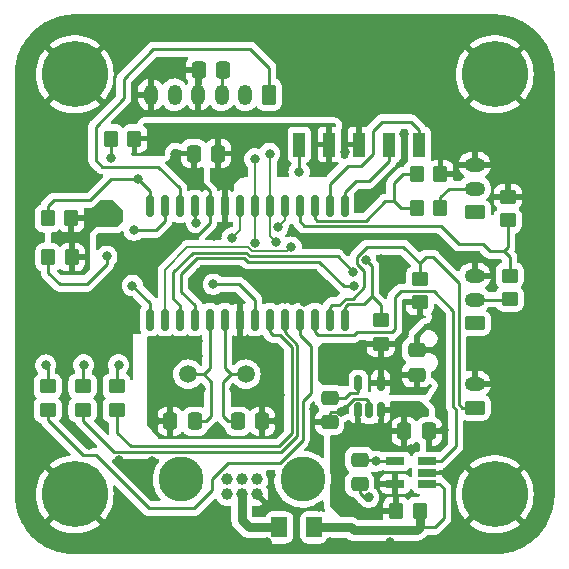
<source format=gbl>
%TF.GenerationSoftware,KiCad,Pcbnew,7.0.8*%
%TF.CreationDate,2024-04-14T13:38:29-04:00*%
%TF.ProjectId,vibBoard,76696242-6f61-4726-942e-6b696361645f,rev?*%
%TF.SameCoordinates,Original*%
%TF.FileFunction,Copper,L2,Bot*%
%TF.FilePolarity,Positive*%
%FSLAX46Y46*%
G04 Gerber Fmt 4.6, Leading zero omitted, Abs format (unit mm)*
G04 Created by KiCad (PCBNEW 7.0.8) date 2024-04-14 13:38:29*
%MOMM*%
%LPD*%
G01*
G04 APERTURE LIST*
G04 Aperture macros list*
%AMRoundRect*
0 Rectangle with rounded corners*
0 $1 Rounding radius*
0 $2 $3 $4 $5 $6 $7 $8 $9 X,Y pos of 4 corners*
0 Add a 4 corners polygon primitive as box body*
4,1,4,$2,$3,$4,$5,$6,$7,$8,$9,$2,$3,0*
0 Add four circle primitives for the rounded corners*
1,1,$1+$1,$2,$3*
1,1,$1+$1,$4,$5*
1,1,$1+$1,$6,$7*
1,1,$1+$1,$8,$9*
0 Add four rect primitives between the rounded corners*
20,1,$1+$1,$2,$3,$4,$5,0*
20,1,$1+$1,$4,$5,$6,$7,0*
20,1,$1+$1,$6,$7,$8,$9,0*
20,1,$1+$1,$8,$9,$2,$3,0*%
G04 Aperture macros list end*
%TA.AperFunction,ComponentPad*%
%ADD10C,3.800000*%
%TD*%
%TA.AperFunction,ComponentPad*%
%ADD11C,1.000000*%
%TD*%
%TA.AperFunction,ComponentPad*%
%ADD12RoundRect,0.250000X0.350000X0.625000X-0.350000X0.625000X-0.350000X-0.625000X0.350000X-0.625000X0*%
%TD*%
%TA.AperFunction,ComponentPad*%
%ADD13O,1.200000X1.750000*%
%TD*%
%TA.AperFunction,ComponentPad*%
%ADD14RoundRect,0.250000X0.625000X-0.350000X0.625000X0.350000X-0.625000X0.350000X-0.625000X-0.350000X0*%
%TD*%
%TA.AperFunction,ComponentPad*%
%ADD15O,1.750000X1.200000*%
%TD*%
%TA.AperFunction,ComponentPad*%
%ADD16C,5.600000*%
%TD*%
%TA.AperFunction,SMDPad,CuDef*%
%ADD17RoundRect,0.250000X0.475000X-0.337500X0.475000X0.337500X-0.475000X0.337500X-0.475000X-0.337500X0*%
%TD*%
%TA.AperFunction,SMDPad,CuDef*%
%ADD18RoundRect,0.250000X0.350000X0.450000X-0.350000X0.450000X-0.350000X-0.450000X0.350000X-0.450000X0*%
%TD*%
%TA.AperFunction,SMDPad,CuDef*%
%ADD19RoundRect,0.250000X0.450000X-0.350000X0.450000X0.350000X-0.450000X0.350000X-0.450000X-0.350000X0*%
%TD*%
%TA.AperFunction,SMDPad,CuDef*%
%ADD20RoundRect,0.250000X-0.450000X0.350000X-0.450000X-0.350000X0.450000X-0.350000X0.450000X0.350000X0*%
%TD*%
%TA.AperFunction,SMDPad,CuDef*%
%ADD21RoundRect,0.250000X0.337500X0.475000X-0.337500X0.475000X-0.337500X-0.475000X0.337500X-0.475000X0*%
%TD*%
%TA.AperFunction,SMDPad,CuDef*%
%ADD22RoundRect,0.250000X-0.475000X0.337500X-0.475000X-0.337500X0.475000X-0.337500X0.475000X0.337500X0*%
%TD*%
%TA.AperFunction,SMDPad,CuDef*%
%ADD23RoundRect,0.250000X-0.337500X-0.475000X0.337500X-0.475000X0.337500X0.475000X-0.337500X0.475000X0*%
%TD*%
%TA.AperFunction,SMDPad,CuDef*%
%ADD24R,1.560000X0.650000*%
%TD*%
%TA.AperFunction,SMDPad,CuDef*%
%ADD25RoundRect,0.250000X-0.350000X-0.450000X0.350000X-0.450000X0.350000X0.450000X-0.350000X0.450000X0*%
%TD*%
%TA.AperFunction,SMDPad,CuDef*%
%ADD26RoundRect,0.250001X-0.462499X-0.624999X0.462499X-0.624999X0.462499X0.624999X-0.462499X0.624999X0*%
%TD*%
%TA.AperFunction,SMDPad,CuDef*%
%ADD27RoundRect,0.150000X0.150000X-0.750000X0.150000X0.750000X-0.150000X0.750000X-0.150000X-0.750000X0*%
%TD*%
%TA.AperFunction,SMDPad,CuDef*%
%ADD28RoundRect,0.150000X0.150000X-0.512500X0.150000X0.512500X-0.150000X0.512500X-0.150000X-0.512500X0*%
%TD*%
%TA.AperFunction,ComponentPad*%
%ADD29C,1.500000*%
%TD*%
%TA.AperFunction,SMDPad,CuDef*%
%ADD30R,1.000000X2.000000*%
%TD*%
%TA.AperFunction,ViaPad*%
%ADD31C,0.800000*%
%TD*%
%TA.AperFunction,Conductor*%
%ADD32C,0.250000*%
%TD*%
%TA.AperFunction,Conductor*%
%ADD33C,0.381000*%
%TD*%
%TA.AperFunction,Conductor*%
%ADD34C,0.762000*%
%TD*%
%TA.AperFunction,Conductor*%
%ADD35C,0.190500*%
%TD*%
%TA.AperFunction,Conductor*%
%ADD36C,0.177800*%
%TD*%
G04 APERTURE END LIST*
D10*
%TO.P,J1,*%
%TO.N,*%
X142354000Y-132080000D03*
X152654000Y-132080000D03*
D11*
%TO.P,J1,1,Pin_1*%
%TO.N,unconnected-(J1-Pin_1-Pad1)*%
X148754000Y-132080000D03*
%TO.P,J1,2,Pin_2*%
%TO.N,/CANL*%
X147504000Y-132080000D03*
%TO.P,J1,3,Pin_3*%
%TO.N,/CANH*%
X146254000Y-132080000D03*
%TO.P,J1,4,Pin_4*%
%TO.N,GND*%
X148754000Y-133330000D03*
%TO.P,J1,5,Pin_5*%
%TO.N,Net-(J1-Pin_5)*%
X147504000Y-133330000D03*
%TO.P,J1,6,Pin_6*%
%TO.N,unconnected-(J1-Pin_6-Pad6)*%
X146254000Y-133330000D03*
%TD*%
D12*
%TO.P,J7,1,Pin_1*%
%TO.N,/SLF3S_4000B_IRQn*%
X149809200Y-99517200D03*
D13*
%TO.P,J7,2,Pin_2*%
%TO.N,/PIC_SDA*%
X147809200Y-99517200D03*
%TO.P,J7,3,Pin_3*%
%TO.N,+3.3V*%
X145809200Y-99517200D03*
%TO.P,J7,4,Pin_4*%
%TO.N,GND*%
X143809200Y-99517200D03*
%TO.P,J7,5,Pin_5*%
%TO.N,/PIC_SCL*%
X141809200Y-99517200D03*
%TO.P,J7,6,Pin_6*%
%TO.N,GND*%
X139809200Y-99517200D03*
%TD*%
D14*
%TO.P,J5,1,Pin_1*%
%TO.N,+5V*%
X167222000Y-118856000D03*
D15*
%TO.P,J5,2,Pin_2*%
%TO.N,Net-(J5-Pin_2)*%
X167222000Y-116856000D03*
%TO.P,J5,3,Pin_3*%
%TO.N,GND*%
X167222000Y-114856000D03*
%TD*%
D14*
%TO.P,J4,1,Pin_1*%
%TO.N,/THMS_SENSE*%
X167222000Y-126000000D03*
D15*
%TO.P,J4,2,Pin_2*%
%TO.N,GND*%
X167222000Y-124000000D03*
%TD*%
D16*
%TO.P,H3,1,1*%
%TO.N,GND*%
X133350000Y-133350000D03*
%TD*%
D14*
%TO.P,J6,1,Pin_1*%
%TO.N,+5V*%
X167222000Y-109458000D03*
D15*
%TO.P,J6,2,Pin_2*%
%TO.N,Net-(J6-Pin_2)*%
X167222000Y-107458000D03*
%TO.P,J6,3,Pin_3*%
%TO.N,GND*%
X167222000Y-105458000D03*
%TD*%
D16*
%TO.P,H1,1,1*%
%TO.N,GND*%
X133350000Y-97790000D03*
%TD*%
%TO.P,H4,1,1*%
%TO.N,GND*%
X168910000Y-133350000D03*
%TD*%
%TO.P,H2,1,1*%
%TO.N,GND*%
X168910000Y-97790000D03*
%TD*%
D17*
%TO.P,C3,1*%
%TO.N,+3.3V*%
X162306000Y-123211500D03*
%TO.P,C3,2*%
%TO.N,GND*%
X162306000Y-121136500D03*
%TD*%
D18*
%TO.P,R3,1*%
%TO.N,+3.3V*%
X133064000Y-109982000D03*
%TO.P,R3,2*%
%TO.N,/PIC_MICRO_SD_SDI*%
X131064000Y-109982000D03*
%TD*%
D19*
%TO.P,R11,1*%
%TO.N,/PT_1_SENSE*%
X170027600Y-110153200D03*
%TO.P,R11,2*%
%TO.N,GND*%
X170027600Y-108153200D03*
%TD*%
%TO.P,R10,1*%
%TO.N,Net-(J5-Pin_2)*%
X170180000Y-116824000D03*
%TO.P,R10,2*%
%TO.N,/PT_1_SENSE*%
X170180000Y-114824000D03*
%TD*%
D20*
%TO.P,R6,1*%
%TO.N,Net-(D2-K)*%
X134024000Y-124185500D03*
%TO.P,R6,2*%
%TO.N,Net-(U4-RA3)*%
X134024000Y-126185500D03*
%TD*%
D21*
%TO.P,C6,1*%
%TO.N,/OSC2*%
X143531500Y-127177800D03*
%TO.P,C6,2*%
%TO.N,GND*%
X141456500Y-127177800D03*
%TD*%
D22*
%TO.P,C2,1*%
%TO.N,Net-(U1-BP)*%
X154940000Y-125179000D03*
%TO.P,C2,2*%
%TO.N,GND*%
X154940000Y-127254000D03*
%TD*%
D23*
%TO.P,C13,1*%
%TO.N,GND*%
X143840200Y-97434400D03*
%TO.P,C13,2*%
%TO.N,+3.3V*%
X145915200Y-97434400D03*
%TD*%
D19*
%TO.P,R8,1*%
%TO.N,+3.3V*%
X159258000Y-120618000D03*
%TO.P,R8,2*%
%TO.N,/~{MCLR}*%
X159258000Y-118618000D03*
%TD*%
D20*
%TO.P,R5,1*%
%TO.N,Net-(D1-K)*%
X136906000Y-124185500D03*
%TO.P,R5,2*%
%TO.N,Net-(U4-RA4)*%
X136906000Y-126185500D03*
%TD*%
D19*
%TO.P,R9,1*%
%TO.N,+3.3V*%
X162560000Y-117094000D03*
%TO.P,R9,2*%
%TO.N,/THMS_SENSE*%
X162560000Y-115094000D03*
%TD*%
D18*
%TO.P,R12,1*%
%TO.N,Net-(J6-Pin_2)*%
X164306000Y-109118400D03*
%TO.P,R12,2*%
%TO.N,/PT_2_SENSE*%
X162306000Y-109118400D03*
%TD*%
%TO.P,R2,1*%
%TO.N,+3.3V*%
X138414000Y-103225600D03*
%TO.P,R2,2*%
%TO.N,Net-(J3-DAT1)*%
X136414000Y-103225600D03*
%TD*%
D24*
%TO.P,U2,1,VO*%
%TO.N,/CURR_SENSE*%
X163195000Y-130556000D03*
%TO.P,U2,2,GND*%
%TO.N,GND*%
X163195000Y-131506000D03*
%TO.P,U2,3,IN+*%
%TO.N,Net-(U2-IN+)*%
X163195000Y-132456000D03*
%TO.P,U2,4,IN-*%
%TO.N,+5V*%
X160495000Y-132456000D03*
%TO.P,U2,5,VS*%
%TO.N,+3.3V*%
X160495000Y-130556000D03*
%TD*%
D21*
%TO.P,C11,1*%
%TO.N,+3.3V*%
X145491200Y-104495600D03*
%TO.P,C11,2*%
%TO.N,GND*%
X143416200Y-104495600D03*
%TD*%
D25*
%TO.P,R13,1*%
%TO.N,/PT_2_SENSE*%
X162322000Y-106222800D03*
%TO.P,R13,2*%
%TO.N,GND*%
X164322000Y-106222800D03*
%TD*%
D26*
%TO.P,F1,1*%
%TO.N,Net-(J1-Pin_5)*%
X150658500Y-136144000D03*
%TO.P,F1,2*%
%TO.N,Net-(U2-IN+)*%
X153633500Y-136144000D03*
%TD*%
D27*
%TO.P,U4,1,~{MCLR}*%
%TO.N,/~{MCLR}*%
X156210000Y-118566000D03*
%TO.P,U4,2,RA0*%
%TO.N,/THMS_SENSE*%
X154940000Y-118566000D03*
%TO.P,U4,3,RA1*%
%TO.N,/CURR_SENSE*%
X153670000Y-118566000D03*
%TO.P,U4,4,RA2*%
%TO.N,Net-(U4-RA2)*%
X152400000Y-118566000D03*
%TO.P,U4,5,RA3*%
%TO.N,Net-(U4-RA3)*%
X151130000Y-118566000D03*
%TO.P,U4,6,RA4*%
%TO.N,Net-(U4-RA4)*%
X149860000Y-118566000D03*
%TO.P,U4,7,RA5*%
%TO.N,/PIC_MICRO_SD_CS*%
X148590000Y-118566000D03*
%TO.P,U4,8,VSS*%
%TO.N,GND*%
X147320000Y-118566000D03*
%TO.P,U4,9,RA7/OSC1*%
%TO.N,/OSC1*%
X146050000Y-118566000D03*
%TO.P,U4,10,RA6/OSC2*%
%TO.N,/OSC2*%
X144780000Y-118566000D03*
%TO.P,U4,11,RC0*%
%TO.N,/CANTX*%
X143510000Y-118566000D03*
%TO.P,U4,12,RC1*%
%TO.N,/CANRX*%
X142240000Y-118566000D03*
%TO.P,U4,13,RC2*%
%TO.N,/FXLS8974CFR3_SA0*%
X140970000Y-118566000D03*
%TO.P,U4,14,RC3*%
%TO.N,/PIC_MICRO_SD_SCK*%
X139700000Y-118566000D03*
%TO.P,U4,15,RC4*%
%TO.N,/PIC_MICRO_SD_SDI*%
X139700000Y-108966000D03*
%TO.P,U4,16,RC5*%
%TO.N,/PIC_MICRO_SD_SDO*%
X140970000Y-108966000D03*
%TO.P,U4,17,RC6*%
%TO.N,/SLF3S_4000B_IRQn*%
X142240000Y-108966000D03*
%TO.P,U4,18,RC7*%
%TO.N,/FXLS8974CFR3_WAKE_UP*%
X143510000Y-108966000D03*
%TO.P,U4,19,VSS*%
%TO.N,GND*%
X144780000Y-108966000D03*
%TO.P,U4,20,VDD*%
%TO.N,+3.3V*%
X146050000Y-108966000D03*
%TO.P,U4,21,RB0*%
%TO.N,/FXLS8974CFR3_INT1*%
X147320000Y-108966000D03*
%TO.P,U4,22,RB1*%
%TO.N,/PIC_SCL*%
X148590000Y-108966000D03*
%TO.P,U4,23,RB2*%
%TO.N,/PIC_SDA*%
X149860000Y-108966000D03*
%TO.P,U4,24,RB3*%
%TO.N,/FXLS8974CFR3_INT2*%
X151130000Y-108966000D03*
%TO.P,U4,25,RB4*%
%TO.N,/PT_1_SENSE*%
X152400000Y-108966000D03*
%TO.P,U4,26,RB5*%
%TO.N,/PT_2_SENSE*%
X153670000Y-108966000D03*
%TO.P,U4,27,RB6/ICSPCLK*%
%TO.N,/ICSPCLK*%
X154940000Y-108966000D03*
%TO.P,U4,28,RB7/ICSPDAT*%
%TO.N,/ICSPDAT*%
X156210000Y-108966000D03*
%TD*%
D18*
%TO.P,R4,1*%
%TO.N,+3.3V*%
X133096000Y-113284000D03*
%TO.P,R4,2*%
%TO.N,Net-(J3-DAT2)*%
X131096000Y-113284000D03*
%TD*%
D25*
%TO.P,R1,1*%
%TO.N,+5V*%
X160560000Y-134742000D03*
%TO.P,R1,2*%
%TO.N,Net-(U2-IN+)*%
X162560000Y-134742000D03*
%TD*%
D23*
%TO.P,C1,1*%
%TO.N,+5V*%
X161268500Y-128016000D03*
%TO.P,C1,2*%
%TO.N,GND*%
X163343500Y-128016000D03*
%TD*%
D20*
%TO.P,R7,1*%
%TO.N,Net-(D3-K)*%
X131064000Y-124206000D03*
%TO.P,R7,2*%
%TO.N,Net-(U4-RA2)*%
X131064000Y-126206000D03*
%TD*%
D28*
%TO.P,U1,1,IN*%
%TO.N,+5V*%
X159258000Y-126227000D03*
%TO.P,U1,2,GND*%
%TO.N,GND*%
X158308000Y-126227000D03*
%TO.P,U1,3,EN*%
%TO.N,+5V*%
X157358000Y-126227000D03*
%TO.P,U1,4,BP*%
%TO.N,Net-(U1-BP)*%
X157358000Y-123952000D03*
%TO.P,U1,5,OUT*%
%TO.N,+3.3V*%
X159258000Y-123952000D03*
%TD*%
D23*
%TO.P,C5,1*%
%TO.N,/OSC1*%
X147167600Y-127177800D03*
%TO.P,C5,2*%
%TO.N,GND*%
X149242600Y-127177800D03*
%TD*%
D22*
%TO.P,C4,1*%
%TO.N,+3.3V*%
X157480000Y-130407500D03*
%TO.P,C4,2*%
%TO.N,GND*%
X157480000Y-132482500D03*
%TD*%
D29*
%TO.P,Y1,1,1*%
%TO.N,/OSC1*%
X147828000Y-123190000D03*
%TO.P,Y1,2,2*%
%TO.N,/OSC2*%
X142948000Y-123190000D03*
%TD*%
D30*
%TO.P,J2,5,Pin_5*%
%TO.N,/~{MCLR}*%
X152370000Y-103733600D03*
%TO.P,J2,4,Pin_4*%
%TO.N,+3.3V*%
X154910000Y-103733600D03*
%TO.P,J2,3,Pin_3*%
%TO.N,GND*%
X157450000Y-103733600D03*
%TO.P,J2,2,Pin_2*%
%TO.N,/ICSPDAT*%
X159990000Y-103733600D03*
%TO.P,J2,1,Pin_1*%
%TO.N,/ICSPCLK*%
X162530000Y-103733600D03*
%TD*%
D31*
%TO.N,GND*%
X156200000Y-104400000D03*
%TO.N,+3.3V*%
X150900000Y-105850000D03*
%TO.N,+5V*%
X162763200Y-126314200D03*
X161798000Y-129540000D03*
%TO.N,GND*%
X164592000Y-127889000D03*
X141859000Y-124587000D03*
X132588000Y-107442000D03*
X150520400Y-127177800D03*
X163800000Y-111800000D03*
X146812000Y-124460000D03*
X150749000Y-124968000D03*
X154076400Y-134416800D03*
X140081000Y-124968000D03*
X172974000Y-106680000D03*
X165100000Y-131572000D03*
X142798800Y-100965000D03*
X130302000Y-136144000D03*
X155885748Y-126365000D03*
X170688000Y-137160000D03*
X145389600Y-127838200D03*
X137769600Y-101396800D03*
X165100000Y-93726000D03*
X132054600Y-129641600D03*
X159258000Y-113411000D03*
X139700000Y-137414000D03*
X172974000Y-101600000D03*
X143764000Y-121666000D03*
X153593800Y-126136400D03*
X164338000Y-104648000D03*
X144526000Y-93726000D03*
X154940000Y-93726000D03*
X142240000Y-121666000D03*
X140208000Y-127177800D03*
X147066000Y-120396000D03*
X140208000Y-121285000D03*
X167132000Y-113284000D03*
X163703000Y-119126000D03*
X129286000Y-101600000D03*
X172974000Y-121920000D03*
X132334000Y-119380000D03*
X160020000Y-137414000D03*
X137109200Y-130454400D03*
X134620000Y-137414000D03*
X161036000Y-114477800D03*
X172974000Y-111760000D03*
X143256000Y-106680000D03*
X158242000Y-133604000D03*
X149860000Y-93726000D03*
X137058400Y-133477000D03*
X139319000Y-112522000D03*
X151156612Y-116770823D03*
X164084000Y-123190000D03*
X139446000Y-93726000D03*
X141579600Y-97231200D03*
X172974000Y-132334000D03*
X161250000Y-102850000D03*
X145161000Y-134493000D03*
X141884400Y-104495600D03*
X172974000Y-97028000D03*
X149606000Y-137414000D03*
X172974000Y-116840000D03*
X169926000Y-93726000D03*
X141224000Y-122936000D03*
X148844000Y-124587000D03*
X129286000Y-132080000D03*
X129286000Y-121920000D03*
X172974000Y-127254000D03*
X141071600Y-112522000D03*
X153517600Y-129108200D03*
X139928600Y-130505200D03*
X160020000Y-93726000D03*
X143967200Y-114554000D03*
X144018000Y-124460000D03*
X134569200Y-129133600D03*
X129286000Y-111760000D03*
X134366000Y-93726000D03*
X149098000Y-120396000D03*
X148590000Y-121666000D03*
X154940000Y-137414000D03*
X129286000Y-116840000D03*
X156108400Y-112166400D03*
X144780000Y-137414000D03*
X141732000Y-120396000D03*
X170027600Y-106527600D03*
X149606000Y-122936000D03*
X143764000Y-120396000D03*
X150495000Y-121158000D03*
X152806400Y-117077550D03*
X147066000Y-121666000D03*
X129286000Y-106680000D03*
X129286000Y-127000000D03*
X157784800Y-108508800D03*
X129286000Y-96774000D03*
X167894000Y-122428000D03*
X148844000Y-134747000D03*
X139725400Y-133121400D03*
X157450000Y-101850000D03*
X151790400Y-111099600D03*
X149987000Y-131699000D03*
X165100000Y-137414000D03*
%TO.N,+3.3V*%
X154914600Y-123672600D03*
X158872000Y-130556000D03*
X145135600Y-111455200D03*
X131902200Y-111607600D03*
X136372600Y-109524800D03*
X146405600Y-102616000D03*
X147523200Y-105918000D03*
X149885400Y-102311200D03*
X154400000Y-105900000D03*
X154432000Y-121031000D03*
X155956000Y-121031000D03*
%TO.N,Net-(D1-K)*%
X137072000Y-122391500D03*
%TO.N,Net-(D2-K)*%
X134112000Y-122391500D03*
%TO.N,Net-(D3-K)*%
X130898000Y-122412000D03*
%TO.N,/~{MCLR}*%
X152350000Y-106050000D03*
X157992299Y-113542299D03*
%TO.N,Net-(J3-DAT1)*%
X136414000Y-104886000D03*
%TO.N,/PIC_MICRO_SD_CS*%
X145084800Y-115570000D03*
%TO.N,/PIC_MICRO_SD_SDO*%
X138379200Y-110994000D03*
%TO.N,/PIC_MICRO_SD_SCK*%
X138226800Y-115671600D03*
%TO.N,/PIC_MICRO_SD_SDI*%
X138684000Y-106680000D03*
%TO.N,Net-(J3-DAT2)*%
X136064000Y-113204000D03*
%TO.N,/PIC_SDA*%
X150418800Y-112014000D03*
X149860000Y-104495600D03*
%TO.N,/PIC_SCL*%
X148590000Y-104952800D03*
X148649750Y-112090522D03*
%TO.N,/CANTX*%
X156967701Y-115692701D03*
%TO.N,/CANRX*%
X156944548Y-114544452D03*
%TO.N,/FXLS8974CFR3_SA0*%
X151688800Y-112420400D03*
%TO.N,/FXLS8974CFR3_WAKE_UP*%
X143662400Y-110337600D03*
%TO.N,/FXLS8974CFR3_INT1*%
X146685000Y-111633000D03*
%TO.N,/FXLS8974CFR3_INT2*%
X150554750Y-110718600D03*
%TD*%
D32*
%TO.N,/PT_2_SENSE*%
X160375600Y-107024400D02*
X160375600Y-108508800D01*
X161177200Y-106222800D02*
X160375600Y-107024400D01*
X162322000Y-106222800D02*
X161177200Y-106222800D01*
%TO.N,/ICSPDAT*%
X156210000Y-107790000D02*
X156210000Y-108966000D01*
X157150000Y-106850000D02*
X156210000Y-107790000D01*
X158261400Y-106850000D02*
X157150000Y-106850000D01*
X159990000Y-103733600D02*
X159990000Y-105121400D01*
X159990000Y-105121400D02*
X158261400Y-106850000D01*
%TO.N,/ICSPCLK*%
X162530000Y-102530000D02*
X162530000Y-103733600D01*
X159350000Y-101800000D02*
X161800000Y-101800000D01*
X161800000Y-101800000D02*
X162530000Y-102530000D01*
X158600000Y-102550000D02*
X159350000Y-101800000D01*
X158600000Y-104543220D02*
X158600000Y-102550000D01*
X157631620Y-105511600D02*
X158600000Y-104543220D01*
X156464000Y-105511600D02*
X157631620Y-105511600D01*
X154940000Y-107035600D02*
X156464000Y-105511600D01*
X154940000Y-108966000D02*
X154940000Y-107035600D01*
%TO.N,/~{MCLR}*%
X152350000Y-103753600D02*
X152370000Y-103733600D01*
X152350000Y-106050000D02*
X152350000Y-103753600D01*
D33*
%TO.N,+5V*%
X159258000Y-126227000D02*
X159258000Y-127254000D01*
D32*
%TO.N,GND*%
X142036800Y-111556800D02*
X143586200Y-111556800D01*
X143764000Y-106680000D02*
X143256000Y-106680000D01*
X144475200Y-116789200D02*
X143738600Y-116052600D01*
X147320000Y-118566000D02*
X147320000Y-120142000D01*
X154940000Y-126492000D02*
X154940000Y-127254000D01*
D33*
X162306000Y-119888000D02*
X163068000Y-119126000D01*
D32*
X143738600Y-114782600D02*
X143967200Y-114554000D01*
X158308000Y-125564500D02*
X158308000Y-126227000D01*
X165034000Y-131506000D02*
X165100000Y-131572000D01*
X147320000Y-117119400D02*
X146989800Y-116789200D01*
X147320000Y-120142000D02*
X147066000Y-120396000D01*
X141782800Y-97434400D02*
X141579600Y-97231200D01*
X144780000Y-110363000D02*
X144780000Y-108966000D01*
X143738600Y-116052600D02*
X143738600Y-114782600D01*
X155885748Y-126365000D02*
X157011248Y-125239500D01*
D33*
X163068000Y-119126000D02*
X163703000Y-119126000D01*
X162306000Y-121136500D02*
X162306000Y-119888000D01*
D32*
X157983000Y-125239500D02*
X158308000Y-125564500D01*
X158242000Y-133604000D02*
X157861000Y-133604000D01*
X143840200Y-97434400D02*
X141782800Y-97434400D01*
X146989800Y-116789200D02*
X144475200Y-116789200D01*
X157480000Y-133223000D02*
X157480000Y-132482500D01*
X157011248Y-125239500D02*
X157983000Y-125239500D01*
X149098000Y-120396000D02*
X149225000Y-120269000D01*
X144780000Y-108966000D02*
X144780000Y-107696000D01*
X155885748Y-126365000D02*
X155067000Y-126365000D01*
X144780000Y-107696000D02*
X143764000Y-106680000D01*
X143586200Y-111556800D02*
X144780000Y-110363000D01*
X155067000Y-126365000D02*
X154940000Y-126492000D01*
X147320000Y-118566000D02*
X147320000Y-117119400D01*
X157861000Y-133604000D02*
X157480000Y-133223000D01*
X141071600Y-112522000D02*
X142036800Y-111556800D01*
X163195000Y-131506000D02*
X165034000Y-131506000D01*
X143840200Y-97434400D02*
X143840200Y-99486200D01*
X143840200Y-99486200D02*
X143809200Y-99517200D01*
%TO.N,Net-(U1-BP)*%
X154940000Y-125179000D02*
X156253000Y-125179000D01*
X156253000Y-125179000D02*
X156642500Y-124789500D01*
X157358000Y-124709000D02*
X157358000Y-123952000D01*
X156642500Y-124789500D02*
X157277500Y-124789500D01*
X157277500Y-124789500D02*
X157358000Y-124709000D01*
%TO.N,+3.3V*%
X145809200Y-97595100D02*
X145969900Y-97434400D01*
X158723500Y-130407500D02*
X157480000Y-130407500D01*
X145809200Y-99517200D02*
X145809200Y-97595100D01*
X158872000Y-130556000D02*
X160495000Y-130556000D01*
X158872000Y-130556000D02*
X158723500Y-130407500D01*
%TO.N,/OSC1*%
X146354800Y-127177800D02*
X147167600Y-127177800D01*
X147828000Y-123190000D02*
X146558000Y-123190000D01*
X145923000Y-126746000D02*
X146354800Y-127177800D01*
X146558000Y-123190000D02*
X145923000Y-123825000D01*
X145923000Y-123825000D02*
X145923000Y-126746000D01*
X146050000Y-122682000D02*
X146050000Y-118566000D01*
X146558000Y-123190000D02*
X146050000Y-122682000D01*
%TO.N,/OSC2*%
X144780000Y-122682000D02*
X144780000Y-118566000D01*
X144907000Y-126720600D02*
X144449800Y-127177800D01*
X144272000Y-123190000D02*
X144907000Y-123825000D01*
X144272000Y-123190000D02*
X144780000Y-122682000D01*
X144449800Y-127177800D02*
X143531500Y-127177800D01*
X142948000Y-123190000D02*
X144272000Y-123190000D01*
X144907000Y-123825000D02*
X144907000Y-126720600D01*
%TO.N,Net-(D1-K)*%
X137072000Y-122391500D02*
X136906000Y-122557500D01*
X136906000Y-122557500D02*
X136906000Y-124185500D01*
%TO.N,Net-(D2-K)*%
X134024000Y-122479500D02*
X134024000Y-124185500D01*
X134112000Y-122391500D02*
X134024000Y-122479500D01*
%TO.N,Net-(D3-K)*%
X130898000Y-122412000D02*
X131064000Y-122578000D01*
X131064000Y-122578000D02*
X131064000Y-124206000D01*
D34*
%TO.N,Net-(J1-Pin_5)*%
X147504000Y-133330000D02*
X147504000Y-135566000D01*
X147504000Y-135566000D02*
X148082000Y-136144000D01*
X148082000Y-136144000D02*
X150658500Y-136144000D01*
D32*
%TO.N,Net-(U2-IN+)*%
X164206000Y-132456000D02*
X164592000Y-132842000D01*
D34*
X156718000Y-136144000D02*
X153633500Y-136144000D01*
D32*
X164592000Y-135382000D02*
X163830000Y-136144000D01*
X163195000Y-132456000D02*
X164206000Y-132456000D01*
X164592000Y-132842000D02*
X164592000Y-135382000D01*
D34*
X162560000Y-136144000D02*
X162306000Y-136398000D01*
X156972000Y-136398000D02*
X156718000Y-136144000D01*
X162560000Y-134742000D02*
X162560000Y-136144000D01*
D32*
X163830000Y-136144000D02*
X162560000Y-136144000D01*
D34*
X162306000Y-136398000D02*
X156972000Y-136398000D01*
D32*
%TO.N,/~{MCLR}*%
X158496000Y-114046000D02*
X157992299Y-113542299D01*
X158496000Y-116586000D02*
X157861000Y-117221000D01*
X156466792Y-117221000D02*
X157861000Y-117221000D01*
X156210000Y-117477792D02*
X156466792Y-117221000D01*
X158496000Y-116586000D02*
X159258000Y-117348000D01*
X158496000Y-114046000D02*
X158496000Y-116586000D01*
X159258000Y-118618000D02*
X159258000Y-117348000D01*
X156210000Y-118566000D02*
X156210000Y-117477792D01*
%TO.N,Net-(J3-DAT1)*%
X136414000Y-104886000D02*
X136414000Y-103225600D01*
%TO.N,/PIC_MICRO_SD_CS*%
X147269200Y-115570000D02*
X148590000Y-116890800D01*
X145084800Y-115570000D02*
X147269200Y-115570000D01*
X148590000Y-116890800D02*
X148590000Y-118566000D01*
%TO.N,/PIC_MICRO_SD_SDO*%
X140212000Y-110994000D02*
X140970000Y-110236000D01*
X138379200Y-110994000D02*
X140212000Y-110994000D01*
X140970000Y-110236000D02*
X140970000Y-108966000D01*
%TO.N,/PIC_MICRO_SD_SCK*%
X138226800Y-115671600D02*
X139700000Y-117144800D01*
X139700000Y-117144800D02*
X139700000Y-118566000D01*
%TO.N,/PIC_MICRO_SD_SDI*%
X138684000Y-106680000D02*
X136398000Y-106680000D01*
X139700000Y-107696000D02*
X139700000Y-108966000D01*
X138684000Y-106680000D02*
X139700000Y-107696000D01*
X131572000Y-108458000D02*
X131064000Y-108966000D01*
X134620000Y-108458000D02*
X131572000Y-108458000D01*
X136398000Y-106680000D02*
X134620000Y-108458000D01*
X131064000Y-108966000D02*
X131064000Y-109982000D01*
%TO.N,Net-(J3-DAT2)*%
X136064000Y-113872000D02*
X136064000Y-113204000D01*
X131096000Y-113284000D02*
X131096000Y-114586000D01*
X134366000Y-115570000D02*
X136064000Y-113872000D01*
X131096000Y-114586000D02*
X132080000Y-115570000D01*
X132080000Y-115570000D02*
X134366000Y-115570000D01*
%TO.N,Net-(U4-RA4)*%
X150114000Y-119888000D02*
X150747604Y-119888000D01*
X149860000Y-118566000D02*
X149860000Y-119634000D01*
X151739600Y-128192404D02*
X150638804Y-129293200D01*
X149860000Y-119634000D02*
X150114000Y-119888000D01*
X150747604Y-119888000D02*
X151739600Y-120879996D01*
X151739600Y-120879996D02*
X151739600Y-128192404D01*
X138081600Y-129293200D02*
X136906000Y-128117600D01*
X136906000Y-128117600D02*
X136906000Y-126185500D01*
X150638804Y-129293200D02*
X138081600Y-129293200D01*
%TO.N,Net-(U4-RA3)*%
X152189600Y-128378800D02*
X150825200Y-129743200D01*
X136652000Y-129743200D02*
X134024000Y-127115200D01*
X137409505Y-129729400D02*
X136808895Y-129729400D01*
X136795095Y-129743200D02*
X136652000Y-129743200D01*
X136808895Y-129729400D02*
X136795095Y-129743200D01*
X151130000Y-119634000D02*
X152189600Y-120693600D01*
X134024000Y-127115200D02*
X134024000Y-126185500D01*
X150825200Y-129743200D02*
X137423305Y-129743200D01*
X151130000Y-118566000D02*
X151130000Y-119634000D01*
X152189600Y-120693600D02*
X152189600Y-128378800D01*
X137423305Y-129743200D02*
X137409505Y-129729400D01*
%TO.N,Net-(U4-RA2)*%
X152639600Y-128792400D02*
X150749000Y-130683000D01*
X153339800Y-120827800D02*
X153339800Y-124764800D01*
X152400000Y-119888000D02*
X153339800Y-120827800D01*
X145008600Y-132029200D02*
X145008600Y-133019800D01*
X150749000Y-130683000D02*
X146354800Y-130683000D01*
X131064000Y-127076200D02*
X131064000Y-126206000D01*
X145008600Y-133019800D02*
X143484600Y-134543800D01*
X152639600Y-125465000D02*
X152639600Y-128792400D01*
X135128000Y-130048000D02*
X134035800Y-130048000D01*
X146354800Y-130683000D02*
X145008600Y-132029200D01*
X139623800Y-134543800D02*
X135128000Y-130048000D01*
X134035800Y-130048000D02*
X131064000Y-127076200D01*
X152400000Y-118566000D02*
X152400000Y-119888000D01*
X153339800Y-124764800D02*
X152639600Y-125465000D01*
X143484600Y-134543800D02*
X139623800Y-134543800D01*
%TO.N,/CURR_SENSE*%
X153924000Y-119888000D02*
X153670000Y-119634000D01*
X165412000Y-117794413D02*
X163786587Y-116169000D01*
X160191587Y-119634000D02*
X157226000Y-119634000D01*
X153670000Y-119634000D02*
X153670000Y-118566000D01*
X163786587Y-116169000D02*
X160945000Y-116169000D01*
X165608000Y-126112396D02*
X165412000Y-125916396D01*
X163195000Y-130556000D02*
X164338000Y-130556000D01*
X157226000Y-119634000D02*
X156972000Y-119888000D01*
X156972000Y-119888000D02*
X153924000Y-119888000D01*
X165412000Y-125916396D02*
X165412000Y-117794413D01*
X160445587Y-116668413D02*
X160445587Y-119380000D01*
X160945000Y-116169000D02*
X160445587Y-116668413D01*
X164338000Y-130556000D02*
X165608000Y-129286000D01*
X160445587Y-119380000D02*
X160191587Y-119634000D01*
X165608000Y-129286000D02*
X165608000Y-126112396D01*
%TO.N,/THMS_SENSE*%
X157267299Y-113241994D02*
X158088893Y-112420400D01*
X161188400Y-112420400D02*
X162560000Y-113792000D01*
X156914000Y-116771000D02*
X157861000Y-115824000D01*
X162560000Y-113792000D02*
X162560000Y-115094000D01*
X165862000Y-115443000D02*
X163703000Y-113284000D01*
X163068000Y-113284000D02*
X162560000Y-113792000D01*
X166132000Y-126000000D02*
X165862000Y-125730000D01*
X163703000Y-113284000D02*
X163068000Y-113284000D01*
X167222000Y-126000000D02*
X166132000Y-126000000D01*
X156280396Y-116771000D02*
X156914000Y-116771000D01*
X157861000Y-115824000D02*
X157861000Y-114436305D01*
X155125000Y-117290000D02*
X155761396Y-117290000D01*
X157267299Y-113842604D02*
X157267299Y-113241994D01*
X155761396Y-117290000D02*
X156280396Y-116771000D01*
X157861000Y-114436305D02*
X157267299Y-113842604D01*
X154940000Y-118566000D02*
X154940000Y-117475000D01*
X154940000Y-117475000D02*
X155125000Y-117290000D01*
X165862000Y-125730000D02*
X165862000Y-115443000D01*
X158088893Y-112420400D02*
X161188400Y-112420400D01*
%TO.N,Net-(J5-Pin_2)*%
X170148000Y-116856000D02*
X170180000Y-116824000D01*
X167222000Y-116856000D02*
X170148000Y-116856000D01*
%TO.N,Net-(J6-Pin_2)*%
X165033200Y-107458000D02*
X167222000Y-107458000D01*
X164306000Y-109118400D02*
X164306000Y-108185200D01*
X164306000Y-108185200D02*
X165033200Y-107458000D01*
%TO.N,/PT_1_SENSE*%
X169672000Y-112776000D02*
X168529000Y-112776000D01*
X164362000Y-110641000D02*
X152805000Y-110641000D01*
X152400000Y-110236000D02*
X152400000Y-108966000D01*
X170027600Y-112420400D02*
X170027600Y-110153200D01*
X168529000Y-112776000D02*
X167894000Y-112141000D01*
X170180000Y-113284000D02*
X169672000Y-112776000D01*
X169672000Y-112776000D02*
X170027600Y-112420400D01*
X167894000Y-112141000D02*
X165862000Y-112141000D01*
X165862000Y-112141000D02*
X164362000Y-110641000D01*
X170180000Y-114824000D02*
X170180000Y-113284000D01*
X152805000Y-110641000D02*
X152400000Y-110236000D01*
%TO.N,/PT_2_SENSE*%
X153879000Y-110191000D02*
X157982200Y-110191000D01*
X160985200Y-109118400D02*
X162306000Y-109118400D01*
X153670000Y-109982000D02*
X153879000Y-110191000D01*
X153670000Y-108966000D02*
X153670000Y-109982000D01*
X159664400Y-108508800D02*
X160375600Y-108508800D01*
X160375600Y-108508800D02*
X160985200Y-109118400D01*
X157982200Y-110191000D02*
X159664400Y-108508800D01*
%TO.N,/SLF3S_4000B_IRQn*%
X149809200Y-99517200D02*
X149809200Y-97231200D01*
X140004800Y-95656400D02*
X137515600Y-98145600D01*
X135128000Y-105054400D02*
X135684600Y-105611000D01*
X135684600Y-105611000D02*
X140409000Y-105611000D01*
X148234400Y-95656400D02*
X140004800Y-95656400D01*
X142240000Y-107442000D02*
X142240000Y-108966000D01*
X135128000Y-102209600D02*
X135128000Y-105054400D01*
X137515600Y-98145600D02*
X137515600Y-99822000D01*
X140409000Y-105611000D02*
X142240000Y-107442000D01*
X149809200Y-97231200D02*
X148234400Y-95656400D01*
X137515600Y-99822000D02*
X135128000Y-102209600D01*
D35*
%TO.N,/PIC_SDA*%
X149859500Y-108966500D02*
X149860000Y-108966000D01*
D36*
X149860000Y-108966000D02*
X149860000Y-104495600D01*
X149859500Y-111454700D02*
X149859500Y-108966500D01*
X150418800Y-112014000D02*
X149859500Y-111454700D01*
%TO.N,/PIC_SCL*%
X148590000Y-108966000D02*
X148590000Y-104952800D01*
D35*
X148649750Y-112090522D02*
X148590000Y-112030772D01*
D36*
X148590000Y-112030772D02*
X148590000Y-108966000D01*
D32*
%TO.N,/CANTX*%
X156110201Y-115692701D02*
X154073522Y-113656022D01*
X142341600Y-116179600D02*
X143510000Y-117348000D01*
X143510000Y-117348000D02*
X143510000Y-118566000D01*
X148001299Y-113656022D02*
X147680077Y-113334800D01*
X143713200Y-113334800D02*
X142341600Y-114706400D01*
X154073522Y-113656022D02*
X148001299Y-113656022D01*
X142341600Y-114706400D02*
X142341600Y-116179600D01*
X147680077Y-113334800D02*
X143713200Y-113334800D01*
X156967701Y-115692701D02*
X156110201Y-115692701D01*
%TO.N,/CANRX*%
X156944548Y-114544452D02*
X155606118Y-113206022D01*
X141681200Y-114554000D02*
X141681200Y-116789200D01*
X143357600Y-112877600D02*
X141681200Y-114554000D01*
X148187695Y-113206022D02*
X147859273Y-112877600D01*
X147859273Y-112877600D02*
X143357600Y-112877600D01*
X142240000Y-117348000D02*
X142240000Y-118566000D01*
X155606118Y-113206022D02*
X148187695Y-113206022D01*
X141681200Y-116789200D02*
X142240000Y-117348000D01*
D35*
%TO.N,/FXLS8974CFR3_SA0*%
X148361768Y-112785772D02*
X147996396Y-112420400D01*
X151323428Y-112785772D02*
X148361768Y-112785772D01*
X140970000Y-114350800D02*
X140970000Y-118566000D01*
X142900400Y-112420400D02*
X140970000Y-114350800D01*
X151688800Y-112420400D02*
X151323428Y-112785772D01*
X147996396Y-112420400D02*
X142900400Y-112420400D01*
D32*
%TO.N,/FXLS8974CFR3_WAKE_UP*%
X143510000Y-108966000D02*
X143510000Y-110185200D01*
X143510000Y-110185200D02*
X143662400Y-110337600D01*
D36*
%TO.N,/FXLS8974CFR3_INT1*%
X146685000Y-111633000D02*
X147320000Y-110998000D01*
X147320000Y-110998000D02*
X147320000Y-108966000D01*
D35*
%TO.N,/FXLS8974CFR3_INT2*%
X151130000Y-110143350D02*
X151130000Y-108966000D01*
X150554750Y-110718600D02*
X151130000Y-110143350D01*
%TD*%
%TA.AperFunction,Conductor*%
%TO.N,GND*%
G36*
X158553583Y-133401712D02*
G01*
X158604289Y-133449781D01*
X158615013Y-133473772D01*
X158626468Y-133509026D01*
X158631858Y-133534385D01*
X158637812Y-133591039D01*
X158637812Y-133616959D01*
X158631858Y-133673613D01*
X158626468Y-133698971D01*
X158608864Y-133753151D01*
X158598320Y-133776833D01*
X158569836Y-133826169D01*
X158554599Y-133847141D01*
X158516488Y-133889468D01*
X158497222Y-133906815D01*
X158451124Y-133940306D01*
X158428675Y-133953267D01*
X158376639Y-133976435D01*
X158351986Y-133984445D01*
X158296261Y-133996290D01*
X158270483Y-133999000D01*
X158213516Y-133999000D01*
X158187736Y-133996290D01*
X158165984Y-133991666D01*
X158132010Y-133984445D01*
X158107356Y-133976434D01*
X158055325Y-133953268D01*
X158032878Y-133940308D01*
X157986777Y-133906815D01*
X157967514Y-133889472D01*
X157898736Y-133813086D01*
X157896431Y-133810373D01*
X157893660Y-133806914D01*
X157866406Y-133776001D01*
X157836838Y-133712698D01*
X157846188Y-133643457D01*
X157891489Y-133590262D01*
X157958357Y-133570004D01*
X157959420Y-133569999D01*
X158004972Y-133569999D01*
X158004986Y-133569998D01*
X158107697Y-133559505D01*
X158274119Y-133504358D01*
X158274124Y-133504356D01*
X158429491Y-133408525D01*
X158430748Y-133410563D01*
X158484938Y-133388687D01*
X158553583Y-133401712D01*
G37*
%TD.AperFunction*%
%TA.AperFunction,Conductor*%
G36*
X137305713Y-130358795D02*
G01*
X137344286Y-130368700D01*
X137364321Y-130368700D01*
X137383719Y-130370226D01*
X137403499Y-130373359D01*
X137403500Y-130373360D01*
X137403500Y-130373359D01*
X137403501Y-130373360D01*
X137449889Y-130368975D01*
X137455727Y-130368700D01*
X140390741Y-130368700D01*
X140457780Y-130388385D01*
X140503535Y-130441189D01*
X140513479Y-130510347D01*
X140486285Y-130571741D01*
X140408111Y-130666236D01*
X140246268Y-130921261D01*
X140246265Y-130921267D01*
X140117661Y-131194563D01*
X140117659Y-131194568D01*
X140024320Y-131481835D01*
X139967719Y-131778546D01*
X139967718Y-131778553D01*
X139948754Y-132079994D01*
X139948754Y-132080005D01*
X139967718Y-132381446D01*
X139967719Y-132381453D01*
X139989991Y-132498204D01*
X140017785Y-132643910D01*
X140024320Y-132678164D01*
X140117659Y-132965431D01*
X140117661Y-132965436D01*
X140246265Y-133238732D01*
X140246268Y-133238738D01*
X140408111Y-133493763D01*
X140408114Y-133493767D01*
X140408115Y-133493768D01*
X140591349Y-133715260D01*
X140618914Y-133779461D01*
X140607393Y-133848375D01*
X140560444Y-133900120D01*
X140495805Y-133918300D01*
X139934253Y-133918300D01*
X139867214Y-133898615D01*
X139846572Y-133881981D01*
X136549695Y-130585104D01*
X136516210Y-130523781D01*
X136521194Y-130454089D01*
X136563066Y-130398156D01*
X136625707Y-130373973D01*
X136632194Y-130373359D01*
X136632196Y-130373360D01*
X136678584Y-130368975D01*
X136684422Y-130368700D01*
X136712352Y-130368700D01*
X136727972Y-130370424D01*
X136727999Y-130370139D01*
X136735755Y-130370871D01*
X136735762Y-130370873D01*
X136804909Y-130368700D01*
X136834445Y-130368700D01*
X136841323Y-130367830D01*
X136847136Y-130367372D01*
X136893722Y-130365909D01*
X136912964Y-130360317D01*
X136932032Y-130356371D01*
X136935967Y-130355874D01*
X136939837Y-130355387D01*
X136947597Y-130354900D01*
X137274876Y-130354900D01*
X137305713Y-130358795D01*
G37*
%TD.AperFunction*%
%TA.AperFunction,Conductor*%
G36*
X153634046Y-125457656D02*
G01*
X153689980Y-125499527D01*
X153713805Y-125563406D01*
X153714180Y-125563368D01*
X153714326Y-125564803D01*
X153714397Y-125564992D01*
X153714473Y-125566243D01*
X153725000Y-125669296D01*
X153725001Y-125669299D01*
X153780185Y-125835831D01*
X153780187Y-125835836D01*
X153788472Y-125849268D01*
X153872288Y-125985156D01*
X153996344Y-126109212D01*
X153999628Y-126111237D01*
X153999653Y-126111253D01*
X154001445Y-126113246D01*
X154002011Y-126113693D01*
X154001934Y-126113789D01*
X154046379Y-126163199D01*
X154057603Y-126232161D01*
X154029761Y-126296244D01*
X153999665Y-126322326D01*
X153996660Y-126324179D01*
X153996655Y-126324183D01*
X153872684Y-126448154D01*
X153780643Y-126597375D01*
X153780641Y-126597380D01*
X153725494Y-126763802D01*
X153725493Y-126763809D01*
X153715000Y-126866513D01*
X153715000Y-127004000D01*
X155066000Y-127004000D01*
X155133039Y-127023685D01*
X155178794Y-127076489D01*
X155190000Y-127128000D01*
X155190000Y-127380000D01*
X155170315Y-127447039D01*
X155117511Y-127492794D01*
X155066000Y-127504000D01*
X153715001Y-127504000D01*
X153715001Y-127641486D01*
X153725494Y-127744197D01*
X153780641Y-127910619D01*
X153780643Y-127910624D01*
X153872684Y-128059845D01*
X153996654Y-128183815D01*
X154145875Y-128275856D01*
X154145880Y-128275858D01*
X154312302Y-128331005D01*
X154312311Y-128331007D01*
X154323532Y-128332153D01*
X154388224Y-128358547D01*
X154428377Y-128415726D01*
X154434261Y-128461571D01*
X154434500Y-128461571D01*
X154434500Y-128463429D01*
X154434618Y-128464349D01*
X154434500Y-128466000D01*
X154434500Y-130172444D01*
X154414815Y-130239483D01*
X154362011Y-130285238D01*
X154292853Y-130295182D01*
X154229297Y-130266157D01*
X154225617Y-130262837D01*
X154187163Y-130226727D01*
X154187153Y-130226719D01*
X153942806Y-130049191D01*
X153942799Y-130049186D01*
X153942795Y-130049184D01*
X153678104Y-129903668D01*
X153678101Y-129903666D01*
X153678096Y-129903664D01*
X153678095Y-129903663D01*
X153397265Y-129792475D01*
X153397262Y-129792474D01*
X153104694Y-129717357D01*
X152907044Y-129692387D01*
X152843000Y-129664455D01*
X152804225Y-129606333D01*
X152803028Y-129536473D01*
X152834902Y-129481687D01*
X153023388Y-129293201D01*
X153035642Y-129283386D01*
X153035459Y-129283164D01*
X153041466Y-129278192D01*
X153041477Y-129278186D01*
X153076399Y-129240998D01*
X153088827Y-129227764D01*
X153099271Y-129217318D01*
X153109720Y-129206871D01*
X153113979Y-129201378D01*
X153117752Y-129196961D01*
X153149662Y-129162982D01*
X153159313Y-129145424D01*
X153169996Y-129129161D01*
X153182273Y-129113336D01*
X153200785Y-129070553D01*
X153203338Y-129065341D01*
X153225797Y-129024492D01*
X153230780Y-129005080D01*
X153237081Y-128986680D01*
X153245037Y-128968296D01*
X153252329Y-128922252D01*
X153253506Y-128916571D01*
X153265100Y-128871419D01*
X153265100Y-128851383D01*
X153266627Y-128831982D01*
X153269760Y-128812204D01*
X153265375Y-128765815D01*
X153265100Y-128759977D01*
X153265100Y-125775452D01*
X153284785Y-125708413D01*
X153301419Y-125687771D01*
X153389210Y-125599980D01*
X153503034Y-125486155D01*
X153564355Y-125452672D01*
X153634046Y-125457656D01*
G37*
%TD.AperFunction*%
%TA.AperFunction,Conductor*%
G36*
X163965701Y-117233151D02*
G01*
X163972180Y-117239183D01*
X164750181Y-118017184D01*
X164783666Y-118078507D01*
X164786500Y-118104865D01*
X164786500Y-125833651D01*
X164784775Y-125849268D01*
X164785061Y-125849295D01*
X164784326Y-125857061D01*
X164786500Y-125926210D01*
X164786500Y-125955739D01*
X164786501Y-125955756D01*
X164787368Y-125962627D01*
X164787826Y-125968446D01*
X164789290Y-126015020D01*
X164789291Y-126015023D01*
X164794880Y-126034263D01*
X164798824Y-126053307D01*
X164801336Y-126073188D01*
X164818169Y-126115704D01*
X164818490Y-126116515D01*
X164820382Y-126122043D01*
X164833381Y-126166784D01*
X164843580Y-126184030D01*
X164852138Y-126201499D01*
X164859514Y-126220128D01*
X164886898Y-126257819D01*
X164890106Y-126262703D01*
X164913827Y-126302812D01*
X164913833Y-126302820D01*
X164927989Y-126316975D01*
X164940628Y-126331772D01*
X164956992Y-126354295D01*
X164954786Y-126355897D01*
X164980432Y-126406570D01*
X164982500Y-126429125D01*
X164982500Y-128975546D01*
X164962815Y-129042585D01*
X164946181Y-129063227D01*
X164277229Y-129732178D01*
X164215906Y-129765663D01*
X164146215Y-129760679D01*
X164082482Y-129736908D01*
X164082483Y-129736908D01*
X164022883Y-129730501D01*
X164022881Y-129730500D01*
X164022873Y-129730500D01*
X164022865Y-129730500D01*
X163189500Y-129730500D01*
X163122461Y-129710815D01*
X163076706Y-129658011D01*
X163065500Y-129606500D01*
X163065500Y-129320361D01*
X163085185Y-129253322D01*
X163093500Y-129243003D01*
X163093500Y-128266000D01*
X163593500Y-128266000D01*
X163593500Y-129240999D01*
X163730972Y-129240999D01*
X163730986Y-129240998D01*
X163833697Y-129230505D01*
X164000119Y-129175358D01*
X164000124Y-129175356D01*
X164149345Y-129083315D01*
X164273315Y-128959345D01*
X164365356Y-128810124D01*
X164365358Y-128810119D01*
X164420505Y-128643697D01*
X164420506Y-128643690D01*
X164430999Y-128540986D01*
X164431000Y-128540973D01*
X164431000Y-128266000D01*
X163593500Y-128266000D01*
X163093500Y-128266000D01*
X163093500Y-127890000D01*
X163113185Y-127822961D01*
X163165989Y-127777206D01*
X163217500Y-127766000D01*
X164430999Y-127766000D01*
X164430999Y-127491028D01*
X164430998Y-127491013D01*
X164420505Y-127388302D01*
X164365358Y-127221880D01*
X164365356Y-127221875D01*
X164273315Y-127072654D01*
X164149345Y-126948684D01*
X164000124Y-126856643D01*
X164000119Y-126856641D01*
X163907756Y-126826035D01*
X163850311Y-126786262D01*
X163823488Y-126721746D01*
X163824022Y-126690684D01*
X163827500Y-126666500D01*
X163827500Y-126149359D01*
X163825252Y-126115704D01*
X163818622Y-126066299D01*
X163805232Y-126000273D01*
X163747936Y-125868293D01*
X163727927Y-125835831D01*
X163711279Y-125808820D01*
X163711270Y-125808809D01*
X163619121Y-125698330D01*
X163619116Y-125698324D01*
X163404745Y-125505391D01*
X163368084Y-125445913D01*
X163369398Y-125376056D01*
X163408081Y-125318158D01*
X163429378Y-125300322D01*
X163525412Y-125193184D01*
X163525510Y-125193038D01*
X163808456Y-124768618D01*
X163976988Y-124515821D01*
X163979326Y-124512247D01*
X163981567Y-124508792D01*
X164041338Y-124377915D01*
X164061023Y-124310876D01*
X164061024Y-124310872D01*
X164081500Y-124168456D01*
X164081500Y-124104997D01*
X164080862Y-124087131D01*
X164079896Y-124069114D01*
X164049312Y-123928522D01*
X164024895Y-123863058D01*
X164006534Y-123829433D01*
X163959070Y-123742508D01*
X163955944Y-123736783D01*
X163854207Y-123635043D01*
X163851049Y-123632679D01*
X163798279Y-123593174D01*
X163798275Y-123593171D01*
X163798269Y-123593167D01*
X163798266Y-123593165D01*
X163699006Y-123538966D01*
X163671984Y-123524211D01*
X163629141Y-123514892D01*
X163567818Y-123481407D01*
X163534333Y-123420084D01*
X163531499Y-123393726D01*
X163531499Y-123027856D01*
X163551184Y-122960817D01*
X163603988Y-122915062D01*
X163620559Y-122908881D01*
X163713504Y-122881590D01*
X163834543Y-122803802D01*
X163887347Y-122758047D01*
X163981567Y-122649313D01*
X164041338Y-122518436D01*
X164061023Y-122451397D01*
X164061024Y-122451393D01*
X164081500Y-122308977D01*
X164081500Y-122030704D01*
X164080862Y-122012838D01*
X164079896Y-121994821D01*
X164049312Y-121854229D01*
X164024895Y-121788765D01*
X164021549Y-121782638D01*
X163982475Y-121711079D01*
X163955944Y-121662490D01*
X163854207Y-121560750D01*
X163813608Y-121530357D01*
X163798279Y-121518881D01*
X163798275Y-121518878D01*
X163798269Y-121518874D01*
X163798266Y-121518872D01*
X163671985Y-121449919D01*
X163671984Y-121449918D01*
X163608433Y-121436094D01*
X163547110Y-121402609D01*
X163531001Y-121386500D01*
X162180000Y-121386500D01*
X162112961Y-121366815D01*
X162067206Y-121314011D01*
X162056000Y-121262500D01*
X162056000Y-120886500D01*
X162556000Y-120886500D01*
X163530998Y-120886500D01*
X163546881Y-120870617D01*
X163599628Y-120839320D01*
X163713504Y-120805883D01*
X163834543Y-120728095D01*
X163887347Y-120682340D01*
X163981567Y-120573606D01*
X164041338Y-120442729D01*
X164061023Y-120375690D01*
X164061024Y-120375686D01*
X164081500Y-120233270D01*
X164081500Y-120106196D01*
X164079985Y-120078556D01*
X164075512Y-120037863D01*
X164073125Y-120023461D01*
X164066469Y-119983297D01*
X164065338Y-119980307D01*
X164015546Y-119848729D01*
X164006169Y-119831750D01*
X163981769Y-119787566D01*
X163981766Y-119787561D01*
X163981765Y-119787559D01*
X163894999Y-119672799D01*
X163894995Y-119672795D01*
X163852886Y-119641585D01*
X163779403Y-119587121D01*
X163779396Y-119587117D01*
X163779395Y-119587116D01*
X163742707Y-119567310D01*
X163717921Y-119553929D01*
X163640118Y-119525331D01*
X163576988Y-119502126D01*
X163573159Y-119500572D01*
X163564206Y-119496586D01*
X163534080Y-119483173D01*
X163528226Y-119480780D01*
X163519759Y-119477319D01*
X163505149Y-119471610D01*
X163505141Y-119471608D01*
X163364564Y-119441028D01*
X163364554Y-119441027D01*
X163341323Y-119439365D01*
X163294864Y-119436043D01*
X163294862Y-119436043D01*
X163151356Y-119446306D01*
X163151353Y-119446306D01*
X163151353Y-119446307D01*
X163016545Y-119496586D01*
X163016540Y-119496589D01*
X162955233Y-119530065D01*
X162955222Y-119530070D01*
X162955221Y-119530070D01*
X162840033Y-119616301D01*
X162822970Y-119633364D01*
X162822970Y-119633365D01*
X162815112Y-119641585D01*
X162803767Y-119653999D01*
X162788829Y-119671103D01*
X162787783Y-119672799D01*
X162713295Y-119793563D01*
X162713294Y-119793565D01*
X162686118Y-119856111D01*
X162685681Y-119857045D01*
X162685453Y-119857644D01*
X162685451Y-119857648D01*
X162658067Y-119957726D01*
X162621390Y-120017193D01*
X162558382Y-120047390D01*
X162557542Y-120047457D01*
X162556000Y-120049000D01*
X162556000Y-120886500D01*
X162056000Y-120886500D01*
X162056000Y-120280129D01*
X162067206Y-120228616D01*
X162076052Y-120209246D01*
X162080338Y-120199862D01*
X162094215Y-120152600D01*
X162100022Y-120132828D01*
X162100023Y-120132822D01*
X162100024Y-120132819D01*
X162120500Y-119990403D01*
X162120500Y-119903126D01*
X162120043Y-119887995D01*
X162121394Y-119865620D01*
X162123371Y-119852620D01*
X162131391Y-119823834D01*
X162137145Y-119809938D01*
X162151840Y-119783885D01*
X162153069Y-119782214D01*
X162159634Y-119773294D01*
X162174490Y-119756525D01*
X162185555Y-119746106D01*
X162926099Y-119005563D01*
X162936542Y-118994473D01*
X162953314Y-118979617D01*
X162963901Y-118971828D01*
X162989937Y-118957146D01*
X163003828Y-118951393D01*
X163032611Y-118943372D01*
X163046277Y-118941293D01*
X163049410Y-118940817D01*
X163058170Y-118939211D01*
X163075694Y-118936000D01*
X163088581Y-118933289D01*
X163103062Y-118929847D01*
X163107576Y-118928775D01*
X163133091Y-118922001D01*
X163133090Y-118922001D01*
X163133095Y-118922000D01*
X163263973Y-118862231D01*
X163322751Y-118824457D01*
X163322753Y-118824455D01*
X163322767Y-118824442D01*
X163323606Y-118823766D01*
X163324394Y-118823032D01*
X163431491Y-118730234D01*
X163509278Y-118609194D01*
X163538303Y-118545638D01*
X163538305Y-118545635D01*
X163578839Y-118407582D01*
X163578838Y-118263702D01*
X163568894Y-118194544D01*
X163533314Y-118073370D01*
X163533314Y-118003504D01*
X163564611Y-117950756D01*
X163602712Y-117912656D01*
X163694814Y-117763334D01*
X163749999Y-117596797D01*
X163760500Y-117494009D01*
X163760499Y-117326862D01*
X163780183Y-117259825D01*
X163832987Y-117214070D01*
X163902145Y-117204126D01*
X163965701Y-117233151D01*
G37*
%TD.AperFunction*%
%TA.AperFunction,Conductor*%
G36*
X151114100Y-127881951D02*
G01*
X151094415Y-127948990D01*
X151077781Y-127969632D01*
X150416032Y-128631381D01*
X150354709Y-128664866D01*
X150328351Y-128667700D01*
X150249700Y-128667700D01*
X151114100Y-127803300D01*
X151114100Y-127881951D01*
G37*
%TD.AperFunction*%
%TA.AperFunction,Conductor*%
G36*
X139471400Y-120116600D02*
G01*
X139447885Y-127429567D01*
X139446732Y-127426795D01*
X139446000Y-127413342D01*
X139446000Y-120090500D01*
X139465685Y-120023461D01*
X139518489Y-119977706D01*
X139570000Y-119966500D01*
X139681540Y-119966500D01*
X139471400Y-120116600D01*
G37*
%TD.AperFunction*%
%TA.AperFunction,Conductor*%
G36*
X156417960Y-125792043D02*
G01*
X156472338Y-125793837D01*
X156529839Y-125833529D01*
X156556753Y-125898007D01*
X156557500Y-125911598D01*
X156557500Y-126409779D01*
X156537815Y-126476818D01*
X156485011Y-126522573D01*
X156458125Y-126531309D01*
X156373615Y-126548432D01*
X156373606Y-126548435D01*
X156307809Y-126571911D01*
X156307800Y-126571916D01*
X156241231Y-126607041D01*
X156172753Y-126620916D01*
X156107644Y-126595567D01*
X156077825Y-126562468D01*
X156007315Y-126448154D01*
X155883344Y-126324183D01*
X155883341Y-126324181D01*
X155880339Y-126322329D01*
X155878713Y-126320521D01*
X155877677Y-126319702D01*
X155877817Y-126319524D01*
X155833617Y-126270380D01*
X155822397Y-126201417D01*
X155850243Y-126137336D01*
X155880344Y-126111254D01*
X155883656Y-126109212D01*
X156007712Y-125985156D01*
X156081514Y-125865502D01*
X156133461Y-125818779D01*
X156185948Y-125809432D01*
X156185869Y-125806918D01*
X156193666Y-125806672D01*
X156193667Y-125806673D01*
X156262814Y-125804500D01*
X156292350Y-125804500D01*
X156299228Y-125803630D01*
X156305041Y-125803172D01*
X156351627Y-125801709D01*
X156370869Y-125796117D01*
X156389912Y-125792174D01*
X156409792Y-125789664D01*
X156409792Y-125789663D01*
X156417537Y-125788686D01*
X156417960Y-125792043D01*
G37*
%TD.AperFunction*%
%TA.AperFunction,Conductor*%
G36*
X149250440Y-119854085D02*
G01*
X149281927Y-119888000D01*
X149050692Y-119888000D01*
X149116456Y-119849107D01*
X149184177Y-119831925D01*
X149250440Y-119854085D01*
G37*
%TD.AperFunction*%
%TA.AperFunction,Conductor*%
G36*
X140378274Y-119810104D02*
G01*
X140410695Y-119830940D01*
X140411969Y-119829298D01*
X140418132Y-119834078D01*
X140418135Y-119834081D01*
X140466358Y-119862600D01*
X140203642Y-119862600D01*
X140251865Y-119834081D01*
X140251870Y-119834075D01*
X140258031Y-119829298D01*
X140259933Y-119831750D01*
X140308579Y-119805155D01*
X140378274Y-119810104D01*
G37*
%TD.AperFunction*%
%TA.AperFunction,Conductor*%
G36*
X141648274Y-119810104D02*
G01*
X141680695Y-119830940D01*
X141681969Y-119829298D01*
X141688132Y-119834078D01*
X141688135Y-119834081D01*
X141736358Y-119862600D01*
X141473642Y-119862600D01*
X141521865Y-119834081D01*
X141521870Y-119834075D01*
X141528031Y-119829298D01*
X141529933Y-119831750D01*
X141578579Y-119805155D01*
X141648274Y-119810104D01*
G37*
%TD.AperFunction*%
%TA.AperFunction,Conductor*%
G36*
X147436664Y-113979985D02*
G01*
X147457306Y-113996619D01*
X147500493Y-114039806D01*
X147510318Y-114052070D01*
X147510539Y-114051888D01*
X147515509Y-114057895D01*
X147515512Y-114057898D01*
X147515513Y-114057899D01*
X147565950Y-114105263D01*
X147586829Y-114126142D01*
X147592303Y-114130388D01*
X147596741Y-114134178D01*
X147630717Y-114166084D01*
X147630721Y-114166086D01*
X147648272Y-114175735D01*
X147664530Y-114186414D01*
X147680363Y-114198696D01*
X147702314Y-114208194D01*
X147723136Y-114217205D01*
X147728380Y-114219774D01*
X147769207Y-114242219D01*
X147788611Y-114247201D01*
X147807009Y-114253500D01*
X147825404Y-114261460D01*
X147871428Y-114268748D01*
X147877131Y-114269929D01*
X147922280Y-114281522D01*
X147942315Y-114281522D01*
X147961712Y-114283048D01*
X147981495Y-114286182D01*
X148027883Y-114281797D01*
X148033721Y-114281522D01*
X153763070Y-114281522D01*
X153830109Y-114301207D01*
X153850750Y-114317840D01*
X154734624Y-115201715D01*
X155609398Y-116076489D01*
X155619223Y-116088752D01*
X155619444Y-116088570D01*
X155624415Y-116094579D01*
X155643683Y-116112672D01*
X155674836Y-116141927D01*
X155695730Y-116162821D01*
X155701212Y-116167074D01*
X155705644Y-116170858D01*
X155739619Y-116202763D01*
X155739707Y-116202811D01*
X155739760Y-116202865D01*
X155745931Y-116207348D01*
X155745207Y-116208343D01*
X155788971Y-116252358D01*
X155803627Y-116320673D01*
X155779023Y-116386067D01*
X155767650Y-116399154D01*
X155538624Y-116628181D01*
X155477301Y-116661666D01*
X155450943Y-116664500D01*
X155207743Y-116664500D01*
X155192122Y-116662775D01*
X155192095Y-116663061D01*
X155184333Y-116662326D01*
X155115172Y-116664500D01*
X155085649Y-116664500D01*
X155078778Y-116665367D01*
X155072959Y-116665825D01*
X155026374Y-116667289D01*
X155026368Y-116667290D01*
X155007126Y-116672880D01*
X154988087Y-116676823D01*
X154968217Y-116679334D01*
X154968200Y-116679338D01*
X154924882Y-116696488D01*
X154919358Y-116698379D01*
X154874607Y-116711383D01*
X154874604Y-116711384D01*
X154857358Y-116721583D01*
X154839893Y-116730139D01*
X154834010Y-116732468D01*
X154821266Y-116737514D01*
X154783572Y-116764899D01*
X154778691Y-116768105D01*
X154738580Y-116791828D01*
X154724408Y-116806000D01*
X154709623Y-116818628D01*
X154693412Y-116830407D01*
X154663709Y-116866310D01*
X154659777Y-116870631D01*
X154556208Y-116974199D01*
X154543951Y-116984020D01*
X154544134Y-116984241D01*
X154538123Y-116989213D01*
X154490772Y-117039636D01*
X154469889Y-117060519D01*
X154469877Y-117060532D01*
X154465621Y-117066017D01*
X154461837Y-117070447D01*
X154429937Y-117104418D01*
X154429936Y-117104420D01*
X154420284Y-117121976D01*
X154409610Y-117138226D01*
X154397329Y-117154061D01*
X154397324Y-117154068D01*
X154378815Y-117196838D01*
X154376245Y-117202084D01*
X154360254Y-117231173D01*
X154310708Y-117280438D01*
X154242393Y-117295095D01*
X154188470Y-117278169D01*
X154091406Y-117220766D01*
X154080398Y-117214256D01*
X154080397Y-117214255D01*
X154080396Y-117214255D01*
X154080393Y-117214254D01*
X153922573Y-117168402D01*
X153922567Y-117168401D01*
X153885696Y-117165500D01*
X153885694Y-117165500D01*
X153454306Y-117165500D01*
X153454304Y-117165500D01*
X153417432Y-117168401D01*
X153417426Y-117168402D01*
X153259606Y-117214254D01*
X153259603Y-117214255D01*
X153118137Y-117297917D01*
X153111969Y-117302702D01*
X153110072Y-117300256D01*
X153061358Y-117326857D01*
X152991666Y-117321873D01*
X152959296Y-117301069D01*
X152958031Y-117302702D01*
X152951862Y-117297917D01*
X152821406Y-117220766D01*
X152810398Y-117214256D01*
X152810397Y-117214255D01*
X152810396Y-117214255D01*
X152810393Y-117214254D01*
X152652573Y-117168402D01*
X152652567Y-117168401D01*
X152615696Y-117165500D01*
X152615694Y-117165500D01*
X152184306Y-117165500D01*
X152184304Y-117165500D01*
X152147432Y-117168401D01*
X152147426Y-117168402D01*
X151989606Y-117214254D01*
X151989603Y-117214255D01*
X151848137Y-117297917D01*
X151841969Y-117302702D01*
X151840072Y-117300256D01*
X151791358Y-117326857D01*
X151721666Y-117321873D01*
X151689296Y-117301069D01*
X151688031Y-117302702D01*
X151681862Y-117297917D01*
X151551406Y-117220766D01*
X151540398Y-117214256D01*
X151540397Y-117214255D01*
X151540396Y-117214255D01*
X151540393Y-117214254D01*
X151382573Y-117168402D01*
X151382567Y-117168401D01*
X151345696Y-117165500D01*
X151345694Y-117165500D01*
X150914306Y-117165500D01*
X150914304Y-117165500D01*
X150877432Y-117168401D01*
X150877426Y-117168402D01*
X150719606Y-117214254D01*
X150719603Y-117214255D01*
X150578137Y-117297917D01*
X150571969Y-117302702D01*
X150570072Y-117300256D01*
X150521358Y-117326857D01*
X150451666Y-117321873D01*
X150419296Y-117301069D01*
X150418031Y-117302702D01*
X150411862Y-117297917D01*
X150281406Y-117220766D01*
X150270398Y-117214256D01*
X150270397Y-117214255D01*
X150270396Y-117214255D01*
X150270393Y-117214254D01*
X150112573Y-117168402D01*
X150112567Y-117168401D01*
X150075696Y-117165500D01*
X150075694Y-117165500D01*
X149644306Y-117165500D01*
X149644304Y-117165500D01*
X149607432Y-117168401D01*
X149607426Y-117168402D01*
X149449606Y-117214254D01*
X149449605Y-117214254D01*
X149402620Y-117242041D01*
X149334896Y-117259222D01*
X149268634Y-117237062D01*
X149224871Y-117182596D01*
X149215500Y-117135308D01*
X149215500Y-116973537D01*
X149217224Y-116957923D01*
X149216938Y-116957896D01*
X149217672Y-116950133D01*
X149215500Y-116881003D01*
X149215500Y-116851451D01*
X149215500Y-116851450D01*
X149214629Y-116844559D01*
X149214172Y-116838745D01*
X149212709Y-116792172D01*
X149207122Y-116772944D01*
X149203174Y-116753884D01*
X149201598Y-116741404D01*
X149200664Y-116734008D01*
X149183507Y-116690675D01*
X149181619Y-116685159D01*
X149168619Y-116640412D01*
X149158418Y-116623163D01*
X149149860Y-116605694D01*
X149142486Y-116587068D01*
X149142483Y-116587064D01*
X149142483Y-116587063D01*
X149115098Y-116549371D01*
X149111890Y-116544487D01*
X149088172Y-116504382D01*
X149088163Y-116504371D01*
X149074005Y-116490213D01*
X149061370Y-116475420D01*
X149049593Y-116459212D01*
X149013693Y-116429513D01*
X149009381Y-116425590D01*
X147770003Y-115186212D01*
X147760180Y-115173950D01*
X147759959Y-115174134D01*
X147754986Y-115168123D01*
X147753755Y-115166967D01*
X147704564Y-115120773D01*
X147689791Y-115106000D01*
X147683675Y-115099883D01*
X147678186Y-115095625D01*
X147673761Y-115091847D01*
X147639782Y-115059938D01*
X147639780Y-115059936D01*
X147639777Y-115059935D01*
X147622229Y-115050288D01*
X147605963Y-115039604D01*
X147603617Y-115037784D01*
X147590136Y-115027327D01*
X147590135Y-115027326D01*
X147590133Y-115027325D01*
X147547368Y-115008818D01*
X147542122Y-115006248D01*
X147501293Y-114983803D01*
X147501292Y-114983802D01*
X147481893Y-114978822D01*
X147463481Y-114972518D01*
X147445098Y-114964562D01*
X147445092Y-114964560D01*
X147399074Y-114957272D01*
X147393352Y-114956087D01*
X147348221Y-114944500D01*
X147348219Y-114944500D01*
X147328184Y-114944500D01*
X147308786Y-114942973D01*
X147301362Y-114941797D01*
X147289005Y-114939840D01*
X147289004Y-114939840D01*
X147242616Y-114944225D01*
X147236778Y-114944500D01*
X145788548Y-114944500D01*
X145721509Y-114924815D01*
X145696400Y-114903474D01*
X145690673Y-114897114D01*
X145690669Y-114897110D01*
X145537534Y-114785851D01*
X145537529Y-114785848D01*
X145364607Y-114708857D01*
X145364602Y-114708855D01*
X145218801Y-114677865D01*
X145179446Y-114669500D01*
X144990154Y-114669500D01*
X144957697Y-114676398D01*
X144804997Y-114708855D01*
X144804992Y-114708857D01*
X144632070Y-114785848D01*
X144632065Y-114785851D01*
X144478929Y-114897111D01*
X144352266Y-115037785D01*
X144257621Y-115201715D01*
X144257618Y-115201722D01*
X144199127Y-115381740D01*
X144199126Y-115381744D01*
X144179340Y-115570000D01*
X144199126Y-115758256D01*
X144199127Y-115758259D01*
X144257618Y-115938277D01*
X144257621Y-115938284D01*
X144352267Y-116102216D01*
X144450050Y-116210815D01*
X144478929Y-116242888D01*
X144632065Y-116354148D01*
X144632070Y-116354151D01*
X144804992Y-116431142D01*
X144804997Y-116431144D01*
X144990154Y-116470500D01*
X144990155Y-116470500D01*
X145179444Y-116470500D01*
X145179446Y-116470500D01*
X145364603Y-116431144D01*
X145537530Y-116354151D01*
X145690671Y-116242888D01*
X145693588Y-116239647D01*
X145696400Y-116236526D01*
X145755887Y-116199879D01*
X145788548Y-116195500D01*
X146958748Y-116195500D01*
X147025787Y-116215185D01*
X147046429Y-116231819D01*
X147810324Y-116995714D01*
X147843809Y-117057037D01*
X147838825Y-117126729D01*
X147796953Y-117182662D01*
X147731489Y-117207079D01*
X147688049Y-117202472D01*
X147572492Y-117168900D01*
X147570000Y-117168703D01*
X147570000Y-118797395D01*
X147070000Y-118332279D01*
X147070000Y-117168703D01*
X147067503Y-117168900D01*
X146909806Y-117214716D01*
X146909803Y-117214717D01*
X146768449Y-117298313D01*
X146762283Y-117303097D01*
X146760389Y-117300655D01*
X146711580Y-117327239D01*
X146641894Y-117322179D01*
X146609227Y-117301159D01*
X146608031Y-117302702D01*
X146601862Y-117297917D01*
X146471406Y-117220766D01*
X146460398Y-117214256D01*
X146460397Y-117214255D01*
X146460396Y-117214255D01*
X146460393Y-117214254D01*
X146302573Y-117168402D01*
X146302567Y-117168401D01*
X146265696Y-117165500D01*
X146265694Y-117165500D01*
X145834306Y-117165500D01*
X145834304Y-117165500D01*
X145797432Y-117168401D01*
X145797426Y-117168402D01*
X145639606Y-117214254D01*
X145639603Y-117214255D01*
X145498137Y-117297917D01*
X145491969Y-117302702D01*
X145490072Y-117300256D01*
X145441358Y-117326857D01*
X145371666Y-117321873D01*
X145339296Y-117301069D01*
X145338031Y-117302702D01*
X145331862Y-117297917D01*
X145201406Y-117220766D01*
X145190398Y-117214256D01*
X145190397Y-117214255D01*
X145190396Y-117214255D01*
X145190393Y-117214254D01*
X145032573Y-117168402D01*
X145032567Y-117168401D01*
X144995696Y-117165500D01*
X144995694Y-117165500D01*
X144564306Y-117165500D01*
X144564304Y-117165500D01*
X144527432Y-117168401D01*
X144527426Y-117168402D01*
X144369606Y-117214254D01*
X144369605Y-117214254D01*
X144300254Y-117255268D01*
X144232530Y-117272450D01*
X144166268Y-117250289D01*
X144122505Y-117195823D01*
X144121842Y-117194183D01*
X144117062Y-117182112D01*
X144103510Y-117147882D01*
X144101619Y-117142358D01*
X144088619Y-117097612D01*
X144078418Y-117080363D01*
X144069860Y-117062894D01*
X144062486Y-117044268D01*
X144062483Y-117044264D01*
X144062483Y-117044263D01*
X144035098Y-117006571D01*
X144031890Y-117001687D01*
X144008172Y-116961582D01*
X144008171Y-116961581D01*
X144008170Y-116961579D01*
X144008167Y-116961576D01*
X144008163Y-116961571D01*
X143994005Y-116947413D01*
X143981370Y-116932620D01*
X143969593Y-116916412D01*
X143933693Y-116886713D01*
X143929381Y-116882790D01*
X143003419Y-115956828D01*
X142969934Y-115895505D01*
X142967100Y-115869147D01*
X142967100Y-115016852D01*
X142986785Y-114949813D01*
X143003419Y-114929171D01*
X143935972Y-113996619D01*
X143997295Y-113963134D01*
X144023653Y-113960300D01*
X147369625Y-113960300D01*
X147436664Y-113979985D01*
G37*
%TD.AperFunction*%
%TA.AperFunction,Conductor*%
G36*
X160944987Y-113065585D02*
G01*
X160965629Y-113082219D01*
X161773743Y-113890333D01*
X161807228Y-113951656D01*
X161802244Y-114021348D01*
X161760372Y-114077281D01*
X161751159Y-114083552D01*
X161641347Y-114151285D01*
X161641343Y-114151288D01*
X161517289Y-114275342D01*
X161425187Y-114424663D01*
X161425185Y-114424668D01*
X161406519Y-114481000D01*
X161370001Y-114591203D01*
X161370001Y-114591204D01*
X161370000Y-114591204D01*
X161359500Y-114693983D01*
X161359500Y-114693991D01*
X161359500Y-115093836D01*
X161359501Y-115419500D01*
X161339817Y-115486539D01*
X161287013Y-115532294D01*
X161235501Y-115543500D01*
X161027743Y-115543500D01*
X161012122Y-115541775D01*
X161012095Y-115542061D01*
X161004333Y-115541326D01*
X160935172Y-115543500D01*
X160905649Y-115543500D01*
X160898778Y-115544367D01*
X160892959Y-115544825D01*
X160846374Y-115546289D01*
X160846368Y-115546290D01*
X160827126Y-115551880D01*
X160808087Y-115555823D01*
X160788217Y-115558334D01*
X160788203Y-115558337D01*
X160744883Y-115575488D01*
X160739358Y-115577380D01*
X160694613Y-115590380D01*
X160694610Y-115590381D01*
X160677366Y-115600579D01*
X160659905Y-115609133D01*
X160641274Y-115616510D01*
X160641262Y-115616517D01*
X160603570Y-115643902D01*
X160598687Y-115647109D01*
X160558580Y-115670829D01*
X160544414Y-115684995D01*
X160529624Y-115697627D01*
X160513414Y-115709404D01*
X160513411Y-115709407D01*
X160483710Y-115745309D01*
X160479777Y-115749631D01*
X160061798Y-116167610D01*
X160049535Y-116177435D01*
X160049718Y-116177657D01*
X160043708Y-116182628D01*
X159996359Y-116233049D01*
X159975476Y-116253932D01*
X159975464Y-116253945D01*
X159971208Y-116259430D01*
X159967424Y-116263860D01*
X159935524Y-116297831D01*
X159935523Y-116297833D01*
X159925871Y-116315389D01*
X159915197Y-116331639D01*
X159902916Y-116347474D01*
X159902911Y-116347481D01*
X159884402Y-116390251D01*
X159881832Y-116395497D01*
X159859390Y-116436319D01*
X159854409Y-116455720D01*
X159848108Y-116474123D01*
X159840149Y-116492515D01*
X159840148Y-116492518D01*
X159832858Y-116538540D01*
X159831674Y-116544259D01*
X159820088Y-116589385D01*
X159820087Y-116589395D01*
X159820087Y-116609429D01*
X159818560Y-116628828D01*
X159816726Y-116640410D01*
X159815427Y-116648609D01*
X159818727Y-116683513D01*
X159819812Y-116694996D01*
X159820087Y-116700834D01*
X159820087Y-116726134D01*
X159800402Y-116793173D01*
X159747598Y-116838928D01*
X159678440Y-116848872D01*
X159614884Y-116819847D01*
X159608406Y-116813815D01*
X159157819Y-116363228D01*
X159124334Y-116301905D01*
X159121500Y-116275547D01*
X159121500Y-114128742D01*
X159123224Y-114113122D01*
X159122939Y-114113096D01*
X159123671Y-114105340D01*
X159123673Y-114105333D01*
X159121500Y-114036185D01*
X159121500Y-114006650D01*
X159120631Y-113999772D01*
X159120172Y-113993943D01*
X159118709Y-113947372D01*
X159113122Y-113928144D01*
X159109174Y-113909084D01*
X159108270Y-113901927D01*
X159106664Y-113889208D01*
X159106663Y-113889206D01*
X159106663Y-113889204D01*
X159089512Y-113845887D01*
X159087619Y-113840358D01*
X159074618Y-113795609D01*
X159074616Y-113795606D01*
X159064423Y-113778371D01*
X159055861Y-113760894D01*
X159048487Y-113742270D01*
X159047945Y-113741524D01*
X159021079Y-113704545D01*
X159017888Y-113699686D01*
X158994172Y-113659583D01*
X158994165Y-113659574D01*
X158980006Y-113645415D01*
X158967368Y-113630619D01*
X158955594Y-113614413D01*
X158955592Y-113614411D01*
X158939543Y-113601134D01*
X158900435Y-113543234D01*
X158895264Y-113518561D01*
X158877973Y-113354043D01*
X158852031Y-113274202D01*
X158830592Y-113208218D01*
X158828597Y-113138377D01*
X158864678Y-113078544D01*
X158927379Y-113047716D01*
X158948523Y-113045900D01*
X160877948Y-113045900D01*
X160944987Y-113065585D01*
G37*
%TD.AperFunction*%
%TA.AperFunction,Conductor*%
G36*
X151808118Y-110470913D02*
G01*
X151826131Y-110494421D01*
X151831577Y-110503629D01*
X151840136Y-110521100D01*
X151847514Y-110539732D01*
X151871506Y-110572755D01*
X151874898Y-110577423D01*
X151878106Y-110582307D01*
X151901827Y-110622416D01*
X151901833Y-110622424D01*
X151915990Y-110636580D01*
X151928628Y-110651376D01*
X151940405Y-110667586D01*
X151940406Y-110667587D01*
X151976309Y-110697288D01*
X151980620Y-110701210D01*
X152149224Y-110869814D01*
X152304194Y-111024784D01*
X152314017Y-111037045D01*
X152314239Y-111036863D01*
X152319212Y-111042875D01*
X152369636Y-111090227D01*
X152390523Y-111111115D01*
X152390527Y-111111118D01*
X152390529Y-111111120D01*
X152396011Y-111115373D01*
X152400443Y-111119157D01*
X152434418Y-111151062D01*
X152451976Y-111160714D01*
X152468235Y-111171395D01*
X152484064Y-111183673D01*
X152526835Y-111202181D01*
X152532056Y-111204738D01*
X152572908Y-111227197D01*
X152592316Y-111232180D01*
X152610717Y-111238480D01*
X152629104Y-111246437D01*
X152666337Y-111252334D01*
X152675119Y-111253725D01*
X152680839Y-111254909D01*
X152725981Y-111266500D01*
X152746016Y-111266500D01*
X152765415Y-111268027D01*
X152785196Y-111271160D01*
X152825434Y-111267356D01*
X152831582Y-111266775D01*
X152837420Y-111266500D01*
X164051548Y-111266500D01*
X164118587Y-111286185D01*
X164139228Y-111302818D01*
X164758637Y-111922228D01*
X165361197Y-112524788D01*
X165371022Y-112537051D01*
X165371243Y-112536869D01*
X165376214Y-112542878D01*
X165395339Y-112560837D01*
X165426635Y-112590226D01*
X165447529Y-112611120D01*
X165453011Y-112615373D01*
X165457443Y-112619157D01*
X165491418Y-112651062D01*
X165508976Y-112660714D01*
X165525235Y-112671395D01*
X165541064Y-112683673D01*
X165583838Y-112702182D01*
X165589056Y-112704738D01*
X165629908Y-112727197D01*
X165649316Y-112732180D01*
X165667717Y-112738480D01*
X165686104Y-112746437D01*
X165729488Y-112753308D01*
X165732119Y-112753725D01*
X165737839Y-112754909D01*
X165782981Y-112766500D01*
X165803016Y-112766500D01*
X165822414Y-112768026D01*
X165842194Y-112771159D01*
X165842195Y-112771160D01*
X165842195Y-112771159D01*
X165842196Y-112771160D01*
X165888584Y-112766775D01*
X165894422Y-112766500D01*
X167583548Y-112766500D01*
X167650587Y-112786185D01*
X167671229Y-112802819D01*
X168028194Y-113159784D01*
X168038019Y-113172048D01*
X168038240Y-113171866D01*
X168043210Y-113177873D01*
X168043213Y-113177876D01*
X168043214Y-113177877D01*
X168093651Y-113225241D01*
X168114530Y-113246120D01*
X168120004Y-113250366D01*
X168124442Y-113254156D01*
X168158418Y-113286062D01*
X168158422Y-113286064D01*
X168175973Y-113295713D01*
X168192231Y-113306392D01*
X168208064Y-113318674D01*
X168230015Y-113328172D01*
X168250837Y-113337183D01*
X168256081Y-113339752D01*
X168296908Y-113362197D01*
X168316312Y-113367179D01*
X168334710Y-113373478D01*
X168353105Y-113381438D01*
X168399129Y-113388726D01*
X168404832Y-113389907D01*
X168449981Y-113401500D01*
X168470016Y-113401500D01*
X168489413Y-113403026D01*
X168509196Y-113406160D01*
X168555584Y-113401775D01*
X168561422Y-113401500D01*
X169361548Y-113401500D01*
X169428587Y-113421185D01*
X169449229Y-113437819D01*
X169518181Y-113506771D01*
X169551666Y-113568094D01*
X169554500Y-113594452D01*
X169554500Y-113651983D01*
X169534815Y-113719022D01*
X169482011Y-113764777D01*
X169469510Y-113769686D01*
X169426292Y-113784008D01*
X169410666Y-113789186D01*
X169410663Y-113789187D01*
X169261342Y-113881289D01*
X169137289Y-114005342D01*
X169045187Y-114154663D01*
X169045185Y-114154668D01*
X169031729Y-114195277D01*
X168990001Y-114321203D01*
X168990001Y-114321204D01*
X168990000Y-114321204D01*
X168979500Y-114423983D01*
X168979500Y-115224001D01*
X168979501Y-115224019D01*
X168990000Y-115326796D01*
X168990001Y-115326799D01*
X169045185Y-115493331D01*
X169045187Y-115493336D01*
X169074788Y-115541327D01*
X169127216Y-115626327D01*
X169137289Y-115642657D01*
X169230951Y-115736319D01*
X169264436Y-115797642D01*
X169259452Y-115867334D01*
X169230951Y-115911681D01*
X169137289Y-116005342D01*
X169122330Y-116029595D01*
X169045186Y-116154666D01*
X169045184Y-116154669D01*
X169043213Y-116158899D01*
X168997043Y-116211341D01*
X168930828Y-116230500D01*
X168466520Y-116230500D01*
X168399481Y-116210815D01*
X168365513Y-116178427D01*
X168332490Y-116132052D01*
X168332479Y-116132040D01*
X168180379Y-115987014D01*
X168138612Y-115960172D01*
X168092857Y-115907368D01*
X168082914Y-115838210D01*
X168111939Y-115774654D01*
X168129000Y-115758386D01*
X168259542Y-115655726D01*
X168397105Y-115496969D01*
X168397114Y-115496958D01*
X168502144Y-115315039D01*
X168502147Y-115315032D01*
X168570855Y-115116517D01*
X168570855Y-115116515D01*
X168572368Y-115106000D01*
X167501560Y-115106000D01*
X167540278Y-115063941D01*
X167590551Y-114949330D01*
X167600886Y-114824605D01*
X167570163Y-114703281D01*
X167506606Y-114606000D01*
X168568257Y-114606000D01*
X168541229Y-114494590D01*
X168453959Y-114303492D01*
X168332110Y-114132380D01*
X168332104Y-114132374D01*
X168180067Y-113987407D01*
X168003342Y-113873833D01*
X167808314Y-113795755D01*
X167602038Y-113756000D01*
X167472000Y-113756000D01*
X167472000Y-114575382D01*
X167402948Y-114521637D01*
X167284576Y-114481000D01*
X167190927Y-114481000D01*
X167098554Y-114496414D01*
X166988486Y-114555981D01*
X166972000Y-114573889D01*
X166972000Y-113756000D01*
X166894602Y-113756000D01*
X166737877Y-113770965D01*
X166737873Y-113770966D01*
X166536313Y-113830149D01*
X166349585Y-113926413D01*
X166184462Y-114056268D01*
X166184459Y-114056271D01*
X166046894Y-114215030D01*
X166046885Y-114215042D01*
X165941849Y-114396969D01*
X165940390Y-114400165D01*
X165939235Y-114401497D01*
X165938899Y-114402080D01*
X165938786Y-114402015D01*
X165894633Y-114452966D01*
X165827592Y-114472647D01*
X165760554Y-114452959D01*
X165739918Y-114436328D01*
X165234573Y-113930983D01*
X164203803Y-112900212D01*
X164193980Y-112887950D01*
X164193759Y-112888134D01*
X164188786Y-112882123D01*
X164174407Y-112868620D01*
X164138364Y-112834773D01*
X164124442Y-112820851D01*
X164117475Y-112813883D01*
X164111986Y-112809625D01*
X164107561Y-112805847D01*
X164073582Y-112773938D01*
X164073580Y-112773936D01*
X164073577Y-112773935D01*
X164056029Y-112764288D01*
X164039763Y-112753604D01*
X164036241Y-112750872D01*
X164023936Y-112741327D01*
X164023935Y-112741326D01*
X164023933Y-112741325D01*
X163981168Y-112722818D01*
X163975922Y-112720248D01*
X163935093Y-112697803D01*
X163935092Y-112697802D01*
X163915693Y-112692822D01*
X163897281Y-112686518D01*
X163878898Y-112678562D01*
X163878892Y-112678560D01*
X163832874Y-112671272D01*
X163827152Y-112670087D01*
X163782021Y-112658500D01*
X163782019Y-112658500D01*
X163761984Y-112658500D01*
X163742586Y-112656973D01*
X163735162Y-112655797D01*
X163722805Y-112653840D01*
X163722804Y-112653840D01*
X163676416Y-112658225D01*
X163670578Y-112658500D01*
X163150737Y-112658500D01*
X163135120Y-112656776D01*
X163135093Y-112657062D01*
X163127331Y-112656327D01*
X163058203Y-112658500D01*
X163028650Y-112658500D01*
X163027929Y-112658590D01*
X163021757Y-112659369D01*
X163015945Y-112659826D01*
X162969372Y-112661290D01*
X162969369Y-112661291D01*
X162950126Y-112666881D01*
X162931083Y-112670825D01*
X162911204Y-112673336D01*
X162911203Y-112673337D01*
X162867878Y-112690490D01*
X162862352Y-112692382D01*
X162817608Y-112705383D01*
X162817604Y-112705385D01*
X162800365Y-112715580D01*
X162782898Y-112724137D01*
X162764269Y-112731512D01*
X162764267Y-112731513D01*
X162726564Y-112758906D01*
X162721682Y-112762112D01*
X162681580Y-112785828D01*
X162667408Y-112800000D01*
X162652623Y-112812628D01*
X162636413Y-112824406D01*
X162636411Y-112824408D01*
X162630107Y-112828989D01*
X162628139Y-112826281D01*
X162579336Y-112850915D01*
X162509843Y-112843678D01*
X162469231Y-112816640D01*
X161689203Y-112036612D01*
X161679380Y-112024350D01*
X161679159Y-112024534D01*
X161674186Y-112018523D01*
X161655559Y-112001031D01*
X161623764Y-111971173D01*
X161612091Y-111959500D01*
X161602875Y-111950283D01*
X161597386Y-111946025D01*
X161592961Y-111942247D01*
X161558982Y-111910338D01*
X161558980Y-111910336D01*
X161558977Y-111910335D01*
X161541429Y-111900688D01*
X161525163Y-111890004D01*
X161509333Y-111877725D01*
X161466568Y-111859218D01*
X161461322Y-111856648D01*
X161420493Y-111834203D01*
X161420492Y-111834202D01*
X161401093Y-111829222D01*
X161382681Y-111822918D01*
X161364298Y-111814962D01*
X161364292Y-111814960D01*
X161318274Y-111807672D01*
X161312552Y-111806487D01*
X161267421Y-111794900D01*
X161267419Y-111794900D01*
X161247384Y-111794900D01*
X161227986Y-111793373D01*
X161220562Y-111792197D01*
X161208205Y-111790240D01*
X161208204Y-111790240D01*
X161161816Y-111794625D01*
X161155978Y-111794900D01*
X158171630Y-111794900D01*
X158156013Y-111793176D01*
X158155986Y-111793462D01*
X158148224Y-111792727D01*
X158079096Y-111794900D01*
X158049543Y-111794900D01*
X158048822Y-111794990D01*
X158042650Y-111795769D01*
X158036838Y-111796226D01*
X157990265Y-111797690D01*
X157990262Y-111797691D01*
X157971019Y-111803281D01*
X157951976Y-111807225D01*
X157932097Y-111809736D01*
X157932096Y-111809737D01*
X157888771Y-111826890D01*
X157883245Y-111828782D01*
X157838501Y-111841783D01*
X157838497Y-111841785D01*
X157821258Y-111851980D01*
X157803791Y-111860537D01*
X157785162Y-111867912D01*
X157785160Y-111867913D01*
X157747457Y-111895306D01*
X157742575Y-111898512D01*
X157702473Y-111922228D01*
X157688301Y-111936400D01*
X157673516Y-111949028D01*
X157658800Y-111959721D01*
X157657305Y-111960807D01*
X157627602Y-111996710D01*
X157623670Y-112001031D01*
X156883507Y-112741193D01*
X156871250Y-112751014D01*
X156871433Y-112751235D01*
X156865422Y-112756207D01*
X156818071Y-112806630D01*
X156797188Y-112827513D01*
X156797176Y-112827526D01*
X156792920Y-112833011D01*
X156789136Y-112837441D01*
X156757236Y-112871412D01*
X156757235Y-112871414D01*
X156747583Y-112888970D01*
X156736909Y-112905220D01*
X156724628Y-112921055D01*
X156724623Y-112921062D01*
X156706114Y-112963832D01*
X156703544Y-112969078D01*
X156681102Y-113009900D01*
X156676121Y-113029301D01*
X156669820Y-113047704D01*
X156661861Y-113066096D01*
X156661860Y-113066100D01*
X156657397Y-113094276D01*
X156627466Y-113157410D01*
X156568153Y-113194340D01*
X156498291Y-113193340D01*
X156447243Y-113162556D01*
X156106921Y-112822234D01*
X156097098Y-112809972D01*
X156096877Y-112810156D01*
X156091904Y-112804145D01*
X156087490Y-112800000D01*
X156041482Y-112756795D01*
X156025880Y-112741193D01*
X156020593Y-112735905D01*
X156015104Y-112731647D01*
X156010679Y-112727869D01*
X155978662Y-112697802D01*
X155976698Y-112695958D01*
X155976695Y-112695957D01*
X155959147Y-112686310D01*
X155942881Y-112675626D01*
X155939929Y-112673336D01*
X155927054Y-112663349D01*
X155927053Y-112663348D01*
X155927051Y-112663347D01*
X155884286Y-112644840D01*
X155879040Y-112642270D01*
X155838211Y-112619825D01*
X155838210Y-112619824D01*
X155818811Y-112614844D01*
X155800399Y-112608540D01*
X155782016Y-112600584D01*
X155782010Y-112600582D01*
X155735992Y-112593294D01*
X155730270Y-112592109D01*
X155685139Y-112580522D01*
X155685137Y-112580522D01*
X155665102Y-112580522D01*
X155645704Y-112578995D01*
X155636277Y-112577502D01*
X155625923Y-112575862D01*
X155625922Y-112575862D01*
X155579534Y-112580247D01*
X155573696Y-112580522D01*
X152715147Y-112580522D01*
X152648108Y-112560837D01*
X152602353Y-112508033D01*
X152591826Y-112443563D01*
X152592648Y-112435733D01*
X152594260Y-112420400D01*
X152574474Y-112232144D01*
X152515979Y-112052116D01*
X152421333Y-111888184D01*
X152294671Y-111747512D01*
X152291145Y-111744950D01*
X152141534Y-111636251D01*
X152141529Y-111636248D01*
X151968607Y-111559257D01*
X151968602Y-111559255D01*
X151817258Y-111527087D01*
X151783446Y-111519900D01*
X151594154Y-111519900D01*
X151564449Y-111526214D01*
X151408997Y-111559255D01*
X151408992Y-111559257D01*
X151341599Y-111589262D01*
X151272349Y-111598546D01*
X151209073Y-111568917D01*
X151183780Y-111537985D01*
X151168240Y-111511068D01*
X151151770Y-111443170D01*
X151174623Y-111377144D01*
X151183468Y-111366113D01*
X151287283Y-111250816D01*
X151381929Y-111086884D01*
X151440424Y-110906856D01*
X151460210Y-110718600D01*
X151460210Y-110718597D01*
X151460210Y-110712100D01*
X151461939Y-110712100D01*
X151472966Y-110651751D01*
X151496045Y-110619821D01*
X151520781Y-110595085D01*
X151526871Y-110589745D01*
X151554894Y-110568244D01*
X151562372Y-110558499D01*
X151585143Y-110528824D01*
X151609930Y-110496520D01*
X151621026Y-110482059D01*
X151677451Y-110440858D01*
X151747197Y-110436702D01*
X151808118Y-110470913D01*
G37*
%TD.AperFunction*%
%TA.AperFunction,Conductor*%
G36*
X161499180Y-102445185D02*
G01*
X161544935Y-102497989D01*
X161554879Y-102567147D01*
X161548323Y-102592833D01*
X161535908Y-102626117D01*
X161529501Y-102685716D01*
X161529501Y-102685723D01*
X161529500Y-102685735D01*
X161529500Y-104781470D01*
X161529501Y-104781476D01*
X161535908Y-104841083D01*
X161586202Y-104975928D01*
X161590454Y-104983714D01*
X161588112Y-104984992D01*
X161607689Y-105037473D01*
X161592840Y-105105747D01*
X161549103Y-105151863D01*
X161503344Y-105180087D01*
X161379289Y-105304142D01*
X161287187Y-105453463D01*
X161287186Y-105453466D01*
X161274423Y-105491984D01*
X161267689Y-105512305D01*
X161227916Y-105569749D01*
X161163400Y-105596572D01*
X161149983Y-105597300D01*
X161137849Y-105597300D01*
X161130978Y-105598167D01*
X161125159Y-105598625D01*
X161078574Y-105600089D01*
X161078568Y-105600090D01*
X161059326Y-105605680D01*
X161040287Y-105609623D01*
X161020417Y-105612134D01*
X161020403Y-105612137D01*
X160977083Y-105629288D01*
X160971558Y-105631180D01*
X160926813Y-105644180D01*
X160926810Y-105644181D01*
X160909566Y-105654379D01*
X160892105Y-105662933D01*
X160873474Y-105670310D01*
X160873462Y-105670317D01*
X160835770Y-105697702D01*
X160830887Y-105700909D01*
X160790780Y-105724629D01*
X160776614Y-105738795D01*
X160761824Y-105751427D01*
X160745614Y-105763204D01*
X160745611Y-105763207D01*
X160715910Y-105799109D01*
X160711977Y-105803431D01*
X159991808Y-106523599D01*
X159979551Y-106533420D01*
X159979734Y-106533641D01*
X159973723Y-106538613D01*
X159926372Y-106589036D01*
X159905489Y-106609919D01*
X159905477Y-106609932D01*
X159901221Y-106615417D01*
X159897437Y-106619847D01*
X159865537Y-106653818D01*
X159865536Y-106653820D01*
X159855884Y-106671376D01*
X159845210Y-106687626D01*
X159832929Y-106703461D01*
X159832924Y-106703468D01*
X159814415Y-106746238D01*
X159811845Y-106751484D01*
X159789403Y-106792306D01*
X159784422Y-106811707D01*
X159778121Y-106830110D01*
X159770162Y-106848502D01*
X159770161Y-106848505D01*
X159762871Y-106894527D01*
X159761687Y-106900246D01*
X159750101Y-106945372D01*
X159750100Y-106945382D01*
X159750100Y-106965416D01*
X159748573Y-106984815D01*
X159745440Y-107004594D01*
X159745440Y-107004595D01*
X159749825Y-107050983D01*
X159750100Y-107056821D01*
X159750100Y-107759300D01*
X159730415Y-107826339D01*
X159677611Y-107872094D01*
X159628918Y-107882686D01*
X159628942Y-107883055D01*
X159626528Y-107883206D01*
X159626100Y-107883300D01*
X159625050Y-107883300D01*
X159624329Y-107883390D01*
X159618157Y-107884169D01*
X159612345Y-107884626D01*
X159565773Y-107886090D01*
X159565772Y-107886090D01*
X159546529Y-107891681D01*
X159527479Y-107895625D01*
X159507611Y-107898134D01*
X159464284Y-107915288D01*
X159458758Y-107917179D01*
X159414014Y-107930179D01*
X159414010Y-107930181D01*
X159396766Y-107940379D01*
X159379305Y-107948933D01*
X159360674Y-107956310D01*
X159360662Y-107956317D01*
X159322970Y-107983702D01*
X159318087Y-107986909D01*
X159277980Y-108010629D01*
X159263814Y-108024795D01*
X159249024Y-108037427D01*
X159232814Y-108049204D01*
X159232811Y-108049207D01*
X159203110Y-108085109D01*
X159199177Y-108089431D01*
X157759428Y-109529181D01*
X157698105Y-109562666D01*
X157671747Y-109565500D01*
X157134500Y-109565500D01*
X157067461Y-109545815D01*
X157021706Y-109493011D01*
X157010500Y-109441500D01*
X157010500Y-108150304D01*
X157007598Y-108113432D01*
X157007597Y-108113426D01*
X156974829Y-108000640D01*
X156975028Y-107930771D01*
X157006222Y-107878366D01*
X157372771Y-107511819D01*
X157434094Y-107478334D01*
X157460452Y-107475500D01*
X158178657Y-107475500D01*
X158194277Y-107477224D01*
X158194304Y-107476939D01*
X158202060Y-107477671D01*
X158202067Y-107477673D01*
X158271214Y-107475500D01*
X158300750Y-107475500D01*
X158307628Y-107474630D01*
X158313441Y-107474172D01*
X158360027Y-107472709D01*
X158379269Y-107467117D01*
X158398312Y-107463174D01*
X158418192Y-107460664D01*
X158461522Y-107443507D01*
X158467046Y-107441617D01*
X158470796Y-107440527D01*
X158511790Y-107428618D01*
X158529029Y-107418422D01*
X158546503Y-107409862D01*
X158565127Y-107402488D01*
X158565127Y-107402487D01*
X158565132Y-107402486D01*
X158602849Y-107375082D01*
X158607705Y-107371892D01*
X158647820Y-107348170D01*
X158661989Y-107333999D01*
X158676779Y-107321368D01*
X158692987Y-107309594D01*
X158722699Y-107273676D01*
X158726612Y-107269376D01*
X160373786Y-105622202D01*
X160386048Y-105612380D01*
X160385865Y-105612159D01*
X160391867Y-105607192D01*
X160391877Y-105607186D01*
X160439241Y-105556748D01*
X160460120Y-105535870D01*
X160464373Y-105530386D01*
X160468150Y-105525963D01*
X160500062Y-105491982D01*
X160509714Y-105474423D01*
X160520389Y-105458172D01*
X160532674Y-105442336D01*
X160551186Y-105399552D01*
X160553742Y-105394335D01*
X160576197Y-105353492D01*
X160581180Y-105334080D01*
X160587477Y-105315691D01*
X160595438Y-105297295D01*
X160595702Y-105295625D01*
X160596272Y-105294423D01*
X160597614Y-105289804D01*
X160598358Y-105290020D01*
X160625628Y-105232490D01*
X160674842Y-105198837D01*
X160732331Y-105177396D01*
X160732331Y-105177395D01*
X160732333Y-105177395D01*
X160732333Y-105177394D01*
X160847546Y-105091146D01*
X160933796Y-104975931D01*
X160984091Y-104841083D01*
X160990500Y-104781473D01*
X160990499Y-102685728D01*
X160984091Y-102626117D01*
X160971677Y-102592833D01*
X160966693Y-102523142D01*
X161000178Y-102461819D01*
X161061501Y-102428334D01*
X161087859Y-102425500D01*
X161432141Y-102425500D01*
X161499180Y-102445185D01*
G37*
%TD.AperFunction*%
%TA.AperFunction,Conductor*%
G36*
X141938662Y-104103309D02*
G01*
X141968368Y-104109622D01*
X141994384Y-104115152D01*
X142019035Y-104123162D01*
X142072067Y-104146774D01*
X142072070Y-104146775D01*
X142072069Y-104146775D01*
X142142072Y-104171950D01*
X142177138Y-104181715D01*
X142177137Y-104181714D01*
X142250037Y-104196335D01*
X142311896Y-104228818D01*
X142313333Y-104230233D01*
X142328700Y-104245600D01*
X143542200Y-104245600D01*
X143609239Y-104265285D01*
X143654994Y-104318089D01*
X143666200Y-104369600D01*
X143666200Y-105720599D01*
X143803672Y-105720599D01*
X143803686Y-105720598D01*
X143906397Y-105710105D01*
X144072819Y-105654958D01*
X144072823Y-105654956D01*
X144092813Y-105642626D01*
X144160205Y-105624184D01*
X144226869Y-105645104D01*
X144271640Y-105698745D01*
X144280651Y-105765809D01*
X144275540Y-105801362D01*
X144274500Y-105808592D01*
X144274500Y-106773586D01*
X144275503Y-106792308D01*
X144275950Y-106800636D01*
X144275950Y-106800637D01*
X144280231Y-106840445D01*
X144288885Y-106893854D01*
X144288885Y-106893856D01*
X144334767Y-107016867D01*
X144339168Y-107028666D01*
X144358295Y-107063694D01*
X144372653Y-107089989D01*
X144372654Y-107089991D01*
X144458869Y-107205162D01*
X144458885Y-107205180D01*
X144610879Y-107357174D01*
X144644364Y-107418497D01*
X144639380Y-107488189D01*
X144597508Y-107544122D01*
X144532932Y-107568472D01*
X144527518Y-107568898D01*
X144527504Y-107568900D01*
X144369806Y-107614716D01*
X144369803Y-107614717D01*
X144228449Y-107698313D01*
X144222283Y-107703097D01*
X144220389Y-107700655D01*
X144171580Y-107727239D01*
X144101894Y-107722179D01*
X144069227Y-107701159D01*
X144068031Y-107702702D01*
X144061862Y-107697917D01*
X143924701Y-107616801D01*
X143920398Y-107614256D01*
X143920397Y-107614255D01*
X143920396Y-107614255D01*
X143920393Y-107614254D01*
X143762573Y-107568402D01*
X143762567Y-107568401D01*
X143725696Y-107565500D01*
X143725694Y-107565500D01*
X143294306Y-107565500D01*
X143294304Y-107565500D01*
X143257432Y-107568401D01*
X143257426Y-107568402D01*
X143099606Y-107614254D01*
X143099605Y-107614254D01*
X143052620Y-107642041D01*
X142984896Y-107659222D01*
X142918634Y-107637062D01*
X142874871Y-107582596D01*
X142865500Y-107535308D01*
X142865500Y-107524742D01*
X142867224Y-107509122D01*
X142866939Y-107509096D01*
X142867671Y-107501340D01*
X142867673Y-107501333D01*
X142865500Y-107432185D01*
X142865500Y-107402650D01*
X142864631Y-107395772D01*
X142864172Y-107389943D01*
X142862709Y-107343372D01*
X142857122Y-107324144D01*
X142853174Y-107305084D01*
X142852617Y-107300672D01*
X142850664Y-107285208D01*
X142850663Y-107285206D01*
X142850663Y-107285204D01*
X142833512Y-107241887D01*
X142831619Y-107236358D01*
X142818618Y-107191609D01*
X142818616Y-107191606D01*
X142808423Y-107174371D01*
X142799861Y-107156894D01*
X142792487Y-107138270D01*
X142792486Y-107138268D01*
X142765079Y-107100545D01*
X142761888Y-107095686D01*
X142757806Y-107088784D01*
X142738170Y-107055580D01*
X142738168Y-107055578D01*
X142738165Y-107055574D01*
X142724006Y-107041415D01*
X142711368Y-107026619D01*
X142704283Y-107016867D01*
X142699594Y-107010413D01*
X142692562Y-107004596D01*
X142663688Y-106980709D01*
X142659376Y-106976786D01*
X141043515Y-105360924D01*
X141010030Y-105299601D01*
X141015014Y-105229909D01*
X141056886Y-105173976D01*
X141082919Y-105159028D01*
X141182503Y-105116944D01*
X141294749Y-105026931D01*
X141342481Y-104975908D01*
X141424821Y-104857920D01*
X141462503Y-104745600D01*
X142328701Y-104745600D01*
X142328701Y-105020586D01*
X142339194Y-105123297D01*
X142394341Y-105289719D01*
X142394343Y-105289724D01*
X142486384Y-105438945D01*
X142610354Y-105562915D01*
X142759575Y-105654956D01*
X142759580Y-105654958D01*
X142926002Y-105710105D01*
X142926009Y-105710106D01*
X143028719Y-105720599D01*
X143166199Y-105720599D01*
X143166200Y-105720598D01*
X143166200Y-104745600D01*
X142328701Y-104745600D01*
X141462503Y-104745600D01*
X141470584Y-104721511D01*
X141482150Y-104658271D01*
X141483153Y-104652787D01*
X141483155Y-104652776D01*
X141487893Y-104528413D01*
X141488633Y-104509000D01*
X141488587Y-104508562D01*
X141488586Y-104507633D01*
X141488485Y-104504583D01*
X141488586Y-104504579D01*
X141488586Y-104482638D01*
X141493673Y-104434236D01*
X141494541Y-104425974D01*
X141499928Y-104400632D01*
X141517535Y-104346441D01*
X141528072Y-104322776D01*
X141556565Y-104273424D01*
X141571792Y-104252466D01*
X141609919Y-104210121D01*
X141629171Y-104192785D01*
X141675277Y-104159287D01*
X141697712Y-104146336D01*
X141749757Y-104123163D01*
X141774399Y-104115156D01*
X141830143Y-104103308D01*
X141855914Y-104100600D01*
X141912884Y-104100600D01*
X141938662Y-104103309D01*
G37*
%TD.AperFunction*%
%TA.AperFunction,Conductor*%
G36*
X169127525Y-92719496D02*
G01*
X169332732Y-92728456D01*
X169337654Y-92728870D01*
X169555755Y-92756056D01*
X169760849Y-92783058D01*
X169765420Y-92783837D01*
X169980399Y-92828913D01*
X170182714Y-92873766D01*
X170186969Y-92874869D01*
X170305715Y-92910222D01*
X170397449Y-92937533D01*
X170450220Y-92954171D01*
X170595378Y-92999939D01*
X170599180Y-93001277D01*
X170803265Y-93080912D01*
X170803908Y-93081163D01*
X170995763Y-93160632D01*
X170999234Y-93162196D01*
X171196710Y-93258737D01*
X171196733Y-93258748D01*
X171381061Y-93354704D01*
X171384169Y-93356437D01*
X171506039Y-93429054D01*
X171573108Y-93469019D01*
X171748522Y-93580771D01*
X171751212Y-93582586D01*
X171930304Y-93710456D01*
X172095405Y-93837142D01*
X172097733Y-93839019D01*
X172265753Y-93981323D01*
X172420324Y-94122962D01*
X172577037Y-94279675D01*
X172718676Y-94434246D01*
X172860979Y-94602265D01*
X172862856Y-94604593D01*
X172989543Y-94769695D01*
X173117412Y-94948786D01*
X173119239Y-94951494D01*
X173169651Y-95030625D01*
X173230986Y-95126901D01*
X173343561Y-95315829D01*
X173345294Y-95318937D01*
X173441251Y-95503266D01*
X173537786Y-95700731D01*
X173539366Y-95704235D01*
X173618836Y-95896091D01*
X173650362Y-95976886D01*
X173698708Y-96100785D01*
X173700072Y-96104657D01*
X173762466Y-96302549D01*
X173825124Y-96513014D01*
X173826232Y-96517286D01*
X173871099Y-96719663D01*
X173916157Y-96934559D01*
X173916946Y-96939191D01*
X173943952Y-97144318D01*
X173971126Y-97362322D01*
X173971543Y-97367288D01*
X173980512Y-97572701D01*
X173989500Y-97790000D01*
X173989500Y-133350000D01*
X173980512Y-133567298D01*
X173971543Y-133772710D01*
X173971126Y-133777676D01*
X173943952Y-133995681D01*
X173916946Y-134200807D01*
X173916157Y-134205439D01*
X173871099Y-134420336D01*
X173826232Y-134622712D01*
X173825124Y-134626984D01*
X173762466Y-134837450D01*
X173700072Y-135035341D01*
X173698700Y-135039236D01*
X173618836Y-135243908D01*
X173539366Y-135435763D01*
X173537786Y-135439267D01*
X173441251Y-135636733D01*
X173345294Y-135821061D01*
X173343561Y-135824169D01*
X173230986Y-136013098D01*
X173119244Y-136188497D01*
X173117412Y-136191212D01*
X172989543Y-136370304D01*
X172862856Y-136535405D01*
X172860979Y-136537733D01*
X172718676Y-136705753D01*
X172577037Y-136860324D01*
X172420324Y-137017037D01*
X172265753Y-137158676D01*
X172097733Y-137300979D01*
X172095405Y-137302856D01*
X171930304Y-137429543D01*
X171751212Y-137557412D01*
X171748497Y-137559244D01*
X171573098Y-137670986D01*
X171384169Y-137783561D01*
X171381061Y-137785294D01*
X171196733Y-137881251D01*
X170999267Y-137977786D01*
X170995763Y-137979366D01*
X170803908Y-138058836D01*
X170599236Y-138138700D01*
X170595341Y-138140072D01*
X170397450Y-138202466D01*
X170186984Y-138265124D01*
X170182712Y-138266232D01*
X169980336Y-138311099D01*
X169765439Y-138356157D01*
X169760807Y-138356946D01*
X169555681Y-138383952D01*
X169337676Y-138411126D01*
X169332710Y-138411543D01*
X169127298Y-138420512D01*
X168910000Y-138429500D01*
X133350000Y-138429500D01*
X133132701Y-138420512D01*
X132927288Y-138411543D01*
X132922322Y-138411126D01*
X132704318Y-138383952D01*
X132499191Y-138356946D01*
X132494559Y-138356157D01*
X132279663Y-138311099D01*
X132077286Y-138266232D01*
X132073014Y-138265124D01*
X131862549Y-138202466D01*
X131664657Y-138140072D01*
X131660785Y-138138708D01*
X131528255Y-138086995D01*
X131456091Y-138058836D01*
X131264235Y-137979366D01*
X131260731Y-137977786D01*
X131063266Y-137881251D01*
X130878937Y-137785294D01*
X130875829Y-137783561D01*
X130686901Y-137670986D01*
X130511501Y-137559244D01*
X130508786Y-137557412D01*
X130329695Y-137429543D01*
X130164593Y-137302856D01*
X130162265Y-137300979D01*
X129994246Y-137158676D01*
X129981688Y-137147169D01*
X129839675Y-137017037D01*
X129682962Y-136860324D01*
X129601727Y-136771672D01*
X129541319Y-136705748D01*
X129399019Y-136537733D01*
X129397142Y-136535405D01*
X129270456Y-136370304D01*
X129178711Y-136241808D01*
X129142580Y-136191203D01*
X129140771Y-136188522D01*
X129029013Y-136013098D01*
X128951377Y-135882807D01*
X128916437Y-135824169D01*
X128914704Y-135821061D01*
X128818748Y-135636733D01*
X128722196Y-135439234D01*
X128720632Y-135435763D01*
X128641163Y-135243908D01*
X128640912Y-135243265D01*
X128561277Y-135039180D01*
X128559939Y-135035378D01*
X128497533Y-134837449D01*
X128441259Y-134648430D01*
X128434869Y-134626969D01*
X128433766Y-134622712D01*
X128403010Y-134483982D01*
X128388913Y-134420398D01*
X128343837Y-134205420D01*
X128343058Y-134200849D01*
X128316047Y-133995681D01*
X128288870Y-133777654D01*
X128288456Y-133772732D01*
X128279487Y-133567298D01*
X128270500Y-133350000D01*
X128270500Y-133349500D01*
X128270500Y-126606001D01*
X129863500Y-126606001D01*
X129863501Y-126606019D01*
X129874000Y-126708796D01*
X129874001Y-126708799D01*
X129929185Y-126875331D01*
X129929187Y-126875336D01*
X129961547Y-126927800D01*
X130021288Y-127024656D01*
X130145344Y-127148712D01*
X130294666Y-127240814D01*
X130424689Y-127283899D01*
X130482132Y-127323670D01*
X130492415Y-127338483D01*
X130495579Y-127343833D01*
X130504138Y-127361303D01*
X130511514Y-127379932D01*
X130538898Y-127417623D01*
X130542106Y-127422507D01*
X130565827Y-127462616D01*
X130565833Y-127462624D01*
X130579990Y-127476780D01*
X130592628Y-127491576D01*
X130604405Y-127507786D01*
X130604406Y-127507787D01*
X130640309Y-127537488D01*
X130644620Y-127541410D01*
X132396415Y-129293206D01*
X132971984Y-129868775D01*
X133005469Y-129930098D01*
X133000485Y-129999790D01*
X132958613Y-130055723D01*
X132897711Y-130079729D01*
X132815337Y-130088688D01*
X132465855Y-130165616D01*
X132126744Y-130279876D01*
X132126739Y-130279877D01*
X131801990Y-130430123D01*
X131495370Y-130614609D01*
X131495367Y-130614611D01*
X131210491Y-130831166D01*
X131197256Y-130843703D01*
X131197255Y-130843703D01*
X132405819Y-132052266D01*
X132215130Y-132215130D01*
X132052266Y-132405818D01*
X130846442Y-131199994D01*
X130846441Y-131199995D01*
X130719040Y-131349983D01*
X130719033Y-131349993D01*
X130518218Y-131646172D01*
X130350606Y-131962322D01*
X130350597Y-131962340D01*
X130218149Y-132294760D01*
X130218147Y-132294767D01*
X130122421Y-132639542D01*
X130122415Y-132639568D01*
X130064527Y-132992668D01*
X130064526Y-132992685D01*
X130045153Y-133349997D01*
X130045153Y-133350000D01*
X130064526Y-133707314D01*
X130064527Y-133707331D01*
X130122415Y-134060431D01*
X130122421Y-134060457D01*
X130218147Y-134405232D01*
X130218149Y-134405239D01*
X130350597Y-134737659D01*
X130350606Y-134737677D01*
X130518218Y-135053827D01*
X130719033Y-135350007D01*
X130846441Y-135500003D01*
X130846442Y-135500004D01*
X132052266Y-134294180D01*
X132215130Y-134484870D01*
X132405818Y-134647732D01*
X131197255Y-135856295D01*
X131197256Y-135856296D01*
X131210485Y-135868828D01*
X131210486Y-135868829D01*
X131495367Y-136085388D01*
X131495370Y-136085390D01*
X131801990Y-136269876D01*
X132126739Y-136420122D01*
X132126744Y-136420123D01*
X132465855Y-136534383D01*
X132815339Y-136611311D01*
X133171075Y-136649999D01*
X133171085Y-136650000D01*
X133528915Y-136650000D01*
X133528924Y-136649999D01*
X133884660Y-136611311D01*
X134234144Y-136534383D01*
X134573255Y-136420123D01*
X134573260Y-136420122D01*
X134898009Y-136269876D01*
X135204629Y-136085390D01*
X135204632Y-136085388D01*
X135489504Y-135868836D01*
X135502742Y-135856294D01*
X134294180Y-134647733D01*
X134484870Y-134484870D01*
X134647733Y-134294180D01*
X135853556Y-135500003D01*
X135980964Y-135350008D01*
X135980975Y-135349994D01*
X136181781Y-135053827D01*
X136349393Y-134737677D01*
X136349402Y-134737659D01*
X136481850Y-134405239D01*
X136481852Y-134405232D01*
X136577578Y-134060457D01*
X136577584Y-134060431D01*
X136635472Y-133707331D01*
X136635473Y-133707314D01*
X136654847Y-133350000D01*
X136654847Y-133349997D01*
X136635473Y-132992685D01*
X136635472Y-132992668D01*
X136589427Y-132711807D01*
X136598006Y-132642466D01*
X136642712Y-132588771D01*
X136709351Y-132567770D01*
X136776765Y-132586130D01*
X136799474Y-132604065D01*
X139122997Y-134927588D01*
X139132822Y-134939851D01*
X139133043Y-134939669D01*
X139138014Y-134945678D01*
X139158843Y-134965237D01*
X139188435Y-134993026D01*
X139209329Y-135013920D01*
X139214811Y-135018173D01*
X139219243Y-135021957D01*
X139253218Y-135053862D01*
X139270776Y-135063514D01*
X139287035Y-135074195D01*
X139302864Y-135086473D01*
X139345638Y-135104982D01*
X139350856Y-135107538D01*
X139391708Y-135129997D01*
X139411116Y-135134980D01*
X139429517Y-135141280D01*
X139447904Y-135149237D01*
X139491288Y-135156108D01*
X139493919Y-135156525D01*
X139499639Y-135157709D01*
X139544781Y-135169300D01*
X139564816Y-135169300D01*
X139584214Y-135170826D01*
X139603994Y-135173959D01*
X139603995Y-135173960D01*
X139603995Y-135173959D01*
X139603996Y-135173960D01*
X139650384Y-135169575D01*
X139656222Y-135169300D01*
X143401857Y-135169300D01*
X143417477Y-135171024D01*
X143417504Y-135170739D01*
X143425260Y-135171471D01*
X143425267Y-135171473D01*
X143494414Y-135169300D01*
X143523950Y-135169300D01*
X143530828Y-135168430D01*
X143536641Y-135167972D01*
X143583227Y-135166509D01*
X143602469Y-135160917D01*
X143621512Y-135156974D01*
X143641392Y-135154464D01*
X143684722Y-135137307D01*
X143690246Y-135135417D01*
X143693996Y-135134327D01*
X143734990Y-135122418D01*
X143752229Y-135112222D01*
X143769703Y-135103662D01*
X143788327Y-135096288D01*
X143788327Y-135096287D01*
X143788332Y-135096286D01*
X143826049Y-135068882D01*
X143830905Y-135065692D01*
X143871020Y-135041970D01*
X143885189Y-135027799D01*
X143899979Y-135015168D01*
X143916187Y-135003394D01*
X143945899Y-134967476D01*
X143949812Y-134963176D01*
X145162751Y-133750237D01*
X145224073Y-133716754D01*
X145293765Y-133721738D01*
X145349698Y-133763610D01*
X145359789Y-133779467D01*
X145418085Y-133888532D01*
X145418090Y-133888539D01*
X145543116Y-134040883D01*
X145695460Y-134165909D01*
X145695467Y-134165913D01*
X145869266Y-134258811D01*
X145869269Y-134258811D01*
X145869273Y-134258814D01*
X146057868Y-134316024D01*
X146254000Y-134335341D01*
X146450132Y-134316024D01*
X146462503Y-134312270D01*
X146532369Y-134311646D01*
X146591482Y-134348893D01*
X146621075Y-134412186D01*
X146622500Y-134430931D01*
X146622500Y-135527646D01*
X146622295Y-135532681D01*
X146617626Y-135590008D01*
X146617627Y-135590016D01*
X146628959Y-135673197D01*
X146637046Y-135747540D01*
X146637594Y-135752582D01*
X146638033Y-135756613D01*
X146638033Y-135756616D01*
X146638120Y-135756872D01*
X146643471Y-135779705D01*
X146643509Y-135779987D01*
X146643510Y-135779991D01*
X146672463Y-135858799D01*
X146699255Y-135938316D01*
X146699401Y-135938559D01*
X146709532Y-135959700D01*
X146709627Y-135959960D01*
X146709634Y-135959973D01*
X146754829Y-136030682D01*
X146798104Y-136102605D01*
X146798108Y-136102610D01*
X146798294Y-136102806D01*
X146812748Y-136121294D01*
X146812893Y-136121521D01*
X146812900Y-136121530D01*
X146872232Y-136180861D01*
X146929960Y-136241805D01*
X146929963Y-136241807D01*
X146930187Y-136241959D01*
X146948286Y-136256915D01*
X147431571Y-136740200D01*
X147434975Y-136743893D01*
X147472217Y-136787739D01*
X147496000Y-136805818D01*
X147539062Y-136838553D01*
X147604453Y-136891115D01*
X147604682Y-136891228D01*
X147624637Y-136903605D01*
X147624862Y-136903776D01*
X147701061Y-136939028D01*
X147776226Y-136976307D01*
X147776481Y-136976370D01*
X147798633Y-136984169D01*
X147798876Y-136984282D01*
X147798879Y-136984282D01*
X147798880Y-136984283D01*
X147798878Y-136984283D01*
X147880842Y-137002324D01*
X147962296Y-137022581D01*
X147962565Y-137022588D01*
X147985871Y-137025443D01*
X147986130Y-137025500D01*
X148070053Y-137025500D01*
X148153963Y-137027773D01*
X148154230Y-137027721D01*
X148177597Y-137025500D01*
X149403223Y-137025500D01*
X149470262Y-137045185D01*
X149508761Y-137084403D01*
X149603286Y-137237651D01*
X149603289Y-137237655D01*
X149727344Y-137361710D01*
X149727348Y-137361713D01*
X149876662Y-137453812D01*
X149876664Y-137453813D01*
X149876666Y-137453814D01*
X150043203Y-137508999D01*
X150145992Y-137519500D01*
X150145997Y-137519500D01*
X151171003Y-137519500D01*
X151171008Y-137519500D01*
X151273797Y-137508999D01*
X151440334Y-137453814D01*
X151589655Y-137361711D01*
X151713711Y-137237655D01*
X151805814Y-137088334D01*
X151860999Y-136921797D01*
X151871500Y-136819008D01*
X151871500Y-135468992D01*
X151860999Y-135366203D01*
X151805814Y-135199666D01*
X151805021Y-135198381D01*
X151713713Y-135050348D01*
X151713710Y-135050344D01*
X151589655Y-134926289D01*
X151589651Y-134926286D01*
X151440337Y-134834187D01*
X151440335Y-134834186D01*
X151357065Y-134806593D01*
X151273797Y-134779001D01*
X151273795Y-134779000D01*
X151171015Y-134768500D01*
X151171008Y-134768500D01*
X150145992Y-134768500D01*
X150145984Y-134768500D01*
X150043204Y-134779000D01*
X150043203Y-134779001D01*
X149876664Y-134834186D01*
X149876662Y-134834187D01*
X149727348Y-134926286D01*
X149727344Y-134926289D01*
X149603289Y-135050344D01*
X149603286Y-135050348D01*
X149508761Y-135203597D01*
X149456813Y-135250322D01*
X149403223Y-135262500D01*
X148509500Y-135262500D01*
X148442461Y-135242815D01*
X148396706Y-135190011D01*
X148385500Y-135138500D01*
X148385500Y-134430408D01*
X148405185Y-134363369D01*
X148457989Y-134317614D01*
X148527147Y-134307670D01*
X148545500Y-134311749D01*
X148557967Y-134315531D01*
X148557965Y-134315531D01*
X148754000Y-134334838D01*
X148950032Y-134315531D01*
X149138537Y-134258348D01*
X149262522Y-134192076D01*
X148700447Y-133630000D01*
X148781802Y-133630000D01*
X148864250Y-133614588D01*
X148959610Y-133555543D01*
X149027201Y-133466038D01*
X149057895Y-133358160D01*
X149049947Y-133272394D01*
X149616076Y-133838522D01*
X149682348Y-133714537D01*
X149739531Y-133526032D01*
X149758838Y-133330000D01*
X149739531Y-133133967D01*
X149682348Y-132945460D01*
X149586622Y-132766368D01*
X149588431Y-132765400D01*
X149570353Y-132707661D01*
X149587740Y-132644285D01*
X149587038Y-132643910D01*
X149588692Y-132640814D01*
X149588839Y-132640281D01*
X149589663Y-132638998D01*
X149589906Y-132638541D01*
X149589910Y-132638538D01*
X149682814Y-132464727D01*
X149740024Y-132276132D01*
X149759341Y-132080000D01*
X149740024Y-131883868D01*
X149682814Y-131695273D01*
X149682811Y-131695269D01*
X149682811Y-131695266D01*
X149589913Y-131521467D01*
X149589909Y-131521461D01*
X149581459Y-131511164D01*
X149554147Y-131446854D01*
X149565938Y-131377987D01*
X149613091Y-131326427D01*
X149677313Y-131308500D01*
X150209969Y-131308500D01*
X150277008Y-131328185D01*
X150322763Y-131380989D01*
X150332707Y-131450147D01*
X150327901Y-131470815D01*
X150324320Y-131481834D01*
X150267719Y-131778546D01*
X150267718Y-131778553D01*
X150248754Y-132079994D01*
X150248754Y-132080005D01*
X150267718Y-132381446D01*
X150267719Y-132381453D01*
X150289991Y-132498204D01*
X150317785Y-132643910D01*
X150324320Y-132678164D01*
X150417659Y-132965431D01*
X150417661Y-132965436D01*
X150546265Y-133238732D01*
X150546268Y-133238738D01*
X150708111Y-133493763D01*
X150708114Y-133493767D01*
X150708115Y-133493768D01*
X150900651Y-133726504D01*
X151074189Y-133889468D01*
X151120836Y-133933272D01*
X151120846Y-133933280D01*
X151365193Y-134110808D01*
X151365198Y-134110810D01*
X151365205Y-134110816D01*
X151629896Y-134256332D01*
X151629901Y-134256334D01*
X151629903Y-134256335D01*
X151629904Y-134256336D01*
X151910734Y-134367524D01*
X151910737Y-134367525D01*
X152008259Y-134392564D01*
X152203302Y-134442642D01*
X152315562Y-134456824D01*
X152502963Y-134480499D01*
X152502969Y-134480499D01*
X152502973Y-134480500D01*
X152502975Y-134480500D01*
X152805025Y-134480500D01*
X152805027Y-134480500D01*
X152805032Y-134480499D01*
X152805036Y-134480499D01*
X152884591Y-134470448D01*
X153104698Y-134442642D01*
X153397262Y-134367525D01*
X153407759Y-134363369D01*
X153678095Y-134256336D01*
X153678096Y-134256335D01*
X153678094Y-134256335D01*
X153678104Y-134256332D01*
X153942795Y-134110816D01*
X154187162Y-133933274D01*
X154225616Y-133897162D01*
X154287960Y-133865621D01*
X154357461Y-133872791D01*
X154412052Y-133916399D01*
X154434401Y-133982598D01*
X154434500Y-133987555D01*
X154434500Y-134140970D01*
X154440723Y-134220040D01*
X154440724Y-134220047D01*
X154446793Y-134258364D01*
X154463864Y-134329475D01*
X154465236Y-134337464D01*
X154474213Y-134422866D01*
X154476037Y-134436594D01*
X154479292Y-134456824D01*
X154484425Y-134483982D01*
X154484426Y-134483985D01*
X154484427Y-134483989D01*
X154484756Y-134484870D01*
X154534709Y-134618799D01*
X154553925Y-134653990D01*
X154568777Y-134722263D01*
X154544360Y-134787727D01*
X154488426Y-134829598D01*
X154418734Y-134834582D01*
X154406090Y-134831122D01*
X154248799Y-134779001D01*
X154248795Y-134779000D01*
X154146015Y-134768500D01*
X154146008Y-134768500D01*
X153120992Y-134768500D01*
X153120984Y-134768500D01*
X153018204Y-134779000D01*
X153018203Y-134779001D01*
X152851664Y-134834186D01*
X152851662Y-134834187D01*
X152702348Y-134926286D01*
X152702344Y-134926289D01*
X152578289Y-135050344D01*
X152578286Y-135050348D01*
X152486187Y-135199662D01*
X152486186Y-135199664D01*
X152431001Y-135366203D01*
X152431000Y-135366204D01*
X152420500Y-135468984D01*
X152420500Y-136819015D01*
X152431000Y-136921795D01*
X152431001Y-136921796D01*
X152486186Y-137088335D01*
X152486187Y-137088337D01*
X152578286Y-137237651D01*
X152578289Y-137237655D01*
X152702344Y-137361710D01*
X152702348Y-137361713D01*
X152851662Y-137453812D01*
X152851664Y-137453813D01*
X152851666Y-137453814D01*
X153018203Y-137508999D01*
X153120992Y-137519500D01*
X153120997Y-137519500D01*
X154146003Y-137519500D01*
X154146008Y-137519500D01*
X154248797Y-137508999D01*
X154415334Y-137453814D01*
X154564655Y-137361711D01*
X154688711Y-137237655D01*
X154745791Y-137145114D01*
X154783239Y-137084403D01*
X154835187Y-137037678D01*
X154888777Y-137025500D01*
X156299076Y-137025500D01*
X156366115Y-137045185D01*
X156374114Y-137050782D01*
X156429062Y-137092553D01*
X156494453Y-137145115D01*
X156494682Y-137145228D01*
X156514637Y-137157605D01*
X156514862Y-137157776D01*
X156589628Y-137192365D01*
X156591061Y-137193028D01*
X156666226Y-137230307D01*
X156666481Y-137230370D01*
X156688633Y-137238169D01*
X156688876Y-137238282D01*
X156688879Y-137238282D01*
X156688880Y-137238283D01*
X156688878Y-137238283D01*
X156770842Y-137256324D01*
X156852296Y-137276581D01*
X156852565Y-137276588D01*
X156875871Y-137279443D01*
X156876130Y-137279500D01*
X156960053Y-137279500D01*
X157043963Y-137281773D01*
X157044237Y-137281720D01*
X157067596Y-137279500D01*
X162267646Y-137279500D01*
X162272681Y-137279705D01*
X162295474Y-137281560D01*
X162330011Y-137284373D01*
X162413198Y-137273039D01*
X162496614Y-137263967D01*
X162496869Y-137263880D01*
X162519714Y-137258527D01*
X162519994Y-137258489D01*
X162598799Y-137229536D01*
X162678315Y-137202745D01*
X162678539Y-137202610D01*
X162699723Y-137192458D01*
X162699970Y-137192368D01*
X162770682Y-137147169D01*
X162842607Y-137103894D01*
X162842793Y-137103717D01*
X162861306Y-137089243D01*
X162861525Y-137089104D01*
X162920861Y-137029767D01*
X162981808Y-136972036D01*
X162981957Y-136971814D01*
X162996906Y-136953721D01*
X163144811Y-136805816D01*
X163206132Y-136772334D01*
X163232490Y-136769500D01*
X163747257Y-136769500D01*
X163762877Y-136771224D01*
X163762904Y-136770939D01*
X163770660Y-136771671D01*
X163770667Y-136771673D01*
X163839814Y-136769500D01*
X163869350Y-136769500D01*
X163876228Y-136768630D01*
X163882041Y-136768172D01*
X163928627Y-136766709D01*
X163947869Y-136761117D01*
X163966912Y-136757174D01*
X163986792Y-136754664D01*
X164030122Y-136737507D01*
X164035646Y-136735617D01*
X164039396Y-136734527D01*
X164080390Y-136722618D01*
X164097629Y-136712422D01*
X164115103Y-136703862D01*
X164133727Y-136696488D01*
X164133727Y-136696487D01*
X164133732Y-136696486D01*
X164171449Y-136669082D01*
X164176305Y-136665892D01*
X164216420Y-136642170D01*
X164230589Y-136627999D01*
X164245379Y-136615368D01*
X164261587Y-136603594D01*
X164291299Y-136567676D01*
X164295212Y-136563376D01*
X164975786Y-135882802D01*
X164988048Y-135872980D01*
X164987865Y-135872759D01*
X164993867Y-135867792D01*
X164993877Y-135867786D01*
X165041241Y-135817348D01*
X165062120Y-135796470D01*
X165066373Y-135790986D01*
X165070150Y-135786563D01*
X165102062Y-135752582D01*
X165111714Y-135735023D01*
X165122389Y-135718772D01*
X165134674Y-135702936D01*
X165153186Y-135660152D01*
X165155742Y-135654935D01*
X165178197Y-135614092D01*
X165183180Y-135594680D01*
X165189477Y-135576291D01*
X165197438Y-135557895D01*
X165204729Y-135511853D01*
X165205908Y-135506162D01*
X165217500Y-135461019D01*
X165217500Y-135440983D01*
X165219027Y-135421582D01*
X165222160Y-135401804D01*
X165217775Y-135355415D01*
X165217500Y-135349577D01*
X165217500Y-133350000D01*
X165605153Y-133350000D01*
X165624526Y-133707314D01*
X165624527Y-133707331D01*
X165682415Y-134060431D01*
X165682421Y-134060457D01*
X165778147Y-134405232D01*
X165778149Y-134405239D01*
X165910597Y-134737659D01*
X165910606Y-134737677D01*
X166078218Y-135053827D01*
X166279033Y-135350007D01*
X166406441Y-135500003D01*
X166406442Y-135500004D01*
X167612266Y-134294180D01*
X167775130Y-134484870D01*
X167965818Y-134647732D01*
X166757255Y-135856295D01*
X166757256Y-135856296D01*
X166770485Y-135868828D01*
X166770486Y-135868829D01*
X167055367Y-136085388D01*
X167055370Y-136085390D01*
X167361990Y-136269876D01*
X167686739Y-136420122D01*
X167686744Y-136420123D01*
X168025855Y-136534383D01*
X168375339Y-136611311D01*
X168731075Y-136649999D01*
X168731085Y-136650000D01*
X169088915Y-136650000D01*
X169088924Y-136649999D01*
X169444660Y-136611311D01*
X169794144Y-136534383D01*
X170133255Y-136420123D01*
X170133260Y-136420122D01*
X170458009Y-136269876D01*
X170764629Y-136085390D01*
X170764632Y-136085388D01*
X171049504Y-135868836D01*
X171062742Y-135856294D01*
X169854180Y-134647733D01*
X170044870Y-134484870D01*
X170207733Y-134294180D01*
X171413556Y-135500003D01*
X171540964Y-135350008D01*
X171540975Y-135349994D01*
X171741781Y-135053827D01*
X171909393Y-134737677D01*
X171909402Y-134737659D01*
X172041850Y-134405239D01*
X172041852Y-134405232D01*
X172137578Y-134060457D01*
X172137584Y-134060431D01*
X172195472Y-133707331D01*
X172195473Y-133707314D01*
X172214847Y-133350000D01*
X172214847Y-133349997D01*
X172195473Y-132992685D01*
X172195472Y-132992668D01*
X172137584Y-132639568D01*
X172137578Y-132639542D01*
X172041852Y-132294767D01*
X172041850Y-132294760D01*
X171909402Y-131962340D01*
X171909393Y-131962322D01*
X171741781Y-131646172D01*
X171540966Y-131349992D01*
X171413557Y-131199995D01*
X171413556Y-131199994D01*
X170207732Y-132405818D01*
X170044870Y-132215130D01*
X169854180Y-132052266D01*
X171062743Y-130843703D01*
X171062742Y-130843702D01*
X171049514Y-130831171D01*
X171049513Y-130831170D01*
X170764632Y-130614611D01*
X170764629Y-130614609D01*
X170458009Y-130430123D01*
X170133260Y-130279877D01*
X170133255Y-130279876D01*
X169794144Y-130165616D01*
X169444660Y-130088688D01*
X169088924Y-130050000D01*
X168731075Y-130050000D01*
X168375339Y-130088688D01*
X168025855Y-130165616D01*
X167686744Y-130279876D01*
X167686739Y-130279877D01*
X167361990Y-130430123D01*
X167055370Y-130614609D01*
X167055367Y-130614611D01*
X166770491Y-130831166D01*
X166757256Y-130843703D01*
X166757255Y-130843703D01*
X167965819Y-132052266D01*
X167775130Y-132215130D01*
X167612266Y-132405818D01*
X166406442Y-131199994D01*
X166406441Y-131199995D01*
X166279040Y-131349983D01*
X166279033Y-131349993D01*
X166078218Y-131646172D01*
X165910606Y-131962322D01*
X165910597Y-131962340D01*
X165778149Y-132294760D01*
X165778147Y-132294767D01*
X165682421Y-132639542D01*
X165682415Y-132639568D01*
X165624527Y-132992668D01*
X165624526Y-132992685D01*
X165605153Y-133349997D01*
X165605153Y-133350000D01*
X165217500Y-133350000D01*
X165217500Y-132924737D01*
X165219224Y-132909123D01*
X165218938Y-132909096D01*
X165219672Y-132901333D01*
X165217500Y-132832202D01*
X165217500Y-132802651D01*
X165217500Y-132802650D01*
X165216629Y-132795759D01*
X165216172Y-132789945D01*
X165215372Y-132764492D01*
X165214709Y-132743372D01*
X165209120Y-132724137D01*
X165205174Y-132705084D01*
X165202664Y-132685208D01*
X165185501Y-132641859D01*
X165183614Y-132636346D01*
X165170617Y-132591610D01*
X165170616Y-132591608D01*
X165160421Y-132574369D01*
X165151860Y-132556893D01*
X165144486Y-132538269D01*
X165144486Y-132538267D01*
X165134474Y-132524488D01*
X165117083Y-132500550D01*
X165113900Y-132495705D01*
X165090170Y-132455579D01*
X165090165Y-132455573D01*
X165076005Y-132441413D01*
X165063370Y-132426620D01*
X165051593Y-132410412D01*
X165015693Y-132380713D01*
X165011381Y-132376790D01*
X164706803Y-132072212D01*
X164696980Y-132059950D01*
X164696759Y-132060134D01*
X164691786Y-132054123D01*
X164689067Y-132051570D01*
X164641364Y-132006773D01*
X164626593Y-131992002D01*
X164620475Y-131985883D01*
X164614986Y-131981625D01*
X164610561Y-131977847D01*
X164576582Y-131945938D01*
X164576580Y-131945936D01*
X164576577Y-131945935D01*
X164559029Y-131936288D01*
X164542762Y-131925603D01*
X164522998Y-131910272D01*
X164482092Y-131853629D01*
X164475000Y-131812294D01*
X164475000Y-131756000D01*
X164350501Y-131756000D01*
X164283462Y-131736315D01*
X164276205Y-131731277D01*
X164217331Y-131687204D01*
X164217328Y-131687202D01*
X164082482Y-131636908D01*
X164082483Y-131636908D01*
X164022883Y-131630501D01*
X164022881Y-131630500D01*
X164022873Y-131630500D01*
X164022865Y-131630500D01*
X163069000Y-131630500D01*
X163001961Y-131610815D01*
X162956206Y-131558011D01*
X162945000Y-131506500D01*
X162945000Y-131505499D01*
X162964685Y-131438460D01*
X163017489Y-131392705D01*
X163069000Y-131381499D01*
X164022871Y-131381499D01*
X164022872Y-131381499D01*
X164082483Y-131375091D01*
X164217331Y-131324796D01*
X164276191Y-131280733D01*
X164341653Y-131256316D01*
X164350501Y-131256000D01*
X164475000Y-131256000D01*
X164476937Y-131254062D01*
X164494685Y-131193623D01*
X164547489Y-131147868D01*
X164564400Y-131141587D01*
X164588390Y-131134618D01*
X164605629Y-131124422D01*
X164623103Y-131115862D01*
X164641727Y-131108488D01*
X164641727Y-131108487D01*
X164641732Y-131108486D01*
X164679449Y-131081082D01*
X164684305Y-131077892D01*
X164724420Y-131054170D01*
X164738589Y-131039999D01*
X164753379Y-131027368D01*
X164769587Y-131015594D01*
X164799299Y-130979676D01*
X164803212Y-130975376D01*
X165991787Y-129786802D01*
X166004042Y-129776986D01*
X166003859Y-129776764D01*
X166009866Y-129771792D01*
X166009877Y-129771786D01*
X166040775Y-129738882D01*
X166057227Y-129721364D01*
X166067671Y-129710918D01*
X166078120Y-129700471D01*
X166082379Y-129694978D01*
X166086152Y-129690561D01*
X166118062Y-129656582D01*
X166127713Y-129639024D01*
X166138396Y-129622761D01*
X166150673Y-129606936D01*
X166169185Y-129564153D01*
X166171738Y-129558941D01*
X166194197Y-129518092D01*
X166199180Y-129498680D01*
X166205481Y-129480280D01*
X166213437Y-129461896D01*
X166220729Y-129415852D01*
X166221906Y-129410171D01*
X166233500Y-129365019D01*
X166233500Y-129344983D01*
X166235027Y-129325582D01*
X166235854Y-129320361D01*
X166238160Y-129305804D01*
X166233775Y-129259415D01*
X166233500Y-129253577D01*
X166233500Y-127191898D01*
X166253185Y-127124859D01*
X166305989Y-127079104D01*
X166375147Y-127069160D01*
X166396500Y-127074191D01*
X166444203Y-127089999D01*
X166546991Y-127100500D01*
X167897008Y-127100499D01*
X167999797Y-127089999D01*
X168166334Y-127034814D01*
X168315656Y-126942712D01*
X168439712Y-126818656D01*
X168531814Y-126669334D01*
X168586999Y-126502797D01*
X168597500Y-126400009D01*
X168597499Y-125599992D01*
X168593904Y-125564803D01*
X168586999Y-125497203D01*
X168586998Y-125497200D01*
X168570003Y-125445913D01*
X168531814Y-125330666D01*
X168439712Y-125181344D01*
X168315656Y-125057288D01*
X168251806Y-125017905D01*
X168205083Y-124965958D01*
X168193860Y-124896995D01*
X168221704Y-124832913D01*
X168240254Y-124814895D01*
X168259540Y-124799728D01*
X168397105Y-124640969D01*
X168397114Y-124640958D01*
X168502144Y-124459039D01*
X168502147Y-124459032D01*
X168570855Y-124260517D01*
X168570855Y-124260515D01*
X168572368Y-124250000D01*
X167501560Y-124250000D01*
X167540278Y-124207941D01*
X167590551Y-124093330D01*
X167600886Y-123968605D01*
X167570163Y-123847281D01*
X167506606Y-123750000D01*
X168568257Y-123750000D01*
X168541229Y-123638590D01*
X168453959Y-123447492D01*
X168332110Y-123276380D01*
X168332104Y-123276374D01*
X168180067Y-123131407D01*
X168003342Y-123017833D01*
X167808314Y-122939755D01*
X167602038Y-122900000D01*
X167472000Y-122900000D01*
X167472000Y-123719382D01*
X167402948Y-123665637D01*
X167284576Y-123625000D01*
X167190927Y-123625000D01*
X167098554Y-123640414D01*
X166988486Y-123699981D01*
X166972000Y-123717889D01*
X166972000Y-122900000D01*
X166894602Y-122900000D01*
X166737877Y-122914965D01*
X166737870Y-122914966D01*
X166646434Y-122941814D01*
X166576564Y-122941814D01*
X166517786Y-122904039D01*
X166488762Y-122840483D01*
X166487500Y-122822837D01*
X166487500Y-120080499D01*
X166507185Y-120013460D01*
X166559989Y-119967705D01*
X166611495Y-119956499D01*
X167897008Y-119956499D01*
X167999797Y-119945999D01*
X168166334Y-119890814D01*
X168315656Y-119798712D01*
X168439712Y-119674656D01*
X168531814Y-119525334D01*
X168586999Y-119358797D01*
X168597500Y-119256009D01*
X168597499Y-118455992D01*
X168586999Y-118353203D01*
X168531814Y-118186666D01*
X168439712Y-118037344D01*
X168315656Y-117913288D01*
X168252258Y-117874184D01*
X168205535Y-117822237D01*
X168194312Y-117753274D01*
X168222156Y-117689192D01*
X168240697Y-117671181D01*
X168259886Y-117656092D01*
X168374088Y-117524297D01*
X168432867Y-117486523D01*
X168467801Y-117481500D01*
X168968679Y-117481500D01*
X169035718Y-117501185D01*
X169074218Y-117540403D01*
X169137288Y-117642656D01*
X169261344Y-117766712D01*
X169410666Y-117858814D01*
X169577203Y-117913999D01*
X169679991Y-117924500D01*
X170680008Y-117924499D01*
X170680016Y-117924498D01*
X170680019Y-117924498D01*
X170736302Y-117918748D01*
X170782797Y-117913999D01*
X170949334Y-117858814D01*
X171098656Y-117766712D01*
X171222712Y-117642656D01*
X171314814Y-117493334D01*
X171369999Y-117326797D01*
X171380500Y-117224009D01*
X171380499Y-116423992D01*
X171369999Y-116321203D01*
X171314814Y-116154666D01*
X171222712Y-116005344D01*
X171129049Y-115911681D01*
X171095564Y-115850358D01*
X171100548Y-115780666D01*
X171129049Y-115736319D01*
X171174884Y-115690484D01*
X171222712Y-115642656D01*
X171314814Y-115493334D01*
X171369999Y-115326797D01*
X171380500Y-115224009D01*
X171380499Y-114423992D01*
X171377986Y-114399396D01*
X171369999Y-114321203D01*
X171369998Y-114321200D01*
X171358491Y-114286474D01*
X171314814Y-114154666D01*
X171222712Y-114005344D01*
X171098656Y-113881288D01*
X170959749Y-113795610D01*
X170949336Y-113789187D01*
X170949335Y-113789186D01*
X170949334Y-113789186D01*
X170890493Y-113769688D01*
X170833051Y-113729916D01*
X170806228Y-113665400D01*
X170805500Y-113651983D01*
X170805500Y-113366737D01*
X170807224Y-113351123D01*
X170806938Y-113351096D01*
X170807672Y-113343333D01*
X170806511Y-113306396D01*
X170805500Y-113274202D01*
X170805500Y-113244650D01*
X170804629Y-113237759D01*
X170804172Y-113231945D01*
X170803961Y-113225241D01*
X170802709Y-113185372D01*
X170797120Y-113166137D01*
X170793174Y-113147084D01*
X170790664Y-113127208D01*
X170773501Y-113083859D01*
X170771614Y-113078346D01*
X170758617Y-113033610D01*
X170758616Y-113033608D01*
X170748421Y-113016369D01*
X170739860Y-112998893D01*
X170732486Y-112980269D01*
X170732486Y-112980267D01*
X170722474Y-112966488D01*
X170705083Y-112942550D01*
X170701900Y-112937705D01*
X170678170Y-112897579D01*
X170678165Y-112897573D01*
X170664005Y-112883413D01*
X170651370Y-112868620D01*
X170639594Y-112852413D01*
X170625354Y-112840633D01*
X170586246Y-112782734D01*
X170584648Y-112712883D01*
X170595728Y-112685357D01*
X170613797Y-112652492D01*
X170618780Y-112633080D01*
X170625081Y-112614680D01*
X170633037Y-112596296D01*
X170640329Y-112550252D01*
X170641506Y-112544571D01*
X170653100Y-112499419D01*
X170653100Y-112479383D01*
X170654627Y-112459982D01*
X170657760Y-112440204D01*
X170653375Y-112393815D01*
X170653100Y-112387977D01*
X170653100Y-111325216D01*
X170672785Y-111258177D01*
X170725589Y-111212422D01*
X170738088Y-111207513D01*
X170796934Y-111188014D01*
X170946256Y-111095912D01*
X171070312Y-110971856D01*
X171162414Y-110822534D01*
X171217599Y-110655997D01*
X171228100Y-110553209D01*
X171228099Y-109753192D01*
X171225712Y-109729829D01*
X171217599Y-109650403D01*
X171217598Y-109650400D01*
X171210327Y-109628458D01*
X171162414Y-109483866D01*
X171070312Y-109334544D01*
X170976295Y-109240527D01*
X170942810Y-109179204D01*
X170947794Y-109109512D01*
X170976295Y-109065164D01*
X171069917Y-108971542D01*
X171161956Y-108822324D01*
X171161958Y-108822319D01*
X171217105Y-108655897D01*
X171217106Y-108655890D01*
X171227599Y-108553186D01*
X171227600Y-108553173D01*
X171227600Y-108403200D01*
X168827601Y-108403200D01*
X168827601Y-108553186D01*
X168838094Y-108655897D01*
X168893241Y-108822319D01*
X168893243Y-108822324D01*
X168985284Y-108971545D01*
X169078904Y-109065165D01*
X169112389Y-109126488D01*
X169107405Y-109196180D01*
X169078905Y-109240527D01*
X168984887Y-109334545D01*
X168892787Y-109483863D01*
X168892786Y-109483866D01*
X168839205Y-109645562D01*
X168799432Y-109703006D01*
X168734916Y-109729829D01*
X168666140Y-109717514D01*
X168614940Y-109669971D01*
X168597499Y-109606559D01*
X168597499Y-109057992D01*
X168596958Y-109052700D01*
X168586999Y-108955203D01*
X168586998Y-108955200D01*
X168581725Y-108939288D01*
X168531814Y-108788666D01*
X168439712Y-108639344D01*
X168315656Y-108515288D01*
X168252258Y-108476184D01*
X168205535Y-108424237D01*
X168194312Y-108355274D01*
X168222156Y-108291192D01*
X168240697Y-108273181D01*
X168259886Y-108258092D01*
X168397519Y-108099256D01*
X168403192Y-108089431D01*
X168478018Y-107959828D01*
X168502604Y-107917244D01*
X168507465Y-107903200D01*
X168827600Y-107903200D01*
X169777600Y-107903200D01*
X169777600Y-107053200D01*
X170277600Y-107053200D01*
X170277600Y-107903200D01*
X171227599Y-107903200D01*
X171227599Y-107753228D01*
X171227598Y-107753213D01*
X171217105Y-107650502D01*
X171161958Y-107484080D01*
X171161956Y-107484075D01*
X171069915Y-107334854D01*
X170945945Y-107210884D01*
X170796724Y-107118843D01*
X170796719Y-107118841D01*
X170630297Y-107063694D01*
X170630290Y-107063693D01*
X170527586Y-107053200D01*
X170277600Y-107053200D01*
X169777600Y-107053200D01*
X169527629Y-107053200D01*
X169527612Y-107053201D01*
X169424902Y-107063694D01*
X169258480Y-107118841D01*
X169258475Y-107118843D01*
X169109254Y-107210884D01*
X168985284Y-107334854D01*
X168893243Y-107484075D01*
X168893241Y-107484080D01*
X168838094Y-107650502D01*
X168838093Y-107650509D01*
X168827600Y-107753213D01*
X168827600Y-107903200D01*
X168507465Y-107903200D01*
X168571344Y-107718633D01*
X168601254Y-107510602D01*
X168591254Y-107300670D01*
X168541704Y-107096424D01*
X168526757Y-107063694D01*
X168454401Y-106905256D01*
X168454398Y-106905251D01*
X168454397Y-106905250D01*
X168454396Y-106905247D01*
X168332486Y-106734048D01*
X168332484Y-106734046D01*
X168332479Y-106734040D01*
X168180379Y-106589014D01*
X168138612Y-106562172D01*
X168092857Y-106509368D01*
X168082914Y-106440210D01*
X168111939Y-106376654D01*
X168129000Y-106360386D01*
X168259542Y-106257726D01*
X168397105Y-106098969D01*
X168397114Y-106098958D01*
X168502144Y-105917039D01*
X168502147Y-105917032D01*
X168570855Y-105718517D01*
X168570855Y-105718515D01*
X168572368Y-105708000D01*
X167501560Y-105708000D01*
X167540278Y-105665941D01*
X167590551Y-105551330D01*
X167600886Y-105426605D01*
X167570163Y-105305281D01*
X167506606Y-105208000D01*
X168568257Y-105208000D01*
X168541229Y-105096590D01*
X168453959Y-104905492D01*
X168332110Y-104734380D01*
X168332104Y-104734374D01*
X168180067Y-104589407D01*
X168003342Y-104475833D01*
X167808314Y-104397755D01*
X167602038Y-104358000D01*
X167472000Y-104358000D01*
X167472000Y-105177382D01*
X167402948Y-105123637D01*
X167284576Y-105083000D01*
X167190927Y-105083000D01*
X167098554Y-105098414D01*
X166988486Y-105157981D01*
X166972000Y-105175889D01*
X166972000Y-104358000D01*
X166894602Y-104358000D01*
X166737877Y-104372965D01*
X166737873Y-104372966D01*
X166536313Y-104432149D01*
X166349585Y-104528413D01*
X166184462Y-104658268D01*
X166184459Y-104658271D01*
X166046894Y-104817030D01*
X166046885Y-104817041D01*
X165941855Y-104998960D01*
X165941852Y-104998967D01*
X165873144Y-105197482D01*
X165873144Y-105197484D01*
X165871632Y-105208000D01*
X166942440Y-105208000D01*
X166903722Y-105250059D01*
X166853449Y-105364670D01*
X166843114Y-105489395D01*
X166873837Y-105610719D01*
X166937394Y-105708000D01*
X165875742Y-105708000D01*
X165902770Y-105819409D01*
X165990040Y-106010507D01*
X166111889Y-106181619D01*
X166111895Y-106181625D01*
X166263932Y-106326592D01*
X166305357Y-106353214D01*
X166351112Y-106406018D01*
X166361056Y-106475177D01*
X166332031Y-106538732D01*
X166314970Y-106555000D01*
X166184116Y-106657905D01*
X166184112Y-106657909D01*
X166069912Y-106789703D01*
X166011133Y-106827477D01*
X165976199Y-106832500D01*
X165546000Y-106832500D01*
X165478961Y-106812815D01*
X165433206Y-106760011D01*
X165422000Y-106708500D01*
X165422000Y-106472800D01*
X164196000Y-106472800D01*
X164128961Y-106453115D01*
X164083206Y-106400311D01*
X164072000Y-106348800D01*
X164072000Y-105022800D01*
X164572000Y-105022800D01*
X164572000Y-105972800D01*
X165421999Y-105972800D01*
X165421999Y-105722828D01*
X165421998Y-105722813D01*
X165411505Y-105620102D01*
X165356358Y-105453680D01*
X165356356Y-105453675D01*
X165264315Y-105304454D01*
X165140345Y-105180484D01*
X164991124Y-105088443D01*
X164991119Y-105088441D01*
X164824697Y-105033294D01*
X164824690Y-105033293D01*
X164721986Y-105022800D01*
X164572000Y-105022800D01*
X164072000Y-105022800D01*
X163922027Y-105022800D01*
X163922012Y-105022801D01*
X163819302Y-105033294D01*
X163646264Y-105090633D01*
X163576435Y-105093035D01*
X163516393Y-105057303D01*
X163485201Y-104994782D01*
X163491077Y-104929596D01*
X163524091Y-104841083D01*
X163530500Y-104781473D01*
X163530499Y-102685728D01*
X163524091Y-102626117D01*
X163505704Y-102576820D01*
X163473797Y-102491271D01*
X163473793Y-102491264D01*
X163387547Y-102376055D01*
X163387544Y-102376052D01*
X163272335Y-102289806D01*
X163272326Y-102289801D01*
X163137487Y-102239510D01*
X163129932Y-102237725D01*
X163130594Y-102234921D01*
X163078578Y-102213359D01*
X163049679Y-102179949D01*
X163028174Y-102143586D01*
X163028165Y-102143574D01*
X163014006Y-102129415D01*
X163001368Y-102114619D01*
X162989594Y-102098413D01*
X162980374Y-102090786D01*
X162953688Y-102068709D01*
X162949376Y-102064786D01*
X162300803Y-101416212D01*
X162290980Y-101403950D01*
X162290759Y-101404134D01*
X162285786Y-101398123D01*
X162267159Y-101380631D01*
X162235364Y-101350773D01*
X162224919Y-101340328D01*
X162214475Y-101329883D01*
X162208986Y-101325625D01*
X162204561Y-101321847D01*
X162170582Y-101289938D01*
X162170580Y-101289936D01*
X162170577Y-101289935D01*
X162153029Y-101280288D01*
X162136763Y-101269604D01*
X162120933Y-101257325D01*
X162078168Y-101238818D01*
X162072922Y-101236248D01*
X162032093Y-101213803D01*
X162032092Y-101213802D01*
X162012693Y-101208822D01*
X161994281Y-101202518D01*
X161975898Y-101194562D01*
X161975892Y-101194560D01*
X161929874Y-101187272D01*
X161924152Y-101186087D01*
X161879021Y-101174500D01*
X161879019Y-101174500D01*
X161858984Y-101174500D01*
X161839586Y-101172973D01*
X161832162Y-101171797D01*
X161819805Y-101169840D01*
X161819804Y-101169840D01*
X161773416Y-101174225D01*
X161767578Y-101174500D01*
X159432738Y-101174500D01*
X159417121Y-101172776D01*
X159417094Y-101173062D01*
X159409332Y-101172327D01*
X159340204Y-101174500D01*
X159310650Y-101174500D01*
X159309929Y-101174590D01*
X159303757Y-101175369D01*
X159297945Y-101175826D01*
X159251373Y-101177290D01*
X159251372Y-101177290D01*
X159232129Y-101182881D01*
X159213079Y-101186825D01*
X159193211Y-101189334D01*
X159193209Y-101189335D01*
X159149884Y-101206488D01*
X159144357Y-101208380D01*
X159099610Y-101221381D01*
X159099609Y-101221382D01*
X159082367Y-101231579D01*
X159064899Y-101240137D01*
X159046269Y-101247513D01*
X159046267Y-101247514D01*
X159008576Y-101274898D01*
X159003694Y-101278105D01*
X158963579Y-101301830D01*
X158949408Y-101316000D01*
X158934623Y-101328628D01*
X158918412Y-101340407D01*
X158888709Y-101376310D01*
X158884777Y-101380631D01*
X158216208Y-102049199D01*
X158203951Y-102059020D01*
X158204134Y-102059241D01*
X158198123Y-102064213D01*
X158150772Y-102114636D01*
X158129889Y-102135519D01*
X158129877Y-102135532D01*
X158125621Y-102141017D01*
X158121837Y-102145447D01*
X158089938Y-102179417D01*
X158087707Y-102182489D01*
X158085343Y-102184311D01*
X158084601Y-102185102D01*
X158084473Y-102184982D01*
X158032375Y-102225153D01*
X157987391Y-102233600D01*
X157700000Y-102233600D01*
X157700000Y-103859600D01*
X157680315Y-103926639D01*
X157627511Y-103972394D01*
X157576000Y-103983600D01*
X156450000Y-103983600D01*
X156450000Y-104771202D01*
X156430315Y-104838241D01*
X156377511Y-104883996D01*
X156360588Y-104890280D01*
X156346125Y-104894481D01*
X156327083Y-104898425D01*
X156307204Y-104900936D01*
X156307203Y-104900937D01*
X156263878Y-104918090D01*
X156258352Y-104919982D01*
X156213608Y-104932983D01*
X156213606Y-104932984D01*
X156199677Y-104941221D01*
X156131952Y-104958398D01*
X156065691Y-104936234D01*
X156037301Y-104908799D01*
X156024251Y-104891368D01*
X156024249Y-104891367D01*
X156024249Y-104891366D01*
X155960191Y-104843416D01*
X155918318Y-104787484D01*
X155910499Y-104744152D01*
X155910499Y-103483600D01*
X156450000Y-103483600D01*
X157200000Y-103483600D01*
X157200000Y-102233600D01*
X156902155Y-102233600D01*
X156842627Y-102240001D01*
X156842620Y-102240003D01*
X156707913Y-102290245D01*
X156707906Y-102290249D01*
X156592812Y-102376409D01*
X156592809Y-102376412D01*
X156506649Y-102491506D01*
X156506645Y-102491513D01*
X156456403Y-102626220D01*
X156456401Y-102626227D01*
X156450000Y-102685755D01*
X156450000Y-103483600D01*
X155910499Y-103483600D01*
X155910499Y-102685728D01*
X155904091Y-102626117D01*
X155885703Y-102576819D01*
X155880719Y-102507128D01*
X155902633Y-102459155D01*
X155905090Y-102455874D01*
X155905096Y-102455866D01*
X155974049Y-102329585D01*
X156004632Y-102188993D01*
X156009616Y-102119301D01*
X155999352Y-101975790D01*
X155949070Y-101840981D01*
X155915585Y-101779658D01*
X155829361Y-101664477D01*
X155784181Y-101619296D01*
X155764152Y-101601295D01*
X155744427Y-101585381D01*
X155733161Y-101576291D01*
X155733162Y-101576292D01*
X155733156Y-101576287D01*
X155733149Y-101576282D01*
X155689519Y-101544762D01*
X155689515Y-101544759D01*
X155558718Y-101484845D01*
X155558713Y-101484843D01*
X155558710Y-101484842D01*
X155529320Y-101476175D01*
X155491691Y-101465079D01*
X155406252Y-101452696D01*
X155349295Y-101444441D01*
X155349292Y-101444440D01*
X150123786Y-101438512D01*
X150098148Y-101435803D01*
X149980046Y-101410700D01*
X149790754Y-101410700D01*
X149675185Y-101435264D01*
X149649264Y-101437974D01*
X139262402Y-101426191D01*
X139262401Y-101426191D01*
X139262392Y-101426191D01*
X139198338Y-101431016D01*
X139185526Y-101431981D01*
X139185527Y-101431981D01*
X139148264Y-101437670D01*
X139073190Y-101455074D01*
X138943443Y-101517254D01*
X138943441Y-101517255D01*
X138885374Y-101556109D01*
X138885370Y-101556111D01*
X138778398Y-101652325D01*
X138778396Y-101652326D01*
X138702867Y-101774776D01*
X138702859Y-101774791D01*
X138675018Y-101838865D01*
X138649032Y-101933829D01*
X138612351Y-101993295D01*
X138549342Y-102023491D01*
X138529429Y-102025100D01*
X138013998Y-102025100D01*
X138013980Y-102025101D01*
X137911203Y-102035600D01*
X137911200Y-102035601D01*
X137744668Y-102090785D01*
X137744663Y-102090787D01*
X137595342Y-102182889D01*
X137501681Y-102276551D01*
X137440358Y-102310036D01*
X137370666Y-102305052D01*
X137326319Y-102276551D01*
X137232657Y-102182889D01*
X137232656Y-102182888D01*
X137129566Y-102119302D01*
X137083336Y-102090787D01*
X137083331Y-102090785D01*
X137067219Y-102085446D01*
X136916797Y-102035601D01*
X136916795Y-102035600D01*
X136814016Y-102025100D01*
X136814009Y-102025100D01*
X136496451Y-102025100D01*
X136429412Y-102005415D01*
X136383657Y-101952611D01*
X136373713Y-101883453D01*
X136402738Y-101819897D01*
X136408770Y-101813419D01*
X137052349Y-101169840D01*
X137899387Y-100322801D01*
X137911642Y-100312986D01*
X137911459Y-100312764D01*
X137917466Y-100307792D01*
X137917477Y-100307786D01*
X137948375Y-100274882D01*
X137964827Y-100257364D01*
X137975271Y-100246918D01*
X137985720Y-100236471D01*
X137989979Y-100230978D01*
X137993752Y-100226561D01*
X138025662Y-100192582D01*
X138035313Y-100175024D01*
X138045996Y-100158761D01*
X138058273Y-100142936D01*
X138076785Y-100100153D01*
X138079338Y-100094941D01*
X138101797Y-100054092D01*
X138106780Y-100034680D01*
X138113081Y-100016280D01*
X138121037Y-99997896D01*
X138128329Y-99951852D01*
X138129506Y-99946171D01*
X138141100Y-99901019D01*
X138141100Y-99880983D01*
X138142627Y-99861582D01*
X138144214Y-99851563D01*
X138145760Y-99841804D01*
X138141375Y-99795415D01*
X138141100Y-99789577D01*
X138141100Y-98456052D01*
X138160785Y-98389013D01*
X138177419Y-98368371D01*
X140227572Y-96318219D01*
X140288895Y-96284734D01*
X140315253Y-96281900D01*
X142820177Y-96281900D01*
X142887216Y-96301585D01*
X142932971Y-96354389D01*
X142942915Y-96423547D01*
X142914721Y-96485282D01*
X142914861Y-96485393D01*
X142914411Y-96485961D01*
X142913890Y-96487103D01*
X142911362Y-96489817D01*
X142910384Y-96491053D01*
X142818343Y-96640275D01*
X142818341Y-96640280D01*
X142763194Y-96806702D01*
X142763193Y-96806709D01*
X142752700Y-96909413D01*
X142752700Y-97184400D01*
X143966200Y-97184400D01*
X144033239Y-97204085D01*
X144078994Y-97256889D01*
X144090200Y-97308400D01*
X144090200Y-98617038D01*
X144070515Y-98684077D01*
X144059200Y-98698118D01*
X144059200Y-99236582D01*
X143990148Y-99182837D01*
X143871776Y-99142200D01*
X143778127Y-99142200D01*
X143685754Y-99157614D01*
X143575686Y-99217181D01*
X143559200Y-99235089D01*
X143559200Y-98184562D01*
X143578885Y-98117523D01*
X143590200Y-98103481D01*
X143590200Y-97684400D01*
X142752701Y-97684400D01*
X142752701Y-97959386D01*
X142763194Y-98062097D01*
X142818341Y-98228519D01*
X142818343Y-98228524D01*
X142910384Y-98377745D01*
X142929330Y-98396691D01*
X142962815Y-98458014D01*
X142957831Y-98527706D01*
X142943193Y-98553773D01*
X142943801Y-98554164D01*
X142913984Y-98600559D01*
X142861179Y-98646313D01*
X142792021Y-98656256D01*
X142728465Y-98627230D01*
X142712199Y-98610170D01*
X142609294Y-98479316D01*
X142609290Y-98479312D01*
X142450453Y-98341678D01*
X142268449Y-98236598D01*
X142268445Y-98236596D01*
X142268444Y-98236596D01*
X142069833Y-98167856D01*
X141861802Y-98137946D01*
X141861798Y-98137946D01*
X141651872Y-98147945D01*
X141447621Y-98197496D01*
X141447617Y-98197498D01*
X141256456Y-98284798D01*
X141256451Y-98284801D01*
X141085246Y-98406715D01*
X141085240Y-98406720D01*
X140940216Y-98558818D01*
X140913372Y-98600588D01*
X140860567Y-98646342D01*
X140791408Y-98656285D01*
X140727853Y-98627259D01*
X140711587Y-98610199D01*
X140608931Y-98479662D01*
X140608928Y-98479659D01*
X140450169Y-98342094D01*
X140450158Y-98342085D01*
X140268239Y-98237055D01*
X140268232Y-98237052D01*
X140069716Y-98168344D01*
X140059200Y-98166832D01*
X140059200Y-99236582D01*
X139990148Y-99182837D01*
X139871776Y-99142200D01*
X139778127Y-99142200D01*
X139685754Y-99157614D01*
X139575686Y-99217181D01*
X139559200Y-99235089D01*
X139559200Y-98170940D01*
X139559199Y-98170940D01*
X139447794Y-98197968D01*
X139447782Y-98197972D01*
X139256697Y-98285237D01*
X139256696Y-98285238D01*
X139085580Y-98407089D01*
X139085574Y-98407095D01*
X138940607Y-98559132D01*
X138827033Y-98735857D01*
X138748955Y-98930885D01*
X138709200Y-99137162D01*
X138709200Y-99267200D01*
X139529640Y-99267200D01*
X139490922Y-99309259D01*
X139440649Y-99423870D01*
X139430314Y-99548595D01*
X139461037Y-99669919D01*
X139524594Y-99767200D01*
X138709200Y-99767200D01*
X138709200Y-99844598D01*
X138724165Y-100001322D01*
X138724166Y-100001326D01*
X138783349Y-100202886D01*
X138879613Y-100389614D01*
X139009468Y-100554737D01*
X139009471Y-100554740D01*
X139168230Y-100692305D01*
X139168241Y-100692314D01*
X139350160Y-100797344D01*
X139350167Y-100797347D01*
X139548687Y-100866056D01*
X139559200Y-100867567D01*
X139559200Y-99797817D01*
X139628252Y-99851563D01*
X139746624Y-99892200D01*
X139840273Y-99892200D01*
X139932646Y-99876786D01*
X140042714Y-99817219D01*
X140059200Y-99799310D01*
X140059200Y-100863457D01*
X140170609Y-100836429D01*
X140361707Y-100749159D01*
X140532819Y-100627310D01*
X140532825Y-100627304D01*
X140677794Y-100475265D01*
X140704414Y-100433843D01*
X140757217Y-100388087D01*
X140826375Y-100378143D01*
X140889931Y-100407167D01*
X140906200Y-100424229D01*
X141009105Y-100555083D01*
X141009109Y-100555087D01*
X141167946Y-100692721D01*
X141349950Y-100797801D01*
X141349952Y-100797801D01*
X141349956Y-100797804D01*
X141548567Y-100866544D01*
X141756598Y-100896454D01*
X141966530Y-100886454D01*
X142170776Y-100836904D01*
X142257400Y-100797344D01*
X142361943Y-100749601D01*
X142361946Y-100749599D01*
X142361953Y-100749596D01*
X142533152Y-100627686D01*
X142533517Y-100627304D01*
X142678186Y-100475578D01*
X142687210Y-100461536D01*
X142705026Y-100433813D01*
X142757829Y-100388058D01*
X142826988Y-100378114D01*
X142890544Y-100407138D01*
X142906812Y-100424200D01*
X143009468Y-100554737D01*
X143009471Y-100554740D01*
X143168230Y-100692305D01*
X143168241Y-100692314D01*
X143350160Y-100797344D01*
X143350167Y-100797347D01*
X143548687Y-100866056D01*
X143559200Y-100867567D01*
X143559200Y-99797817D01*
X143628252Y-99851563D01*
X143746624Y-99892200D01*
X143840273Y-99892200D01*
X143932646Y-99876786D01*
X144042714Y-99817219D01*
X144059200Y-99799310D01*
X144059200Y-100863457D01*
X144170609Y-100836429D01*
X144361707Y-100749159D01*
X144532819Y-100627310D01*
X144532825Y-100627304D01*
X144677794Y-100475265D01*
X144704414Y-100433843D01*
X144757217Y-100388087D01*
X144826375Y-100378143D01*
X144889931Y-100407167D01*
X144906200Y-100424229D01*
X145009105Y-100555083D01*
X145009109Y-100555087D01*
X145167946Y-100692721D01*
X145349950Y-100797801D01*
X145349952Y-100797801D01*
X145349956Y-100797804D01*
X145548567Y-100866544D01*
X145756598Y-100896454D01*
X145966530Y-100886454D01*
X146170776Y-100836904D01*
X146257400Y-100797344D01*
X146361943Y-100749601D01*
X146361946Y-100749599D01*
X146361953Y-100749596D01*
X146533152Y-100627686D01*
X146533517Y-100627304D01*
X146678186Y-100475578D01*
X146687210Y-100461536D01*
X146704740Y-100434258D01*
X146757543Y-100388503D01*
X146826702Y-100378559D01*
X146890258Y-100407583D01*
X146906526Y-100424644D01*
X147009109Y-100555087D01*
X147167946Y-100692721D01*
X147349950Y-100797801D01*
X147349952Y-100797801D01*
X147349956Y-100797804D01*
X147548567Y-100866544D01*
X147756598Y-100896454D01*
X147966530Y-100886454D01*
X148170776Y-100836904D01*
X148257400Y-100797344D01*
X148361943Y-100749601D01*
X148361946Y-100749599D01*
X148361953Y-100749596D01*
X148533152Y-100627686D01*
X148630951Y-100525116D01*
X148691458Y-100490183D01*
X148761249Y-100493507D01*
X148818163Y-100534035D01*
X148826230Y-100545588D01*
X148866488Y-100610856D01*
X148990544Y-100734912D01*
X149139866Y-100827014D01*
X149306403Y-100882199D01*
X149409191Y-100892700D01*
X150209208Y-100892699D01*
X150209216Y-100892698D01*
X150209219Y-100892698D01*
X150270343Y-100886454D01*
X150311997Y-100882199D01*
X150478534Y-100827014D01*
X150627856Y-100734912D01*
X150751912Y-100610856D01*
X150844014Y-100461534D01*
X150899199Y-100294997D01*
X150909700Y-100192209D01*
X150909699Y-98842192D01*
X150899199Y-98739403D01*
X150844014Y-98572866D01*
X150751912Y-98423544D01*
X150627856Y-98299488D01*
X150493602Y-98216680D01*
X150446879Y-98164733D01*
X150434700Y-98111142D01*
X150434700Y-97790000D01*
X165605153Y-97790000D01*
X165624526Y-98147314D01*
X165624527Y-98147331D01*
X165682415Y-98500431D01*
X165682421Y-98500457D01*
X165778147Y-98845232D01*
X165778149Y-98845239D01*
X165910597Y-99177659D01*
X165910606Y-99177677D01*
X166078218Y-99493827D01*
X166279033Y-99790007D01*
X166406441Y-99940003D01*
X166406442Y-99940004D01*
X167612266Y-98734180D01*
X167775130Y-98924870D01*
X167965818Y-99087732D01*
X166757255Y-100296295D01*
X166757256Y-100296296D01*
X166770485Y-100308828D01*
X166770486Y-100308829D01*
X167055367Y-100525388D01*
X167055370Y-100525390D01*
X167361990Y-100709876D01*
X167686739Y-100860122D01*
X167686744Y-100860123D01*
X168025855Y-100974383D01*
X168375339Y-101051311D01*
X168731075Y-101089999D01*
X168731085Y-101090000D01*
X169088915Y-101090000D01*
X169088924Y-101089999D01*
X169444660Y-101051311D01*
X169794144Y-100974383D01*
X170133255Y-100860123D01*
X170133260Y-100860122D01*
X170458009Y-100709876D01*
X170764629Y-100525390D01*
X170764632Y-100525388D01*
X171049504Y-100308836D01*
X171062742Y-100296294D01*
X169854180Y-99087733D01*
X170044870Y-98924870D01*
X170207733Y-98734180D01*
X171413556Y-99940003D01*
X171540964Y-99790008D01*
X171540975Y-99789994D01*
X171741781Y-99493827D01*
X171909393Y-99177677D01*
X171909402Y-99177659D01*
X172041850Y-98845239D01*
X172041852Y-98845232D01*
X172137578Y-98500457D01*
X172137584Y-98500431D01*
X172195472Y-98147331D01*
X172195473Y-98147314D01*
X172214847Y-97790000D01*
X172214847Y-97789997D01*
X172195473Y-97432685D01*
X172195472Y-97432668D01*
X172137584Y-97079568D01*
X172137578Y-97079542D01*
X172041852Y-96734767D01*
X172041850Y-96734760D01*
X171909402Y-96402340D01*
X171909393Y-96402322D01*
X171741781Y-96086172D01*
X171540966Y-95789992D01*
X171413557Y-95639995D01*
X171413556Y-95639994D01*
X170207732Y-96845818D01*
X170044870Y-96655130D01*
X169854180Y-96492266D01*
X171062743Y-95283703D01*
X171062742Y-95283702D01*
X171049514Y-95271171D01*
X171049513Y-95271170D01*
X170764632Y-95054611D01*
X170764629Y-95054609D01*
X170458009Y-94870123D01*
X170133260Y-94719877D01*
X170133255Y-94719876D01*
X169794144Y-94605616D01*
X169444660Y-94528688D01*
X169088924Y-94490000D01*
X168731075Y-94490000D01*
X168375339Y-94528688D01*
X168025855Y-94605616D01*
X167686744Y-94719876D01*
X167686739Y-94719877D01*
X167361990Y-94870123D01*
X167055370Y-95054609D01*
X167055367Y-95054611D01*
X166770491Y-95271166D01*
X166757256Y-95283703D01*
X166757255Y-95283703D01*
X167965819Y-96492266D01*
X167775130Y-96655130D01*
X167612266Y-96845818D01*
X166406442Y-95639994D01*
X166406441Y-95639995D01*
X166279040Y-95789983D01*
X166279033Y-95789993D01*
X166078218Y-96086172D01*
X165910606Y-96402322D01*
X165910597Y-96402340D01*
X165778149Y-96734760D01*
X165778147Y-96734767D01*
X165682421Y-97079542D01*
X165682415Y-97079568D01*
X165624527Y-97432668D01*
X165624526Y-97432685D01*
X165605153Y-97789997D01*
X165605153Y-97790000D01*
X150434700Y-97790000D01*
X150434700Y-97313942D01*
X150436424Y-97298322D01*
X150436139Y-97298295D01*
X150436873Y-97290533D01*
X150434700Y-97221372D01*
X150434700Y-97191856D01*
X150434700Y-97191850D01*
X150433831Y-97184979D01*
X150433373Y-97179152D01*
X150432804Y-97161042D01*
X150431910Y-97132573D01*
X150426319Y-97113330D01*
X150422373Y-97094278D01*
X150419864Y-97074408D01*
X150402704Y-97031067D01*
X150400824Y-97025579D01*
X150387818Y-96980810D01*
X150377619Y-96963564D01*
X150369058Y-96946088D01*
X150361687Y-96927470D01*
X150348568Y-96909413D01*
X150334290Y-96889760D01*
X150331092Y-96884891D01*
X150307373Y-96844783D01*
X150307366Y-96844774D01*
X150293205Y-96830613D01*
X150280570Y-96815820D01*
X150268793Y-96799612D01*
X150232893Y-96769913D01*
X150228581Y-96765990D01*
X148735203Y-95272612D01*
X148725380Y-95260350D01*
X148725159Y-95260534D01*
X148720186Y-95254523D01*
X148701559Y-95237031D01*
X148669764Y-95207173D01*
X148659319Y-95196728D01*
X148648875Y-95186283D01*
X148643386Y-95182025D01*
X148638961Y-95178247D01*
X148604982Y-95146338D01*
X148604980Y-95146336D01*
X148604977Y-95146335D01*
X148587429Y-95136688D01*
X148571163Y-95126004D01*
X148555333Y-95113725D01*
X148512568Y-95095218D01*
X148507322Y-95092648D01*
X148466493Y-95070203D01*
X148466492Y-95070202D01*
X148447093Y-95065222D01*
X148428681Y-95058918D01*
X148410298Y-95050962D01*
X148410292Y-95050960D01*
X148364274Y-95043672D01*
X148358552Y-95042487D01*
X148313421Y-95030900D01*
X148313419Y-95030900D01*
X148293384Y-95030900D01*
X148273986Y-95029373D01*
X148266562Y-95028197D01*
X148254205Y-95026240D01*
X148254204Y-95026240D01*
X148207816Y-95030625D01*
X148201978Y-95030900D01*
X140087537Y-95030900D01*
X140071920Y-95029176D01*
X140071893Y-95029462D01*
X140064131Y-95028727D01*
X139995003Y-95030900D01*
X139965450Y-95030900D01*
X139964729Y-95030990D01*
X139958557Y-95031769D01*
X139952745Y-95032226D01*
X139906172Y-95033690D01*
X139906169Y-95033691D01*
X139886926Y-95039281D01*
X139867883Y-95043225D01*
X139848004Y-95045736D01*
X139848003Y-95045737D01*
X139804678Y-95062890D01*
X139799152Y-95064782D01*
X139754408Y-95077783D01*
X139754404Y-95077785D01*
X139737165Y-95087980D01*
X139719698Y-95096537D01*
X139701069Y-95103912D01*
X139701067Y-95103913D01*
X139663364Y-95131306D01*
X139658482Y-95134512D01*
X139618380Y-95158228D01*
X139604208Y-95172400D01*
X139589423Y-95185028D01*
X139573212Y-95196807D01*
X139543509Y-95232710D01*
X139539577Y-95237031D01*
X137131808Y-97644799D01*
X137119551Y-97654620D01*
X137119734Y-97654841D01*
X137113723Y-97659813D01*
X137066372Y-97710236D01*
X137045489Y-97731119D01*
X137045477Y-97731132D01*
X137041221Y-97736617D01*
X137037437Y-97741047D01*
X137005537Y-97775018D01*
X137005536Y-97775020D01*
X136995884Y-97792576D01*
X136985210Y-97808826D01*
X136972929Y-97824661D01*
X136972924Y-97824668D01*
X136954415Y-97867438D01*
X136951845Y-97872684D01*
X136929403Y-97913506D01*
X136924422Y-97932907D01*
X136918121Y-97951310D01*
X136910162Y-97969702D01*
X136910161Y-97969705D01*
X136902871Y-98015727D01*
X136901687Y-98021446D01*
X136890101Y-98066572D01*
X136890100Y-98066582D01*
X136890100Y-98086616D01*
X136888573Y-98106015D01*
X136885440Y-98125794D01*
X136885440Y-98125795D01*
X136889825Y-98172183D01*
X136890100Y-98178021D01*
X136890100Y-99511546D01*
X136870415Y-99578585D01*
X136853781Y-99599227D01*
X134744208Y-101708799D01*
X134731951Y-101718620D01*
X134732134Y-101718841D01*
X134726123Y-101723813D01*
X134678772Y-101774236D01*
X134657889Y-101795119D01*
X134657877Y-101795132D01*
X134653621Y-101800617D01*
X134649837Y-101805047D01*
X134617937Y-101839018D01*
X134617936Y-101839020D01*
X134608284Y-101856576D01*
X134597610Y-101872826D01*
X134585329Y-101888661D01*
X134585324Y-101888668D01*
X134566815Y-101931438D01*
X134564245Y-101936684D01*
X134541803Y-101977506D01*
X134536822Y-101996907D01*
X134530521Y-102015310D01*
X134522562Y-102033702D01*
X134522561Y-102033705D01*
X134515271Y-102079727D01*
X134514087Y-102085446D01*
X134502501Y-102130572D01*
X134502500Y-102130582D01*
X134502500Y-102150616D01*
X134500973Y-102170015D01*
X134497840Y-102189794D01*
X134497840Y-102189795D01*
X134502225Y-102236183D01*
X134502500Y-102242021D01*
X134502500Y-104971655D01*
X134500775Y-104987272D01*
X134501061Y-104987299D01*
X134500326Y-104995065D01*
X134502500Y-105064214D01*
X134502500Y-105093743D01*
X134502501Y-105093760D01*
X134503368Y-105100631D01*
X134503826Y-105106450D01*
X134505290Y-105153024D01*
X134505291Y-105153027D01*
X134510880Y-105172267D01*
X134514824Y-105191311D01*
X134517336Y-105211192D01*
X134525768Y-105232490D01*
X134534490Y-105254519D01*
X134536382Y-105260047D01*
X134549193Y-105304142D01*
X134549382Y-105304790D01*
X134549672Y-105305281D01*
X134559580Y-105322034D01*
X134568138Y-105339503D01*
X134575514Y-105358132D01*
X134602898Y-105395823D01*
X134606106Y-105400707D01*
X134629827Y-105440816D01*
X134629833Y-105440824D01*
X134643990Y-105454980D01*
X134656627Y-105469775D01*
X134668406Y-105485987D01*
X134700219Y-105512305D01*
X134704309Y-105515688D01*
X134708620Y-105519610D01*
X135106041Y-105917032D01*
X135183797Y-105994788D01*
X135193622Y-106007051D01*
X135193843Y-106006869D01*
X135198814Y-106012878D01*
X135222348Y-106034977D01*
X135249235Y-106060226D01*
X135270129Y-106081120D01*
X135275611Y-106085373D01*
X135280043Y-106089157D01*
X135314018Y-106121062D01*
X135331576Y-106130714D01*
X135347835Y-106141395D01*
X135363664Y-106153673D01*
X135406438Y-106172182D01*
X135411656Y-106174738D01*
X135452508Y-106197197D01*
X135471916Y-106202180D01*
X135490317Y-106208480D01*
X135508704Y-106216437D01*
X135545893Y-106222327D01*
X135554719Y-106223725D01*
X135560439Y-106224909D01*
X135605581Y-106236500D01*
X135625616Y-106236500D01*
X135645014Y-106238026D01*
X135646840Y-106238316D01*
X135672503Y-106242381D01*
X135671936Y-106245956D01*
X135722609Y-106262109D01*
X135767138Y-106315950D01*
X135775490Y-106385319D01*
X135745012Y-106448191D01*
X135740871Y-106452537D01*
X134397228Y-107796181D01*
X134335905Y-107829666D01*
X134309547Y-107832500D01*
X131654737Y-107832500D01*
X131639120Y-107830776D01*
X131639093Y-107831062D01*
X131631331Y-107830327D01*
X131562203Y-107832500D01*
X131532650Y-107832500D01*
X131531929Y-107832590D01*
X131525757Y-107833369D01*
X131519945Y-107833826D01*
X131473372Y-107835290D01*
X131473369Y-107835291D01*
X131454126Y-107840881D01*
X131435083Y-107844825D01*
X131415204Y-107847336D01*
X131415203Y-107847337D01*
X131371878Y-107864490D01*
X131366352Y-107866382D01*
X131321608Y-107879383D01*
X131321604Y-107879385D01*
X131304365Y-107889580D01*
X131286898Y-107898137D01*
X131268269Y-107905512D01*
X131268267Y-107905513D01*
X131230564Y-107932906D01*
X131225682Y-107936112D01*
X131185580Y-107959828D01*
X131171408Y-107974000D01*
X131156623Y-107986628D01*
X131140412Y-107998407D01*
X131110709Y-108034310D01*
X131106777Y-108038631D01*
X130680208Y-108465199D01*
X130667951Y-108475020D01*
X130668134Y-108475241D01*
X130662123Y-108480213D01*
X130614772Y-108530636D01*
X130593889Y-108551519D01*
X130593877Y-108551532D01*
X130589621Y-108557017D01*
X130585837Y-108561447D01*
X130553937Y-108595418D01*
X130553936Y-108595420D01*
X130544284Y-108612976D01*
X130533610Y-108629226D01*
X130521329Y-108645061D01*
X130521324Y-108645068D01*
X130502815Y-108687838D01*
X130500245Y-108693084D01*
X130477803Y-108733906D01*
X130472822Y-108753307D01*
X130466519Y-108771714D01*
X130462475Y-108781059D01*
X130417785Y-108834767D01*
X130401090Y-108844189D01*
X130394673Y-108847181D01*
X130245342Y-108939289D01*
X130121289Y-109063342D01*
X130029187Y-109212663D01*
X130029186Y-109212666D01*
X129974001Y-109379203D01*
X129974001Y-109379204D01*
X129974000Y-109379204D01*
X129963500Y-109481983D01*
X129963500Y-110482001D01*
X129963501Y-110482019D01*
X129974000Y-110584796D01*
X129974001Y-110584799D01*
X130024372Y-110736806D01*
X130029186Y-110751334D01*
X130121288Y-110900656D01*
X130245344Y-111024712D01*
X130394666Y-111116814D01*
X130561203Y-111171999D01*
X130663991Y-111182500D01*
X130688498Y-111182499D01*
X130755536Y-111202181D01*
X130801293Y-111254983D01*
X130812500Y-111306499D01*
X130812500Y-111959721D01*
X130792815Y-112026760D01*
X130740011Y-112072515D01*
X130699065Y-112082527D01*
X130699132Y-112083180D01*
X130593203Y-112094000D01*
X130593200Y-112094001D01*
X130426668Y-112149185D01*
X130426663Y-112149187D01*
X130277342Y-112241289D01*
X130153289Y-112365342D01*
X130061187Y-112514663D01*
X130061185Y-112514668D01*
X130039363Y-112580522D01*
X130006001Y-112681203D01*
X130006001Y-112681204D01*
X130006000Y-112681204D01*
X129995500Y-112783983D01*
X129995500Y-113784001D01*
X129995501Y-113784019D01*
X130006000Y-113886796D01*
X130006001Y-113886799D01*
X130061185Y-114053331D01*
X130061187Y-114053336D01*
X130080526Y-114084689D01*
X130153288Y-114202656D01*
X130277344Y-114326712D01*
X130410058Y-114408570D01*
X130456782Y-114460517D01*
X130467185Y-114518898D01*
X130468082Y-114518870D01*
X130468274Y-114525009D01*
X130468411Y-114525773D01*
X130468326Y-114526663D01*
X130470500Y-114595814D01*
X130470500Y-114625343D01*
X130470501Y-114625360D01*
X130471368Y-114632231D01*
X130471826Y-114638050D01*
X130473290Y-114684624D01*
X130473291Y-114684627D01*
X130478880Y-114703867D01*
X130482824Y-114722911D01*
X130484062Y-114732708D01*
X130485336Y-114742791D01*
X130502490Y-114786119D01*
X130504382Y-114791647D01*
X130517381Y-114836388D01*
X130527580Y-114853634D01*
X130536138Y-114871103D01*
X130543514Y-114889732D01*
X130570898Y-114927423D01*
X130574106Y-114932307D01*
X130597827Y-114972416D01*
X130597833Y-114972424D01*
X130611990Y-114986580D01*
X130624627Y-115001375D01*
X130636406Y-115017587D01*
X130660821Y-115037785D01*
X130672309Y-115047288D01*
X130676620Y-115051210D01*
X131361728Y-115736319D01*
X131579197Y-115953788D01*
X131589022Y-115966051D01*
X131589243Y-115965869D01*
X131594214Y-115971878D01*
X131615043Y-115991437D01*
X131644635Y-116019226D01*
X131665529Y-116040120D01*
X131671011Y-116044373D01*
X131675443Y-116048157D01*
X131709418Y-116080062D01*
X131726976Y-116089714D01*
X131743235Y-116100395D01*
X131759064Y-116112673D01*
X131801838Y-116131182D01*
X131807056Y-116133738D01*
X131847908Y-116156197D01*
X131867316Y-116161180D01*
X131885717Y-116167480D01*
X131904104Y-116175437D01*
X131947488Y-116182308D01*
X131950119Y-116182725D01*
X131955839Y-116183909D01*
X132000981Y-116195500D01*
X132021016Y-116195500D01*
X132040414Y-116197026D01*
X132060194Y-116200159D01*
X132060195Y-116200160D01*
X132060195Y-116200159D01*
X132060196Y-116200160D01*
X132106584Y-116195775D01*
X132112422Y-116195500D01*
X134283257Y-116195500D01*
X134298877Y-116197224D01*
X134298904Y-116196939D01*
X134306660Y-116197671D01*
X134306667Y-116197673D01*
X134375814Y-116195500D01*
X134405350Y-116195500D01*
X134412228Y-116194630D01*
X134418041Y-116194172D01*
X134464627Y-116192709D01*
X134483869Y-116187117D01*
X134502912Y-116183174D01*
X134522792Y-116180664D01*
X134566122Y-116163507D01*
X134571646Y-116161617D01*
X134581001Y-116158899D01*
X134616390Y-116148618D01*
X134633629Y-116138422D01*
X134651103Y-116129862D01*
X134669727Y-116122488D01*
X134669727Y-116122487D01*
X134669732Y-116122486D01*
X134707449Y-116095082D01*
X134712305Y-116091892D01*
X134752420Y-116068170D01*
X134766589Y-116053999D01*
X134781379Y-116041368D01*
X134797587Y-116029594D01*
X134827299Y-115993676D01*
X134831212Y-115989376D01*
X136447786Y-114372802D01*
X136460048Y-114362980D01*
X136459865Y-114362759D01*
X136465867Y-114357792D01*
X136465877Y-114357786D01*
X136513241Y-114307348D01*
X136534120Y-114286470D01*
X136538373Y-114280986D01*
X136542150Y-114276563D01*
X136574062Y-114242582D01*
X136583714Y-114225023D01*
X136594389Y-114208772D01*
X136606674Y-114192936D01*
X136625186Y-114150152D01*
X136627742Y-114144935D01*
X136650197Y-114104092D01*
X136655180Y-114084680D01*
X136661477Y-114066291D01*
X136669438Y-114047895D01*
X136676729Y-114001853D01*
X136677908Y-113996162D01*
X136689500Y-113951019D01*
X136689500Y-113930983D01*
X136691027Y-113911583D01*
X136695381Y-113884096D01*
X136697176Y-113884380D01*
X136715869Y-113827378D01*
X136725888Y-113814674D01*
X136742923Y-113795755D01*
X136796533Y-113736216D01*
X136891179Y-113572284D01*
X136949674Y-113392256D01*
X136969460Y-113204000D01*
X136949674Y-113015744D01*
X136892777Y-112840633D01*
X136891181Y-112835722D01*
X136891180Y-112835721D01*
X136891179Y-112835716D01*
X136796533Y-112671784D01*
X136669871Y-112531112D01*
X136647231Y-112514663D01*
X136516734Y-112419851D01*
X136516729Y-112419848D01*
X136343807Y-112342857D01*
X136343802Y-112342855D01*
X136198001Y-112311865D01*
X136158646Y-112303500D01*
X135969354Y-112303500D01*
X135936897Y-112310398D01*
X135784197Y-112342855D01*
X135784192Y-112342857D01*
X135611270Y-112419848D01*
X135611265Y-112419851D01*
X135458132Y-112531109D01*
X135458129Y-112531111D01*
X135458129Y-112531112D01*
X135344981Y-112656776D01*
X135341650Y-112660475D01*
X135282163Y-112697123D01*
X135212306Y-112695792D01*
X135154258Y-112656905D01*
X135126448Y-112592809D01*
X135125500Y-112577502D01*
X135125500Y-111512745D01*
X135145185Y-111445706D01*
X135161819Y-111425064D01*
X135301064Y-111285819D01*
X135362387Y-111252334D01*
X135388745Y-111249500D01*
X136868173Y-111249500D01*
X136868177Y-111249500D01*
X136895216Y-111248051D01*
X136895223Y-111248050D01*
X136895227Y-111248050D01*
X136895228Y-111248050D01*
X136935036Y-111243769D01*
X136988448Y-111235114D01*
X137123257Y-111184832D01*
X137184580Y-111151347D01*
X137293173Y-111070054D01*
X137358636Y-111045637D01*
X137426909Y-111060488D01*
X137476315Y-111109893D01*
X137490803Y-111156356D01*
X137493525Y-111182254D01*
X137493526Y-111182257D01*
X137552018Y-111362277D01*
X137552021Y-111362284D01*
X137646667Y-111526216D01*
X137745743Y-111636251D01*
X137773329Y-111666888D01*
X137926465Y-111778148D01*
X137926470Y-111778151D01*
X138099392Y-111855142D01*
X138099397Y-111855144D01*
X138284554Y-111894500D01*
X138284555Y-111894500D01*
X138473844Y-111894500D01*
X138473846Y-111894500D01*
X138659003Y-111855144D01*
X138831930Y-111778151D01*
X138985071Y-111666888D01*
X138988725Y-111662830D01*
X138990800Y-111660526D01*
X139050287Y-111623879D01*
X139082948Y-111619500D01*
X140129257Y-111619500D01*
X140144877Y-111621224D01*
X140144904Y-111620939D01*
X140152660Y-111621671D01*
X140152667Y-111621673D01*
X140221814Y-111619500D01*
X140251350Y-111619500D01*
X140258228Y-111618630D01*
X140264041Y-111618172D01*
X140310627Y-111616709D01*
X140329869Y-111611117D01*
X140348912Y-111607174D01*
X140368792Y-111604664D01*
X140412122Y-111587507D01*
X140417646Y-111585617D01*
X140421396Y-111584527D01*
X140462390Y-111572618D01*
X140479629Y-111562422D01*
X140497103Y-111553862D01*
X140515727Y-111546488D01*
X140515727Y-111546487D01*
X140515732Y-111546486D01*
X140553449Y-111519082D01*
X140558305Y-111515892D01*
X140598420Y-111492170D01*
X140612589Y-111477999D01*
X140627379Y-111465368D01*
X140643587Y-111453594D01*
X140673299Y-111417676D01*
X140677212Y-111413376D01*
X141353787Y-110736802D01*
X141366042Y-110726986D01*
X141365859Y-110726764D01*
X141371866Y-110721792D01*
X141371877Y-110721786D01*
X141402775Y-110688882D01*
X141419227Y-110671364D01*
X141429671Y-110660918D01*
X141440120Y-110650471D01*
X141444379Y-110644978D01*
X141448152Y-110640561D01*
X141480062Y-110606582D01*
X141489715Y-110589020D01*
X141500389Y-110572770D01*
X141512673Y-110556936D01*
X141531180Y-110514167D01*
X141533749Y-110508924D01*
X141556196Y-110468093D01*
X141556197Y-110468092D01*
X141561177Y-110448691D01*
X141567478Y-110430288D01*
X141575438Y-110411896D01*
X141582712Y-110365967D01*
X141583838Y-110360478D01*
X141584571Y-110357582D01*
X141620094Y-110297416D01*
X141682506Y-110266007D01*
X141751991Y-110273326D01*
X141767903Y-110281255D01*
X141829602Y-110317744D01*
X141841195Y-110321112D01*
X141987426Y-110363597D01*
X141987429Y-110363597D01*
X141987431Y-110363598D01*
X141999722Y-110364565D01*
X142024304Y-110366500D01*
X142024306Y-110366500D01*
X142455696Y-110366500D01*
X142474131Y-110365049D01*
X142492569Y-110363598D01*
X142609345Y-110329671D01*
X142679212Y-110329870D01*
X142737883Y-110367811D01*
X142766727Y-110431450D01*
X142767256Y-110435758D01*
X142776726Y-110525856D01*
X142776727Y-110525859D01*
X142835218Y-110705877D01*
X142835221Y-110705884D01*
X142929867Y-110869816D01*
X143041683Y-110994000D01*
X143056529Y-111010488D01*
X143209665Y-111121748D01*
X143209670Y-111121751D01*
X143382592Y-111198742D01*
X143382597Y-111198744D01*
X143567754Y-111238100D01*
X143567755Y-111238100D01*
X143757044Y-111238100D01*
X143757046Y-111238100D01*
X143815872Y-111225596D01*
X143885539Y-111230912D01*
X143941273Y-111273049D01*
X143965378Y-111338629D01*
X143950486Y-111406311D01*
X143948767Y-111409457D01*
X143919789Y-111472914D01*
X143919745Y-111473006D01*
X143891878Y-111567917D01*
X143879209Y-111611067D01*
X143879209Y-111670883D01*
X143879210Y-111700649D01*
X143859526Y-111767688D01*
X143806723Y-111813444D01*
X143755210Y-111824650D01*
X142943517Y-111824650D01*
X142935418Y-111824119D01*
X142900400Y-111819509D01*
X142861350Y-111824650D01*
X142744878Y-111839984D01*
X142744877Y-111839984D01*
X142599958Y-111900011D01*
X142599955Y-111900013D01*
X142475504Y-111995506D01*
X142454002Y-112023528D01*
X142448650Y-112029631D01*
X140579235Y-113899047D01*
X140573133Y-113904398D01*
X140545104Y-113925906D01*
X140483149Y-114006650D01*
X140449612Y-114050356D01*
X140449611Y-114050358D01*
X140389584Y-114195277D01*
X140389584Y-114195278D01*
X140373006Y-114321203D01*
X140369109Y-114350800D01*
X140370731Y-114363123D01*
X140373719Y-114385815D01*
X140374250Y-114393917D01*
X140374250Y-116628610D01*
X140354565Y-116695649D01*
X140301761Y-116741404D01*
X140232603Y-116751348D01*
X140169047Y-116722323D01*
X140159855Y-116713491D01*
X140159591Y-116713210D01*
X140123693Y-116683513D01*
X140119381Y-116679590D01*
X139165760Y-115725969D01*
X139132275Y-115664646D01*
X139130123Y-115651268D01*
X139112474Y-115483344D01*
X139053979Y-115303316D01*
X138959333Y-115139384D01*
X138832671Y-114998712D01*
X138832670Y-114998711D01*
X138679534Y-114887451D01*
X138679529Y-114887448D01*
X138506607Y-114810457D01*
X138506602Y-114810455D01*
X138360801Y-114779465D01*
X138321446Y-114771100D01*
X138132154Y-114771100D01*
X138099697Y-114777998D01*
X137946997Y-114810455D01*
X137946992Y-114810457D01*
X137774070Y-114887448D01*
X137774065Y-114887451D01*
X137620929Y-114998711D01*
X137494266Y-115139385D01*
X137399621Y-115303315D01*
X137399618Y-115303322D01*
X137349401Y-115457875D01*
X137341126Y-115483344D01*
X137321340Y-115671600D01*
X137341126Y-115859856D01*
X137341127Y-115859859D01*
X137399618Y-116039877D01*
X137399621Y-116039884D01*
X137494267Y-116203816D01*
X137563673Y-116280899D01*
X137620929Y-116344488D01*
X137774065Y-116455748D01*
X137774070Y-116455751D01*
X137946992Y-116532742D01*
X137946997Y-116532744D01*
X138132154Y-116572100D01*
X138191348Y-116572100D01*
X138258387Y-116591785D01*
X138279029Y-116608419D01*
X138983537Y-117312928D01*
X139017022Y-117374251D01*
X139012038Y-117443943D01*
X139002589Y-117463729D01*
X138948254Y-117555605D01*
X138948254Y-117555606D01*
X138902402Y-117713426D01*
X138902401Y-117713432D01*
X138899500Y-117750304D01*
X138899500Y-119381696D01*
X138902401Y-119418567D01*
X138902402Y-119418573D01*
X138948254Y-119576393D01*
X138951353Y-119583554D01*
X138949434Y-119584384D01*
X138963948Y-119641614D01*
X138941783Y-119707875D01*
X138887313Y-119751633D01*
X138840034Y-119761000D01*
X138303000Y-119761000D01*
X138303000Y-123538966D01*
X138283315Y-123606005D01*
X138230511Y-123651760D01*
X138161353Y-123661704D01*
X138097797Y-123632679D01*
X138061294Y-123577971D01*
X138040814Y-123516166D01*
X137948712Y-123366844D01*
X137824656Y-123242788D01*
X137753528Y-123198916D01*
X137706805Y-123146969D01*
X137695582Y-123078006D01*
X137723426Y-123013924D01*
X137726460Y-123010424D01*
X137804533Y-122923716D01*
X137899179Y-122759784D01*
X137957674Y-122579756D01*
X137977460Y-122391500D01*
X137957674Y-122203244D01*
X137899179Y-122023216D01*
X137804533Y-121859284D01*
X137677871Y-121718612D01*
X137677870Y-121718611D01*
X137524734Y-121607351D01*
X137524729Y-121607348D01*
X137351807Y-121530357D01*
X137351802Y-121530355D01*
X137206001Y-121499365D01*
X137166646Y-121491000D01*
X136977354Y-121491000D01*
X136944897Y-121497898D01*
X136792197Y-121530355D01*
X136792192Y-121530357D01*
X136619270Y-121607348D01*
X136619265Y-121607351D01*
X136466129Y-121718611D01*
X136339466Y-121859285D01*
X136244821Y-122023215D01*
X136244818Y-122023222D01*
X136186327Y-122203240D01*
X136186326Y-122203244D01*
X136166540Y-122391500D01*
X136186326Y-122579756D01*
X136186327Y-122579759D01*
X136244819Y-122759781D01*
X136263887Y-122792806D01*
X136280500Y-122854807D01*
X136280500Y-123013483D01*
X136260815Y-123080522D01*
X136208011Y-123126277D01*
X136195510Y-123131186D01*
X136148798Y-123146666D01*
X136136666Y-123150686D01*
X136136663Y-123150687D01*
X135987342Y-123242789D01*
X135863289Y-123366842D01*
X135771187Y-123516163D01*
X135771186Y-123516166D01*
X135716001Y-123682703D01*
X135716001Y-123682704D01*
X135716000Y-123682704D01*
X135705500Y-123785483D01*
X135705500Y-124585501D01*
X135705501Y-124585519D01*
X135716000Y-124688296D01*
X135716001Y-124688299D01*
X135771185Y-124854831D01*
X135771187Y-124854836D01*
X135783830Y-124875334D01*
X135839727Y-124965958D01*
X135863289Y-125004157D01*
X135956951Y-125097819D01*
X135990436Y-125159142D01*
X135985452Y-125228834D01*
X135956951Y-125273181D01*
X135863289Y-125366842D01*
X135771187Y-125516163D01*
X135771185Y-125516168D01*
X135754592Y-125566243D01*
X135716001Y-125682703D01*
X135716001Y-125682704D01*
X135716000Y-125682704D01*
X135705500Y-125785483D01*
X135705500Y-126585501D01*
X135705501Y-126585519D01*
X135716000Y-126688296D01*
X135716001Y-126688299D01*
X135771185Y-126854831D01*
X135771187Y-126854836D01*
X135783830Y-126875334D01*
X135863288Y-127004156D01*
X135987344Y-127128212D01*
X136136663Y-127220312D01*
X136136668Y-127220315D01*
X136155090Y-127226419D01*
X136195502Y-127239810D01*
X136252947Y-127279581D01*
X136279772Y-127344096D01*
X136280500Y-127357516D01*
X136280500Y-128034855D01*
X136278775Y-128050472D01*
X136279061Y-128050499D01*
X136278326Y-128058265D01*
X136280500Y-128127414D01*
X136280500Y-128156943D01*
X136280501Y-128156960D01*
X136281368Y-128163831D01*
X136281826Y-128169652D01*
X136282332Y-128185746D01*
X136264762Y-128253370D01*
X136213421Y-128300761D01*
X136144609Y-128312872D01*
X136080173Y-128285857D01*
X136070712Y-128277321D01*
X135019810Y-127226419D01*
X134986325Y-127165096D01*
X134991309Y-127095404D01*
X135019809Y-127051058D01*
X135066712Y-127004156D01*
X135158814Y-126854834D01*
X135213999Y-126688297D01*
X135224500Y-126585509D01*
X135224499Y-125785492D01*
X135223473Y-125775452D01*
X135213999Y-125682703D01*
X135213998Y-125682700D01*
X135203745Y-125651760D01*
X135158814Y-125516166D01*
X135066712Y-125366844D01*
X134973049Y-125273181D01*
X134939564Y-125211858D01*
X134944548Y-125142166D01*
X134973049Y-125097819D01*
X135017394Y-125053474D01*
X135066712Y-125004156D01*
X135158814Y-124854834D01*
X135213999Y-124688297D01*
X135224500Y-124585509D01*
X135224499Y-123785492D01*
X135220873Y-123750000D01*
X135213999Y-123682703D01*
X135213998Y-123682700D01*
X135198205Y-123635040D01*
X135158814Y-123516166D01*
X135066712Y-123366844D01*
X134942656Y-123242788D01*
X134821379Y-123167984D01*
X134774656Y-123116037D01*
X134763433Y-123047074D01*
X134791277Y-122982992D01*
X134794301Y-122979503D01*
X134844533Y-122923716D01*
X134939179Y-122759784D01*
X134997674Y-122579756D01*
X135017460Y-122391500D01*
X134997674Y-122203244D01*
X134939179Y-122023216D01*
X134844533Y-121859284D01*
X134717871Y-121718612D01*
X134717870Y-121718611D01*
X134564734Y-121607351D01*
X134564729Y-121607348D01*
X134391807Y-121530357D01*
X134391802Y-121530355D01*
X134246001Y-121499365D01*
X134206646Y-121491000D01*
X134017354Y-121491000D01*
X133984897Y-121497898D01*
X133832197Y-121530355D01*
X133832192Y-121530357D01*
X133659270Y-121607348D01*
X133659265Y-121607351D01*
X133506129Y-121718611D01*
X133379466Y-121859285D01*
X133284821Y-122023215D01*
X133284818Y-122023222D01*
X133226327Y-122203240D01*
X133226326Y-122203244D01*
X133206540Y-122391500D01*
X133226326Y-122579756D01*
X133226327Y-122579759D01*
X133284818Y-122759777D01*
X133284821Y-122759784D01*
X133381887Y-122927908D01*
X133398500Y-122989908D01*
X133398500Y-123013483D01*
X133378815Y-123080522D01*
X133326011Y-123126277D01*
X133313510Y-123131186D01*
X133266798Y-123146666D01*
X133254666Y-123150686D01*
X133254663Y-123150687D01*
X133105342Y-123242789D01*
X132981289Y-123366842D01*
X132889187Y-123516163D01*
X132889186Y-123516166D01*
X132834001Y-123682703D01*
X132834001Y-123682704D01*
X132834000Y-123682704D01*
X132823500Y-123785483D01*
X132823500Y-124585501D01*
X132823501Y-124585519D01*
X132834000Y-124688296D01*
X132834001Y-124688299D01*
X132889185Y-124854831D01*
X132889187Y-124854836D01*
X132901830Y-124875334D01*
X132957727Y-124965958D01*
X132981289Y-125004157D01*
X133074951Y-125097819D01*
X133108436Y-125159142D01*
X133103452Y-125228834D01*
X133074951Y-125273181D01*
X132981289Y-125366842D01*
X132889187Y-125516163D01*
X132889185Y-125516168D01*
X132872592Y-125566243D01*
X132834001Y-125682703D01*
X132834001Y-125682704D01*
X132834000Y-125682704D01*
X132823500Y-125785483D01*
X132823500Y-126585501D01*
X132823501Y-126585519D01*
X132834000Y-126688296D01*
X132834001Y-126688299D01*
X132889185Y-126854831D01*
X132889187Y-126854836D01*
X132901830Y-126875334D01*
X132981288Y-127004156D01*
X133105344Y-127128212D01*
X133254666Y-127220314D01*
X133357111Y-127254261D01*
X133414556Y-127294032D01*
X133437183Y-127337371D01*
X133445380Y-127365587D01*
X133445382Y-127365590D01*
X133453863Y-127379932D01*
X133455580Y-127382834D01*
X133464138Y-127400303D01*
X133471514Y-127418932D01*
X133498898Y-127456623D01*
X133502106Y-127461507D01*
X133525827Y-127501616D01*
X133525833Y-127501624D01*
X133539990Y-127515780D01*
X133552628Y-127530576D01*
X133564405Y-127546786D01*
X133564406Y-127546787D01*
X133600309Y-127576488D01*
X133604620Y-127580410D01*
X135230305Y-129206096D01*
X135263790Y-129267418D01*
X135258806Y-129337110D01*
X135216934Y-129393043D01*
X135154295Y-129417226D01*
X135109985Y-129421414D01*
X135101415Y-129422225D01*
X135095579Y-129422500D01*
X134346252Y-129422500D01*
X134279213Y-129402815D01*
X134258571Y-129386181D01*
X132089560Y-127217169D01*
X132056075Y-127155846D01*
X132061059Y-127086154D01*
X132089562Y-127041805D01*
X132106712Y-127024656D01*
X132198814Y-126875334D01*
X132253999Y-126708797D01*
X132264500Y-126606009D01*
X132264499Y-125805992D01*
X132264346Y-125804499D01*
X132253999Y-125703203D01*
X132253998Y-125703200D01*
X132242763Y-125669296D01*
X132198814Y-125536666D01*
X132106712Y-125387344D01*
X132013049Y-125293681D01*
X131979564Y-125232358D01*
X131984548Y-125162666D01*
X132013049Y-125118319D01*
X132051786Y-125079582D01*
X132106712Y-125024656D01*
X132198814Y-124875334D01*
X132253999Y-124708797D01*
X132264500Y-124606009D01*
X132264499Y-123805992D01*
X132253999Y-123703203D01*
X132198814Y-123536666D01*
X132106712Y-123387344D01*
X131982656Y-123263288D01*
X131863832Y-123189997D01*
X131833336Y-123171187D01*
X131833335Y-123171186D01*
X131833334Y-123171186D01*
X131774493Y-123151688D01*
X131717051Y-123111916D01*
X131690228Y-123047400D01*
X131689500Y-123033983D01*
X131689500Y-122875307D01*
X131706113Y-122813306D01*
X131708465Y-122809233D01*
X131725179Y-122780284D01*
X131783674Y-122600256D01*
X131803460Y-122412000D01*
X131783674Y-122223744D01*
X131725179Y-122043716D01*
X131630533Y-121879784D01*
X131503871Y-121739112D01*
X131499600Y-121736009D01*
X131350734Y-121627851D01*
X131350729Y-121627848D01*
X131177807Y-121550857D01*
X131177802Y-121550855D01*
X131027319Y-121518870D01*
X130992646Y-121511500D01*
X130803354Y-121511500D01*
X130770897Y-121518398D01*
X130618197Y-121550855D01*
X130618192Y-121550857D01*
X130445270Y-121627848D01*
X130445265Y-121627851D01*
X130292129Y-121739111D01*
X130165466Y-121879785D01*
X130070821Y-122043715D01*
X130070818Y-122043722D01*
X130044897Y-122123500D01*
X130012326Y-122223744D01*
X129992540Y-122412000D01*
X130012326Y-122600256D01*
X130012327Y-122600259D01*
X130070818Y-122780277D01*
X130070820Y-122780281D01*
X130070821Y-122780284D01*
X130165467Y-122944216D01*
X130218339Y-123002936D01*
X130243523Y-123030906D01*
X130273753Y-123093897D01*
X130265128Y-123163233D01*
X130220386Y-123216898D01*
X130216470Y-123219416D01*
X130145347Y-123263285D01*
X130145343Y-123263288D01*
X130021289Y-123387342D01*
X129929187Y-123536663D01*
X129929186Y-123536666D01*
X129874001Y-123703203D01*
X129874001Y-123703204D01*
X129874000Y-123703204D01*
X129863500Y-123805983D01*
X129863500Y-124606001D01*
X129863501Y-124606019D01*
X129874000Y-124708796D01*
X129874001Y-124708799D01*
X129929185Y-124875331D01*
X129929187Y-124875336D01*
X130021289Y-125024657D01*
X130114951Y-125118319D01*
X130148436Y-125179642D01*
X130143452Y-125249334D01*
X130114951Y-125293681D01*
X130021289Y-125387342D01*
X129929187Y-125536663D01*
X129929185Y-125536668D01*
X129919385Y-125566243D01*
X129874001Y-125703203D01*
X129874001Y-125703204D01*
X129874000Y-125703204D01*
X129863500Y-125805983D01*
X129863500Y-126606001D01*
X128270500Y-126606001D01*
X128270500Y-97790000D01*
X130045153Y-97790000D01*
X130064526Y-98147314D01*
X130064527Y-98147331D01*
X130122415Y-98500431D01*
X130122421Y-98500457D01*
X130218147Y-98845232D01*
X130218149Y-98845239D01*
X130350597Y-99177659D01*
X130350606Y-99177677D01*
X130518218Y-99493827D01*
X130719033Y-99790007D01*
X130846441Y-99940003D01*
X130846442Y-99940004D01*
X132052266Y-98734180D01*
X132215130Y-98924870D01*
X132405818Y-99087732D01*
X131197255Y-100296295D01*
X131197256Y-100296296D01*
X131210485Y-100308828D01*
X131210486Y-100308829D01*
X131495367Y-100525388D01*
X131495370Y-100525390D01*
X131801990Y-100709876D01*
X132126739Y-100860122D01*
X132126744Y-100860123D01*
X132465855Y-100974383D01*
X132815339Y-101051311D01*
X133171075Y-101089999D01*
X133171085Y-101090000D01*
X133528915Y-101090000D01*
X133528924Y-101089999D01*
X133884660Y-101051311D01*
X134234144Y-100974383D01*
X134573255Y-100860123D01*
X134573260Y-100860122D01*
X134898009Y-100709876D01*
X135204629Y-100525390D01*
X135204632Y-100525388D01*
X135489504Y-100308836D01*
X135502742Y-100296294D01*
X134294180Y-99087733D01*
X134484870Y-98924870D01*
X134647733Y-98734180D01*
X135853556Y-99940003D01*
X135980964Y-99790008D01*
X135980975Y-99789994D01*
X136181781Y-99493827D01*
X136349393Y-99177677D01*
X136349402Y-99177659D01*
X136481850Y-98845239D01*
X136481852Y-98845232D01*
X136577578Y-98500457D01*
X136577584Y-98500431D01*
X136635472Y-98147331D01*
X136635473Y-98147314D01*
X136654847Y-97790000D01*
X136654847Y-97789997D01*
X136635473Y-97432685D01*
X136635472Y-97432668D01*
X136577584Y-97079568D01*
X136577578Y-97079542D01*
X136481852Y-96734767D01*
X136481850Y-96734760D01*
X136349402Y-96402340D01*
X136349393Y-96402322D01*
X136181781Y-96086172D01*
X135980966Y-95789992D01*
X135853557Y-95639995D01*
X135853556Y-95639994D01*
X134647732Y-96845818D01*
X134484870Y-96655130D01*
X134294180Y-96492266D01*
X135502743Y-95283703D01*
X135502742Y-95283702D01*
X135489514Y-95271171D01*
X135489513Y-95271170D01*
X135204632Y-95054611D01*
X135204629Y-95054609D01*
X134898009Y-94870123D01*
X134573260Y-94719877D01*
X134573255Y-94719876D01*
X134234144Y-94605616D01*
X133884660Y-94528688D01*
X133528924Y-94490000D01*
X133171075Y-94490000D01*
X132815339Y-94528688D01*
X132465855Y-94605616D01*
X132126744Y-94719876D01*
X132126739Y-94719877D01*
X131801990Y-94870123D01*
X131495370Y-95054609D01*
X131495367Y-95054611D01*
X131210491Y-95271166D01*
X131197256Y-95283703D01*
X131197255Y-95283703D01*
X132405819Y-96492266D01*
X132215130Y-96655130D01*
X132052266Y-96845818D01*
X130846442Y-95639994D01*
X130846441Y-95639995D01*
X130719040Y-95789983D01*
X130719033Y-95789993D01*
X130518218Y-96086172D01*
X130350606Y-96402322D01*
X130350597Y-96402340D01*
X130218149Y-96734760D01*
X130218147Y-96734767D01*
X130122421Y-97079542D01*
X130122415Y-97079568D01*
X130064527Y-97432668D01*
X130064526Y-97432685D01*
X130045153Y-97789997D01*
X130045153Y-97790000D01*
X128270500Y-97790000D01*
X128279501Y-97572364D01*
X128288457Y-97367263D01*
X128288869Y-97362349D01*
X128316056Y-97144247D01*
X128343059Y-96939141D01*
X128343835Y-96934588D01*
X128388904Y-96719646D01*
X128433768Y-96517278D01*
X128434865Y-96513044D01*
X128497533Y-96302549D01*
X128504044Y-96281900D01*
X128559945Y-96104602D01*
X128561270Y-96100838D01*
X128641169Y-95896075D01*
X128720640Y-95704216D01*
X128722185Y-95700789D01*
X128818759Y-95503243D01*
X128914712Y-95318921D01*
X128916428Y-95315842D01*
X129029020Y-95126889D01*
X129140794Y-94951441D01*
X129142555Y-94948831D01*
X129270462Y-94769686D01*
X129397169Y-94604559D01*
X129398999Y-94602289D01*
X129541331Y-94434237D01*
X129682951Y-94279686D01*
X129839686Y-94122951D01*
X129994247Y-93981323D01*
X130162289Y-93838999D01*
X130164559Y-93837169D01*
X130329670Y-93710473D01*
X130508831Y-93582555D01*
X130511441Y-93580794D01*
X130686889Y-93469020D01*
X130875842Y-93356428D01*
X130878921Y-93354712D01*
X131063243Y-93258759D01*
X131260789Y-93162185D01*
X131264216Y-93160640D01*
X131456059Y-93081175D01*
X131660838Y-93001270D01*
X131664602Y-92999945D01*
X131845892Y-92942784D01*
X131862550Y-92937533D01*
X131888593Y-92929779D01*
X132073044Y-92874865D01*
X132077278Y-92873768D01*
X132279646Y-92828904D01*
X132494588Y-92783835D01*
X132499141Y-92783059D01*
X132704278Y-92756052D01*
X132922349Y-92728869D01*
X132927263Y-92728457D01*
X133132364Y-92719501D01*
X133350000Y-92710500D01*
X133350500Y-92710500D01*
X168909500Y-92710500D01*
X168910000Y-92710500D01*
X169127525Y-92719496D01*
G37*
%TD.AperFunction*%
%TD*%
%TA.AperFunction,Conductor*%
%TO.N,GND*%
G36*
X147570000Y-118797395D02*
G01*
X147570000Y-119963295D01*
X147570001Y-119963295D01*
X147572486Y-119963100D01*
X147730198Y-119917281D01*
X147871550Y-119833686D01*
X147877717Y-119828903D01*
X147879630Y-119831369D01*
X147928222Y-119804802D01*
X147997917Y-119809749D01*
X148030762Y-119830853D01*
X148031969Y-119829298D01*
X148038132Y-119834078D01*
X148038135Y-119834081D01*
X148179602Y-119917744D01*
X148179609Y-119917746D01*
X148337426Y-119963597D01*
X148337429Y-119963597D01*
X148337431Y-119963598D01*
X148349722Y-119964565D01*
X148374304Y-119966500D01*
X148374306Y-119966500D01*
X148805696Y-119966500D01*
X148824131Y-119965049D01*
X148842569Y-119963598D01*
X148842571Y-119963597D01*
X148842573Y-119963597D01*
X148891435Y-119949401D01*
X149000398Y-119917744D01*
X149050693Y-119888000D01*
X149281928Y-119888000D01*
X149286305Y-119892715D01*
X149291581Y-119901637D01*
X149300136Y-119919100D01*
X149307514Y-119937732D01*
X149326086Y-119963295D01*
X149334898Y-119975423D01*
X149338106Y-119980307D01*
X149361827Y-120020416D01*
X149361833Y-120020424D01*
X149375990Y-120034580D01*
X149388628Y-120049376D01*
X149400405Y-120065586D01*
X149400406Y-120065587D01*
X149436308Y-120095287D01*
X149440619Y-120099209D01*
X149604679Y-120263269D01*
X149613198Y-120271789D01*
X149623022Y-120284050D01*
X149623243Y-120283868D01*
X149628213Y-120289876D01*
X149678637Y-120337228D01*
X149699523Y-120358115D01*
X149699527Y-120358118D01*
X149699529Y-120358120D01*
X149705011Y-120362373D01*
X149709443Y-120366157D01*
X149743418Y-120398062D01*
X149760976Y-120407714D01*
X149777235Y-120418395D01*
X149793064Y-120430673D01*
X149835838Y-120449182D01*
X149841056Y-120451738D01*
X149881908Y-120474197D01*
X149901316Y-120479180D01*
X149919717Y-120485480D01*
X149938104Y-120493437D01*
X149981488Y-120500308D01*
X149984119Y-120500725D01*
X149989839Y-120501909D01*
X150034981Y-120513500D01*
X150055016Y-120513500D01*
X150074414Y-120515026D01*
X150094194Y-120518159D01*
X150094195Y-120518160D01*
X150094195Y-120518159D01*
X150094196Y-120518160D01*
X150140584Y-120513775D01*
X150146422Y-120513500D01*
X150437152Y-120513500D01*
X150504191Y-120533185D01*
X150524833Y-120549819D01*
X151077781Y-121102767D01*
X151111266Y-121164090D01*
X151114100Y-121190448D01*
X151114100Y-127803300D01*
X150249700Y-128667700D01*
X140483905Y-128667700D01*
X140416866Y-128648015D01*
X140387479Y-128621661D01*
X139473574Y-127491303D01*
X139447885Y-127429567D01*
X139447891Y-127427800D01*
X140369001Y-127427800D01*
X140369001Y-127702786D01*
X140379494Y-127805497D01*
X140434641Y-127971919D01*
X140434643Y-127971924D01*
X140526684Y-128121145D01*
X140650654Y-128245115D01*
X140799875Y-128337156D01*
X140799880Y-128337158D01*
X140966302Y-128392305D01*
X140966309Y-128392306D01*
X141069019Y-128402799D01*
X141206499Y-128402799D01*
X141206500Y-128402798D01*
X141206500Y-127427800D01*
X140369001Y-127427800D01*
X139447891Y-127427800D01*
X139449498Y-126927800D01*
X140369000Y-126927800D01*
X141206500Y-126927800D01*
X141206500Y-125952800D01*
X141069027Y-125952800D01*
X141069012Y-125952801D01*
X140966302Y-125963294D01*
X140799880Y-126018441D01*
X140799875Y-126018443D01*
X140650654Y-126110484D01*
X140526684Y-126234454D01*
X140434643Y-126383675D01*
X140434641Y-126383680D01*
X140379494Y-126550102D01*
X140379493Y-126550109D01*
X140369000Y-126652813D01*
X140369000Y-126927800D01*
X139449498Y-126927800D01*
X139471400Y-120116600D01*
X139681540Y-119966500D01*
X139915696Y-119966500D01*
X139934131Y-119965049D01*
X139952569Y-119963598D01*
X139952571Y-119963597D01*
X139952573Y-119963597D01*
X140001435Y-119949401D01*
X140110398Y-119917744D01*
X140203642Y-119862600D01*
X140466358Y-119862600D01*
X140559602Y-119917744D01*
X140559609Y-119917746D01*
X140717426Y-119963597D01*
X140717429Y-119963597D01*
X140717431Y-119963598D01*
X140729722Y-119964565D01*
X140754304Y-119966500D01*
X140754306Y-119966500D01*
X141185696Y-119966500D01*
X141204131Y-119965049D01*
X141222569Y-119963598D01*
X141222571Y-119963597D01*
X141222573Y-119963597D01*
X141271435Y-119949401D01*
X141380398Y-119917744D01*
X141473642Y-119862600D01*
X141736358Y-119862600D01*
X141829602Y-119917744D01*
X141829609Y-119917746D01*
X141987426Y-119963597D01*
X141987429Y-119963597D01*
X141987431Y-119963598D01*
X141999722Y-119964565D01*
X142024304Y-119966500D01*
X142024306Y-119966500D01*
X142455696Y-119966500D01*
X142474131Y-119965049D01*
X142492569Y-119963598D01*
X142492571Y-119963597D01*
X142492573Y-119963597D01*
X142541435Y-119949401D01*
X142650398Y-119917744D01*
X142791865Y-119834081D01*
X142791870Y-119834075D01*
X142798031Y-119829298D01*
X142799933Y-119831750D01*
X142848579Y-119805155D01*
X142918274Y-119810104D01*
X142950695Y-119830940D01*
X142951969Y-119829298D01*
X142958132Y-119834078D01*
X142958135Y-119834081D01*
X143099602Y-119917744D01*
X143099609Y-119917746D01*
X143257426Y-119963597D01*
X143257429Y-119963597D01*
X143257431Y-119963598D01*
X143269722Y-119964565D01*
X143294304Y-119966500D01*
X143294306Y-119966500D01*
X143725696Y-119966500D01*
X143744131Y-119965049D01*
X143762569Y-119963598D01*
X143762571Y-119963597D01*
X143762573Y-119963597D01*
X143920393Y-119917746D01*
X143920394Y-119917744D01*
X143920398Y-119917744D01*
X143967381Y-119889958D01*
X144035102Y-119872776D01*
X144101365Y-119894936D01*
X144145129Y-119949401D01*
X144154500Y-119996691D01*
X144154500Y-122339601D01*
X144134815Y-122406640D01*
X144082011Y-122452395D01*
X144012853Y-122462339D01*
X143949297Y-122433314D01*
X143928925Y-122410725D01*
X143915004Y-122390844D01*
X143909598Y-122383123D01*
X143754877Y-122228402D01*
X143575639Y-122102898D01*
X143575640Y-122102898D01*
X143575638Y-122102897D01*
X143476484Y-122056661D01*
X143377330Y-122010425D01*
X143377326Y-122010424D01*
X143377322Y-122010422D01*
X143165977Y-121953793D01*
X142948002Y-121934723D01*
X142947998Y-121934723D01*
X142802682Y-121947436D01*
X142730023Y-121953793D01*
X142730020Y-121953793D01*
X142518677Y-122010422D01*
X142518668Y-122010426D01*
X142320361Y-122102898D01*
X142320357Y-122102900D01*
X142141121Y-122228402D01*
X141986402Y-122383121D01*
X141860900Y-122562357D01*
X141860898Y-122562361D01*
X141768426Y-122760668D01*
X141768422Y-122760677D01*
X141711793Y-122972020D01*
X141711793Y-122972024D01*
X141694200Y-123173121D01*
X141692723Y-123190000D01*
X141710410Y-123392174D01*
X141711793Y-123407975D01*
X141711793Y-123407979D01*
X141768422Y-123619322D01*
X141768424Y-123619326D01*
X141768425Y-123619330D01*
X141814661Y-123718484D01*
X141860897Y-123817638D01*
X141860898Y-123817639D01*
X141986402Y-123996877D01*
X142141123Y-124151598D01*
X142320361Y-124277102D01*
X142518670Y-124369575D01*
X142730023Y-124426207D01*
X142912926Y-124442208D01*
X142947998Y-124445277D01*
X142948000Y-124445277D01*
X142948002Y-124445277D01*
X142976254Y-124442805D01*
X143165977Y-124426207D01*
X143377330Y-124369575D01*
X143575639Y-124277102D01*
X143754877Y-124151598D01*
X143909598Y-123996877D01*
X143942082Y-123950483D01*
X143996656Y-123906861D01*
X144066154Y-123899666D01*
X144128509Y-123931187D01*
X144131337Y-123933927D01*
X144245181Y-124047771D01*
X144278666Y-124109094D01*
X144281500Y-124135452D01*
X144281500Y-125877138D01*
X144261815Y-125944177D01*
X144209011Y-125989932D01*
X144139853Y-125999876D01*
X144118496Y-125994844D01*
X144021797Y-125962801D01*
X144021795Y-125962800D01*
X143919010Y-125952300D01*
X143143998Y-125952300D01*
X143143980Y-125952301D01*
X143041203Y-125962800D01*
X143041200Y-125962801D01*
X142874668Y-126017985D01*
X142874663Y-126017987D01*
X142725342Y-126110089D01*
X142601288Y-126234143D01*
X142601283Y-126234149D01*
X142599241Y-126237461D01*
X142597247Y-126239253D01*
X142596807Y-126239811D01*
X142596711Y-126239735D01*
X142547291Y-126284183D01*
X142478328Y-126295402D01*
X142414247Y-126267555D01*
X142388168Y-126237456D01*
X142386319Y-126234459D01*
X142386316Y-126234455D01*
X142262345Y-126110484D01*
X142113124Y-126018443D01*
X142113119Y-126018441D01*
X141946697Y-125963294D01*
X141946690Y-125963293D01*
X141843986Y-125952800D01*
X141706500Y-125952800D01*
X141706500Y-128402799D01*
X141843972Y-128402799D01*
X141843986Y-128402798D01*
X141946697Y-128392305D01*
X142113119Y-128337158D01*
X142113124Y-128337156D01*
X142262345Y-128245115D01*
X142386318Y-128121142D01*
X142388165Y-128118148D01*
X142389969Y-128116524D01*
X142390798Y-128115477D01*
X142390976Y-128115618D01*
X142440110Y-128071421D01*
X142509073Y-128060196D01*
X142573156Y-128088036D01*
X142599242Y-128118139D01*
X142601288Y-128121456D01*
X142725344Y-128245512D01*
X142874666Y-128337614D01*
X143041203Y-128392799D01*
X143143991Y-128403300D01*
X143919008Y-128403299D01*
X143919016Y-128403298D01*
X143919019Y-128403298D01*
X143975302Y-128397548D01*
X144021797Y-128392799D01*
X144188334Y-128337614D01*
X144337656Y-128245512D01*
X144461712Y-128121456D01*
X144553814Y-127972134D01*
X144596811Y-127842375D01*
X144636582Y-127784933D01*
X144679919Y-127762307D01*
X144700190Y-127756418D01*
X144717429Y-127746222D01*
X144734903Y-127737662D01*
X144753527Y-127730288D01*
X144753527Y-127730287D01*
X144753532Y-127730286D01*
X144791249Y-127702882D01*
X144796105Y-127699692D01*
X144836220Y-127675970D01*
X144850389Y-127661799D01*
X144865179Y-127649168D01*
X144881387Y-127637394D01*
X144911099Y-127601476D01*
X144915012Y-127597176D01*
X145290785Y-127221403D01*
X145303041Y-127211587D01*
X145302858Y-127211365D01*
X145308869Y-127206390D01*
X145308877Y-127206386D01*
X145311944Y-127203119D01*
X145372181Y-127167722D01*
X145441995Y-127170511D01*
X145481375Y-127192452D01*
X145498220Y-127206387D01*
X145499309Y-127207288D01*
X145503620Y-127211210D01*
X145720210Y-127427800D01*
X145853994Y-127561584D01*
X145863817Y-127573845D01*
X145864039Y-127573663D01*
X145869012Y-127579675D01*
X145919436Y-127627027D01*
X145940323Y-127647915D01*
X145940327Y-127647918D01*
X145940329Y-127647920D01*
X145945811Y-127652173D01*
X145950243Y-127655957D01*
X145984218Y-127687862D01*
X146001776Y-127697514D01*
X146018037Y-127708196D01*
X146040030Y-127725256D01*
X146038599Y-127727100D01*
X146078306Y-127769617D01*
X146088758Y-127799324D01*
X146090100Y-127805594D01*
X146090101Y-127805597D01*
X146145286Y-127972134D01*
X146237388Y-128121456D01*
X146361444Y-128245512D01*
X146510766Y-128337614D01*
X146677303Y-128392799D01*
X146780091Y-128403300D01*
X147555108Y-128403299D01*
X147555116Y-128403298D01*
X147555119Y-128403298D01*
X147611402Y-128397548D01*
X147657897Y-128392799D01*
X147824434Y-128337614D01*
X147973756Y-128245512D01*
X148097812Y-128121456D01*
X148099852Y-128118147D01*
X148101845Y-128116355D01*
X148102293Y-128115789D01*
X148102389Y-128115865D01*
X148151794Y-128071423D01*
X148220756Y-128060195D01*
X148284840Y-128088034D01*
X148310929Y-128118139D01*
X148312781Y-128121141D01*
X148312783Y-128121144D01*
X148436754Y-128245115D01*
X148585975Y-128337156D01*
X148585980Y-128337158D01*
X148752402Y-128392305D01*
X148752409Y-128392306D01*
X148855119Y-128402799D01*
X148992599Y-128402799D01*
X148992600Y-128402798D01*
X148992600Y-127427800D01*
X149492600Y-127427800D01*
X149492600Y-128402799D01*
X149630072Y-128402799D01*
X149630086Y-128402798D01*
X149732797Y-128392305D01*
X149899219Y-128337158D01*
X149899224Y-128337156D01*
X150048445Y-128245115D01*
X150172415Y-128121145D01*
X150264456Y-127971924D01*
X150264458Y-127971919D01*
X150319605Y-127805497D01*
X150319606Y-127805490D01*
X150330099Y-127702786D01*
X150330100Y-127702773D01*
X150330100Y-127427800D01*
X149492600Y-127427800D01*
X148992600Y-127427800D01*
X148992600Y-125952800D01*
X149492600Y-125952800D01*
X149492600Y-126927800D01*
X150330099Y-126927800D01*
X150330099Y-126652828D01*
X150330098Y-126652813D01*
X150319605Y-126550102D01*
X150264458Y-126383680D01*
X150264456Y-126383675D01*
X150172415Y-126234454D01*
X150048445Y-126110484D01*
X149899224Y-126018443D01*
X149899219Y-126018441D01*
X149732797Y-125963294D01*
X149732790Y-125963293D01*
X149630086Y-125952800D01*
X149492600Y-125952800D01*
X148992600Y-125952800D01*
X148855127Y-125952800D01*
X148855112Y-125952801D01*
X148752402Y-125963294D01*
X148585980Y-126018441D01*
X148585975Y-126018443D01*
X148436754Y-126110484D01*
X148312783Y-126234455D01*
X148312779Y-126234460D01*
X148310926Y-126237465D01*
X148309118Y-126239090D01*
X148308302Y-126240123D01*
X148308125Y-126239983D01*
X148258974Y-126284185D01*
X148190011Y-126295401D01*
X148125931Y-126267552D01*
X148099853Y-126237453D01*
X148099837Y-126237428D01*
X148097812Y-126234144D01*
X147973756Y-126110088D01*
X147824434Y-126017986D01*
X147657897Y-125962801D01*
X147657895Y-125962800D01*
X147555110Y-125952300D01*
X146780098Y-125952300D01*
X146780080Y-125952301D01*
X146685101Y-125962004D01*
X146616408Y-125949234D01*
X146565524Y-125901353D01*
X146548500Y-125838646D01*
X146548500Y-124135451D01*
X146568185Y-124068412D01*
X146584815Y-124047774D01*
X146666902Y-123965687D01*
X146728224Y-123932203D01*
X146797916Y-123937187D01*
X146853849Y-123979059D01*
X146856156Y-123982245D01*
X146866396Y-123996870D01*
X146866400Y-123996875D01*
X146866402Y-123996877D01*
X147021123Y-124151598D01*
X147200361Y-124277102D01*
X147398670Y-124369575D01*
X147610023Y-124426207D01*
X147792926Y-124442208D01*
X147827998Y-124445277D01*
X147828000Y-124445277D01*
X147828002Y-124445277D01*
X147856254Y-124442805D01*
X148045977Y-124426207D01*
X148257330Y-124369575D01*
X148455639Y-124277102D01*
X148634877Y-124151598D01*
X148789598Y-123996877D01*
X148915102Y-123817639D01*
X149007575Y-123619330D01*
X149064207Y-123407977D01*
X149083277Y-123190000D01*
X149064207Y-122972023D01*
X149020522Y-122808988D01*
X149007577Y-122760677D01*
X149007576Y-122760676D01*
X149007575Y-122760670D01*
X148915102Y-122562362D01*
X148915100Y-122562359D01*
X148915099Y-122562357D01*
X148789599Y-122383124D01*
X148746076Y-122339601D01*
X148634877Y-122228402D01*
X148455639Y-122102898D01*
X148455640Y-122102898D01*
X148455638Y-122102897D01*
X148356484Y-122056661D01*
X148257330Y-122010425D01*
X148257326Y-122010424D01*
X148257322Y-122010422D01*
X148045977Y-121953793D01*
X147828002Y-121934723D01*
X147827998Y-121934723D01*
X147682682Y-121947436D01*
X147610023Y-121953793D01*
X147610020Y-121953793D01*
X147398677Y-122010422D01*
X147398668Y-122010426D01*
X147200361Y-122102898D01*
X147200357Y-122102900D01*
X147021121Y-122228402D01*
X146887181Y-122362343D01*
X146825858Y-122395828D01*
X146756166Y-122390844D01*
X146700233Y-122348972D01*
X146675816Y-122283508D01*
X146675500Y-122274662D01*
X146675500Y-119996111D01*
X146695185Y-119929072D01*
X146747989Y-119883317D01*
X146817147Y-119873373D01*
X146862621Y-119889379D01*
X146909801Y-119917281D01*
X147067514Y-119963100D01*
X147067511Y-119963100D01*
X147069998Y-119963295D01*
X147070000Y-119963295D01*
X147070000Y-118440000D01*
X147089685Y-118372961D01*
X147102135Y-118362172D01*
X147570000Y-118797395D01*
G37*
%TD.AperFunction*%
%TD*%
%TA.AperFunction,Conductor*%
%TO.N,+3.3V*%
G36*
X136667677Y-108477685D02*
G01*
X136688319Y-108494319D01*
X137377681Y-109183681D01*
X137411166Y-109245004D01*
X137414000Y-109271362D01*
X137414000Y-110184638D01*
X137394315Y-110251677D01*
X137377681Y-110272319D01*
X136942319Y-110707681D01*
X136880996Y-110741166D01*
X136854638Y-110744000D01*
X135127999Y-110744000D01*
X134620000Y-111251999D01*
X134620000Y-114248638D01*
X134600315Y-114315677D01*
X134583681Y-114336319D01*
X134148319Y-114771681D01*
X134086996Y-114805166D01*
X134060638Y-114808000D01*
X132253953Y-114808000D01*
X132186914Y-114788315D01*
X132166272Y-114771681D01*
X131905205Y-114510614D01*
X131871720Y-114449291D01*
X131876704Y-114379599D01*
X131910680Y-114332951D01*
X131909548Y-114331819D01*
X131914653Y-114326713D01*
X131914656Y-114326712D01*
X132008675Y-114232692D01*
X132069994Y-114199210D01*
X132139686Y-114204194D01*
X132184034Y-114232695D01*
X132277654Y-114326315D01*
X132426875Y-114418356D01*
X132426880Y-114418358D01*
X132593302Y-114473505D01*
X132593309Y-114473506D01*
X132696019Y-114483999D01*
X132845999Y-114483999D01*
X132846000Y-114483998D01*
X132846000Y-113534000D01*
X133346000Y-113534000D01*
X133346000Y-114483999D01*
X133495972Y-114483999D01*
X133495986Y-114483998D01*
X133598697Y-114473505D01*
X133765119Y-114418358D01*
X133765124Y-114418356D01*
X133914345Y-114326315D01*
X134038315Y-114202345D01*
X134130356Y-114053124D01*
X134130358Y-114053119D01*
X134185505Y-113886697D01*
X134185506Y-113886690D01*
X134195999Y-113783986D01*
X134196000Y-113783973D01*
X134196000Y-113534000D01*
X133346000Y-113534000D01*
X132846000Y-113534000D01*
X132846000Y-112084000D01*
X133346000Y-112084000D01*
X133346000Y-113034000D01*
X134195999Y-113034000D01*
X134195999Y-112784028D01*
X134195998Y-112784013D01*
X134185505Y-112681302D01*
X134130358Y-112514880D01*
X134130356Y-112514875D01*
X134038315Y-112365654D01*
X133914345Y-112241684D01*
X133765124Y-112149643D01*
X133765119Y-112149641D01*
X133598697Y-112094494D01*
X133598690Y-112094493D01*
X133495986Y-112084000D01*
X133346000Y-112084000D01*
X132846000Y-112084000D01*
X132696027Y-112084000D01*
X132696012Y-112084001D01*
X132593302Y-112094494D01*
X132426880Y-112149641D01*
X132426875Y-112149643D01*
X132277657Y-112241682D01*
X132184034Y-112335305D01*
X132122710Y-112368789D01*
X132053019Y-112363805D01*
X132008672Y-112335304D01*
X131914657Y-112241289D01*
X131914656Y-112241288D01*
X131765334Y-112149186D01*
X131598797Y-112094001D01*
X131598795Y-112094000D01*
X131496016Y-112083500D01*
X131442000Y-112083500D01*
X131374961Y-112063815D01*
X131329206Y-112011011D01*
X131318000Y-111959500D01*
X131318000Y-111306499D01*
X131337685Y-111239460D01*
X131390489Y-111193705D01*
X131441999Y-111182499D01*
X131464008Y-111182499D01*
X131566797Y-111171999D01*
X131733334Y-111116814D01*
X131882656Y-111024712D01*
X131976675Y-110930692D01*
X132037994Y-110897210D01*
X132107686Y-110902194D01*
X132152034Y-110930695D01*
X132245654Y-111024315D01*
X132394875Y-111116356D01*
X132394880Y-111116358D01*
X132561302Y-111171505D01*
X132561309Y-111171506D01*
X132664019Y-111181999D01*
X132813999Y-111181999D01*
X132814000Y-111181998D01*
X132814000Y-110232000D01*
X133314000Y-110232000D01*
X133314000Y-111181999D01*
X133463972Y-111181999D01*
X133463986Y-111181998D01*
X133566697Y-111171505D01*
X133733119Y-111116358D01*
X133733124Y-111116356D01*
X133882345Y-111024315D01*
X134006315Y-110900345D01*
X134098356Y-110751124D01*
X134098358Y-110751119D01*
X134153505Y-110584697D01*
X134153506Y-110584690D01*
X134163999Y-110481986D01*
X134164000Y-110481973D01*
X134164000Y-110232000D01*
X133314000Y-110232000D01*
X132814000Y-110232000D01*
X132814000Y-109856000D01*
X132833685Y-109788961D01*
X132886489Y-109743206D01*
X132938000Y-109732000D01*
X134163999Y-109732000D01*
X134163999Y-109482028D01*
X134163998Y-109482013D01*
X134153505Y-109379302D01*
X134109500Y-109246504D01*
X134107098Y-109176676D01*
X134142830Y-109116634D01*
X134205350Y-109085441D01*
X134227206Y-109083500D01*
X134537257Y-109083500D01*
X134552877Y-109085224D01*
X134552904Y-109084939D01*
X134560660Y-109085671D01*
X134560667Y-109085673D01*
X134629814Y-109083500D01*
X134659350Y-109083500D01*
X134666228Y-109082630D01*
X134672041Y-109082172D01*
X134718627Y-109080709D01*
X134737869Y-109075117D01*
X134756912Y-109071174D01*
X134776792Y-109068664D01*
X134820122Y-109051507D01*
X134825646Y-109049617D01*
X134829396Y-109048527D01*
X134870390Y-109036618D01*
X134887629Y-109026422D01*
X134905103Y-109017862D01*
X134923727Y-109010488D01*
X134923727Y-109010487D01*
X134923732Y-109010486D01*
X134961449Y-108983082D01*
X134966305Y-108979892D01*
X135006420Y-108956170D01*
X135020589Y-108941999D01*
X135035379Y-108929368D01*
X135051587Y-108917594D01*
X135081299Y-108881676D01*
X135085212Y-108877376D01*
X135468270Y-108494318D01*
X135529593Y-108460834D01*
X135555951Y-108458000D01*
X136600638Y-108458000D01*
X136667677Y-108477685D01*
G37*
%TD.AperFunction*%
%TD*%
%TA.AperFunction,Conductor*%
%TO.N,+5V*%
G36*
X162633123Y-125493185D02*
G01*
X162649025Y-125505323D01*
X163280954Y-126074059D01*
X163317613Y-126133534D01*
X163322000Y-126166224D01*
X163322000Y-126666500D01*
X163302315Y-126733539D01*
X163249511Y-126779294D01*
X163198001Y-126790500D01*
X162955999Y-126790500D01*
X162955980Y-126790501D01*
X162853203Y-126801000D01*
X162853200Y-126801001D01*
X162686668Y-126856185D01*
X162686663Y-126856187D01*
X162537342Y-126948289D01*
X162413288Y-127072343D01*
X162413283Y-127072349D01*
X162411241Y-127075661D01*
X162409247Y-127077453D01*
X162408807Y-127078011D01*
X162408711Y-127077935D01*
X162359291Y-127122383D01*
X162290328Y-127133602D01*
X162226247Y-127105755D01*
X162200168Y-127075656D01*
X162198319Y-127072659D01*
X162198316Y-127072655D01*
X162074345Y-126948684D01*
X161925124Y-126856643D01*
X161925119Y-126856641D01*
X161758697Y-126801494D01*
X161758690Y-126801493D01*
X161655986Y-126791000D01*
X161518500Y-126791000D01*
X161518500Y-129240999D01*
X161655972Y-129240999D01*
X161655986Y-129240998D01*
X161758697Y-129230505D01*
X161925119Y-129175358D01*
X161925124Y-129175356D01*
X162074345Y-129083315D01*
X162198318Y-128959342D01*
X162200165Y-128956348D01*
X162201969Y-128954724D01*
X162202798Y-128953677D01*
X162202976Y-128953818D01*
X162252110Y-128909621D01*
X162321073Y-128898396D01*
X162385156Y-128926236D01*
X162411243Y-128956341D01*
X162413288Y-128959656D01*
X162413289Y-128959657D01*
X162523681Y-129070049D01*
X162557166Y-129131372D01*
X162560000Y-129157730D01*
X162560000Y-129606500D01*
X162540315Y-129673539D01*
X162487511Y-129719294D01*
X162436002Y-129730500D01*
X162367130Y-129730500D01*
X162367123Y-129730501D01*
X162307516Y-129736908D01*
X162172671Y-129787202D01*
X162172664Y-129787206D01*
X162057455Y-129873452D01*
X162057452Y-129873455D01*
X161971206Y-129988664D01*
X161971202Y-129988671D01*
X161961182Y-130015538D01*
X161919311Y-130071472D01*
X161853846Y-130095889D01*
X161785573Y-130081037D01*
X161736168Y-130031632D01*
X161728818Y-130015538D01*
X161718797Y-129988671D01*
X161718793Y-129988664D01*
X161632547Y-129873455D01*
X161632544Y-129873452D01*
X161517335Y-129787206D01*
X161517328Y-129787202D01*
X161382482Y-129736908D01*
X161382483Y-129736908D01*
X161322883Y-129730501D01*
X161322881Y-129730500D01*
X161322873Y-129730500D01*
X161322864Y-129730500D01*
X159667129Y-129730500D01*
X159667123Y-129730501D01*
X159607516Y-129736908D01*
X159472669Y-129787203D01*
X159469125Y-129789139D01*
X159465176Y-129789997D01*
X159464359Y-129790303D01*
X159464315Y-129790185D01*
X159400853Y-129803992D01*
X159336810Y-129780626D01*
X159324727Y-129771847D01*
X159151807Y-129694857D01*
X159151802Y-129694855D01*
X159006001Y-129663865D01*
X158966646Y-129655500D01*
X158777354Y-129655500D01*
X158777350Y-129655500D01*
X158689316Y-129674212D01*
X158619649Y-129668896D01*
X158563915Y-129626759D01*
X158557995Y-129618016D01*
X158550892Y-129606500D01*
X158547712Y-129601344D01*
X158423656Y-129477288D01*
X158274334Y-129385186D01*
X158107797Y-129330001D01*
X158107795Y-129330000D01*
X158005010Y-129319500D01*
X156954998Y-129319500D01*
X156954980Y-129319501D01*
X156852203Y-129330000D01*
X156852200Y-129330001D01*
X156685668Y-129385185D01*
X156685663Y-129385187D01*
X156536342Y-129477289D01*
X156412289Y-129601342D01*
X156320187Y-129750663D01*
X156320185Y-129750668D01*
X156306332Y-129792475D01*
X156265001Y-129917203D01*
X156265001Y-129917204D01*
X156265000Y-129917204D01*
X156254500Y-130019983D01*
X156254500Y-130795001D01*
X156254501Y-130795019D01*
X156265000Y-130897796D01*
X156265001Y-130897799D01*
X156309140Y-131031000D01*
X156320186Y-131064334D01*
X156408862Y-131208102D01*
X156412289Y-131213657D01*
X156536346Y-131337714D01*
X156539182Y-131339463D01*
X156540717Y-131341170D01*
X156542011Y-131342193D01*
X156541836Y-131342414D01*
X156585905Y-131391411D01*
X156597126Y-131460374D01*
X156569282Y-131524456D01*
X156539182Y-131550537D01*
X156536346Y-131552285D01*
X156412289Y-131676342D01*
X156320187Y-131825663D01*
X156320186Y-131825666D01*
X156265001Y-131992203D01*
X156265001Y-131992204D01*
X156265000Y-131992204D01*
X156254500Y-132094983D01*
X156254500Y-132870001D01*
X156254501Y-132870019D01*
X156265000Y-132972796D01*
X156265001Y-132972799D01*
X156291711Y-133053403D01*
X156320186Y-133139334D01*
X156412288Y-133288656D01*
X156536344Y-133412712D01*
X156685666Y-133504814D01*
X156852203Y-133559999D01*
X156898522Y-133564731D01*
X156963214Y-133591127D01*
X156976064Y-133604148D01*
X156976311Y-133603902D01*
X156995990Y-133623580D01*
X157008627Y-133638375D01*
X157020406Y-133654587D01*
X157056308Y-133684288D01*
X157060630Y-133688221D01*
X157360194Y-133987784D01*
X157370017Y-134000045D01*
X157370239Y-133999863D01*
X157375212Y-134005875D01*
X157425636Y-134053227D01*
X157446523Y-134074115D01*
X157446527Y-134074118D01*
X157446529Y-134074120D01*
X157452011Y-134078373D01*
X157456443Y-134082157D01*
X157486961Y-134110816D01*
X157491167Y-134114765D01*
X157506599Y-134132269D01*
X157509465Y-134136214D01*
X157636129Y-134276888D01*
X157789265Y-134388148D01*
X157789270Y-134388151D01*
X157962192Y-134465142D01*
X157962197Y-134465144D01*
X158147354Y-134504500D01*
X158147355Y-134504500D01*
X158336644Y-134504500D01*
X158336646Y-134504500D01*
X158395454Y-134492000D01*
X159460000Y-134492000D01*
X160310000Y-134492000D01*
X160310000Y-133542000D01*
X160160027Y-133542000D01*
X160160012Y-133542001D01*
X160057302Y-133552494D01*
X159890880Y-133607641D01*
X159890875Y-133607643D01*
X159741654Y-133699684D01*
X159617684Y-133823654D01*
X159525643Y-133972875D01*
X159525641Y-133972880D01*
X159470494Y-134139302D01*
X159470493Y-134139309D01*
X159460000Y-134242013D01*
X159460000Y-134492000D01*
X158395454Y-134492000D01*
X158521803Y-134465144D01*
X158694730Y-134388151D01*
X158847871Y-134276888D01*
X158974533Y-134136216D01*
X159069179Y-133972284D01*
X159127674Y-133792256D01*
X159147460Y-133604000D01*
X159127674Y-133415744D01*
X159069179Y-133235716D01*
X158974533Y-133071784D01*
X158847871Y-132931112D01*
X158826512Y-132915594D01*
X158756614Y-132864810D01*
X158713948Y-132809480D01*
X158705499Y-132764492D01*
X158705499Y-132706000D01*
X159215000Y-132706000D01*
X159215000Y-132828844D01*
X159221401Y-132888372D01*
X159221403Y-132888379D01*
X159271645Y-133023086D01*
X159271649Y-133023093D01*
X159357809Y-133138187D01*
X159357812Y-133138190D01*
X159472906Y-133224350D01*
X159472913Y-133224354D01*
X159607620Y-133274596D01*
X159607627Y-133274598D01*
X159667155Y-133280999D01*
X159667172Y-133281000D01*
X160245000Y-133281000D01*
X160245000Y-132706000D01*
X159215000Y-132706000D01*
X158705499Y-132706000D01*
X158705499Y-132206000D01*
X159215000Y-132206000D01*
X160245000Y-132206000D01*
X160245000Y-131631000D01*
X159667155Y-131631000D01*
X159607627Y-131637401D01*
X159607620Y-131637403D01*
X159472913Y-131687645D01*
X159472906Y-131687649D01*
X159357812Y-131773809D01*
X159357809Y-131773812D01*
X159271649Y-131888906D01*
X159271645Y-131888913D01*
X159221403Y-132023620D01*
X159221401Y-132023627D01*
X159215000Y-132083155D01*
X159215000Y-132206000D01*
X158705499Y-132206000D01*
X158705499Y-132094998D01*
X158705498Y-132094981D01*
X158694999Y-131992203D01*
X158694998Y-131992200D01*
X158660772Y-131888913D01*
X158639814Y-131825666D01*
X158547712Y-131676344D01*
X158502543Y-131631175D01*
X158469058Y-131569852D01*
X158474042Y-131500160D01*
X158515914Y-131444227D01*
X158581378Y-131419810D01*
X158616001Y-131422203D01*
X158777354Y-131456500D01*
X158777355Y-131456500D01*
X158966644Y-131456500D01*
X158966646Y-131456500D01*
X159151803Y-131417144D01*
X159324730Y-131340151D01*
X159336809Y-131331374D01*
X159402608Y-131307894D01*
X159464327Y-131321781D01*
X159464359Y-131321697D01*
X159464980Y-131321928D01*
X159469128Y-131322862D01*
X159472665Y-131324793D01*
X159472669Y-131324796D01*
X159583363Y-131366082D01*
X159607517Y-131375091D01*
X159607516Y-131375091D01*
X159614444Y-131375835D01*
X159667127Y-131381500D01*
X161322872Y-131381499D01*
X161382483Y-131375091D01*
X161517331Y-131324796D01*
X161632546Y-131238546D01*
X161691235Y-131160147D01*
X161747167Y-131118278D01*
X161816859Y-131113294D01*
X161878182Y-131146779D01*
X161911666Y-131208102D01*
X161914500Y-131234460D01*
X161914500Y-131778373D01*
X161894815Y-131845412D01*
X161842011Y-131891167D01*
X161772853Y-131901111D01*
X161709297Y-131872086D01*
X161691234Y-131852684D01*
X161632190Y-131773812D01*
X161632187Y-131773809D01*
X161517093Y-131687649D01*
X161517086Y-131687645D01*
X161382379Y-131637403D01*
X161382372Y-131637401D01*
X161322844Y-131631000D01*
X160745000Y-131631000D01*
X160745000Y-133281000D01*
X161322828Y-133281000D01*
X161322844Y-133280999D01*
X161382372Y-133274598D01*
X161382379Y-133274596D01*
X161517086Y-133224354D01*
X161517093Y-133224350D01*
X161632187Y-133138190D01*
X161632190Y-133138187D01*
X161718350Y-133023093D01*
X161718353Y-133023088D01*
X161728550Y-132995748D01*
X161770420Y-132939813D01*
X161835884Y-132915395D01*
X161904158Y-132930246D01*
X161953564Y-132979650D01*
X161960915Y-132995746D01*
X161971202Y-133023328D01*
X161971206Y-133023335D01*
X162057452Y-133138544D01*
X162057455Y-133138547D01*
X162172664Y-133224793D01*
X162172671Y-133224797D01*
X162201944Y-133235715D01*
X162307517Y-133275091D01*
X162367127Y-133281500D01*
X162436001Y-133281499D01*
X162503038Y-133301183D01*
X162548794Y-133353986D01*
X162560000Y-133405499D01*
X162560000Y-133417500D01*
X162540315Y-133484539D01*
X162487511Y-133530294D01*
X162436000Y-133541500D01*
X162159999Y-133541500D01*
X162159980Y-133541501D01*
X162057203Y-133552000D01*
X162057200Y-133552001D01*
X161890668Y-133607185D01*
X161890663Y-133607187D01*
X161741345Y-133699287D01*
X161647327Y-133793305D01*
X161586003Y-133826789D01*
X161516312Y-133821805D01*
X161471965Y-133793304D01*
X161378345Y-133699684D01*
X161229124Y-133607643D01*
X161229119Y-133607641D01*
X161062697Y-133552494D01*
X161062690Y-133552493D01*
X160959986Y-133542000D01*
X160810000Y-133542000D01*
X160810000Y-134868000D01*
X160790315Y-134935039D01*
X160737511Y-134980794D01*
X160686000Y-134992000D01*
X159460001Y-134992000D01*
X159460001Y-135241986D01*
X159470494Y-135344698D01*
X159473409Y-135353494D01*
X159475812Y-135423323D01*
X159440081Y-135483365D01*
X
... [29190 chars truncated]
</source>
